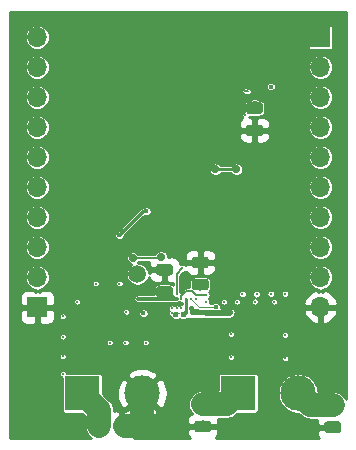
<source format=gbr>
G04 #@! TF.GenerationSoftware,KiCad,Pcbnew,5.1.1-8be2ce7~80~ubuntu18.10.1*
G04 #@! TF.CreationDate,2019-05-27T00:45:37+08:00*
G04 #@! TF.ProjectId,tas2562_dev_pcb,74617332-3536-4325-9f64-65765f706362,rev?*
G04 #@! TF.SameCoordinates,Original*
G04 #@! TF.FileFunction,Copper,L2,Bot*
G04 #@! TF.FilePolarity,Positive*
%FSLAX46Y46*%
G04 Gerber Fmt 4.6, Leading zero omitted, Abs format (unit mm)*
G04 Created by KiCad (PCBNEW 5.1.1-8be2ce7~80~ubuntu18.10.1) date 2019-05-27 00:45:37*
%MOMM*%
%LPD*%
G04 APERTURE LIST*
%ADD10O,1.700000X1.700000*%
%ADD11R,1.700000X1.700000*%
%ADD12C,0.100000*%
%ADD13C,0.975000*%
%ADD14R,3.000000X3.000000*%
%ADD15C,3.000000*%
%ADD16C,1.500000*%
%ADD17C,0.400000*%
%ADD18C,0.300000*%
%ADD19C,0.230000*%
%ADD20C,0.700000*%
%ADD21C,0.200000*%
%ADD22C,0.150000*%
%ADD23C,0.150000*%
%ADD24C,0.200000*%
%ADD25C,0.250000*%
%ADD26C,2.000000*%
%ADD27C,0.300000*%
%ADD28C,0.500000*%
%ADD29C,0.254000*%
G04 APERTURE END LIST*
D10*
X148996400Y-80264000D03*
X148996400Y-82804000D03*
X148996400Y-85344000D03*
X148996400Y-87884000D03*
X148996400Y-90424000D03*
X148996400Y-92964000D03*
X148996400Y-95504000D03*
X148996400Y-98044000D03*
X148996400Y-100584000D03*
D11*
X148996400Y-103124000D03*
D10*
X172974000Y-103124000D03*
X172974000Y-100584000D03*
X172974000Y-98044000D03*
X172974000Y-95504000D03*
X172974000Y-92964000D03*
X172974000Y-90424000D03*
X172974000Y-87884000D03*
X172974000Y-85344000D03*
X172974000Y-82804000D03*
D11*
X172974000Y-80264000D03*
D12*
G36*
X167866142Y-87651674D02*
G01*
X167889803Y-87655184D01*
X167913007Y-87660996D01*
X167935529Y-87669054D01*
X167957153Y-87679282D01*
X167977670Y-87691579D01*
X167996883Y-87705829D01*
X168014607Y-87721893D01*
X168030671Y-87739617D01*
X168044921Y-87758830D01*
X168057218Y-87779347D01*
X168067446Y-87800971D01*
X168075504Y-87823493D01*
X168081316Y-87846697D01*
X168084826Y-87870358D01*
X168086000Y-87894250D01*
X168086000Y-88381750D01*
X168084826Y-88405642D01*
X168081316Y-88429303D01*
X168075504Y-88452507D01*
X168067446Y-88475029D01*
X168057218Y-88496653D01*
X168044921Y-88517170D01*
X168030671Y-88536383D01*
X168014607Y-88554107D01*
X167996883Y-88570171D01*
X167977670Y-88584421D01*
X167957153Y-88596718D01*
X167935529Y-88606946D01*
X167913007Y-88615004D01*
X167889803Y-88620816D01*
X167866142Y-88624326D01*
X167842250Y-88625500D01*
X166929750Y-88625500D01*
X166905858Y-88624326D01*
X166882197Y-88620816D01*
X166858993Y-88615004D01*
X166836471Y-88606946D01*
X166814847Y-88596718D01*
X166794330Y-88584421D01*
X166775117Y-88570171D01*
X166757393Y-88554107D01*
X166741329Y-88536383D01*
X166727079Y-88517170D01*
X166714782Y-88496653D01*
X166704554Y-88475029D01*
X166696496Y-88452507D01*
X166690684Y-88429303D01*
X166687174Y-88405642D01*
X166686000Y-88381750D01*
X166686000Y-87894250D01*
X166687174Y-87870358D01*
X166690684Y-87846697D01*
X166696496Y-87823493D01*
X166704554Y-87800971D01*
X166714782Y-87779347D01*
X166727079Y-87758830D01*
X166741329Y-87739617D01*
X166757393Y-87721893D01*
X166775117Y-87705829D01*
X166794330Y-87691579D01*
X166814847Y-87679282D01*
X166836471Y-87669054D01*
X166858993Y-87660996D01*
X166882197Y-87655184D01*
X166905858Y-87651674D01*
X166929750Y-87650500D01*
X167842250Y-87650500D01*
X167866142Y-87651674D01*
X167866142Y-87651674D01*
G37*
D13*
X167386000Y-88138000D03*
D12*
G36*
X167866142Y-85776674D02*
G01*
X167889803Y-85780184D01*
X167913007Y-85785996D01*
X167935529Y-85794054D01*
X167957153Y-85804282D01*
X167977670Y-85816579D01*
X167996883Y-85830829D01*
X168014607Y-85846893D01*
X168030671Y-85864617D01*
X168044921Y-85883830D01*
X168057218Y-85904347D01*
X168067446Y-85925971D01*
X168075504Y-85948493D01*
X168081316Y-85971697D01*
X168084826Y-85995358D01*
X168086000Y-86019250D01*
X168086000Y-86506750D01*
X168084826Y-86530642D01*
X168081316Y-86554303D01*
X168075504Y-86577507D01*
X168067446Y-86600029D01*
X168057218Y-86621653D01*
X168044921Y-86642170D01*
X168030671Y-86661383D01*
X168014607Y-86679107D01*
X167996883Y-86695171D01*
X167977670Y-86709421D01*
X167957153Y-86721718D01*
X167935529Y-86731946D01*
X167913007Y-86740004D01*
X167889803Y-86745816D01*
X167866142Y-86749326D01*
X167842250Y-86750500D01*
X166929750Y-86750500D01*
X166905858Y-86749326D01*
X166882197Y-86745816D01*
X166858993Y-86740004D01*
X166836471Y-86731946D01*
X166814847Y-86721718D01*
X166794330Y-86709421D01*
X166775117Y-86695171D01*
X166757393Y-86679107D01*
X166741329Y-86661383D01*
X166727079Y-86642170D01*
X166714782Y-86621653D01*
X166704554Y-86600029D01*
X166696496Y-86577507D01*
X166690684Y-86554303D01*
X166687174Y-86530642D01*
X166686000Y-86506750D01*
X166686000Y-86019250D01*
X166687174Y-85995358D01*
X166690684Y-85971697D01*
X166696496Y-85948493D01*
X166704554Y-85925971D01*
X166714782Y-85904347D01*
X166727079Y-85883830D01*
X166741329Y-85864617D01*
X166757393Y-85846893D01*
X166775117Y-85830829D01*
X166794330Y-85816579D01*
X166814847Y-85804282D01*
X166836471Y-85794054D01*
X166858993Y-85785996D01*
X166882197Y-85780184D01*
X166905858Y-85776674D01*
X166929750Y-85775500D01*
X167842250Y-85775500D01*
X167866142Y-85776674D01*
X167866142Y-85776674D01*
G37*
D13*
X167386000Y-86263000D03*
D12*
G36*
X163480142Y-112713674D02*
G01*
X163503803Y-112717184D01*
X163527007Y-112722996D01*
X163549529Y-112731054D01*
X163571153Y-112741282D01*
X163591670Y-112753579D01*
X163610883Y-112767829D01*
X163628607Y-112783893D01*
X163644671Y-112801617D01*
X163658921Y-112820830D01*
X163671218Y-112841347D01*
X163681446Y-112862971D01*
X163689504Y-112885493D01*
X163695316Y-112908697D01*
X163698826Y-112932358D01*
X163700000Y-112956250D01*
X163700000Y-113443750D01*
X163698826Y-113467642D01*
X163695316Y-113491303D01*
X163689504Y-113514507D01*
X163681446Y-113537029D01*
X163671218Y-113558653D01*
X163658921Y-113579170D01*
X163644671Y-113598383D01*
X163628607Y-113616107D01*
X163610883Y-113632171D01*
X163591670Y-113646421D01*
X163571153Y-113658718D01*
X163549529Y-113668946D01*
X163527007Y-113677004D01*
X163503803Y-113682816D01*
X163480142Y-113686326D01*
X163456250Y-113687500D01*
X162543750Y-113687500D01*
X162519858Y-113686326D01*
X162496197Y-113682816D01*
X162472993Y-113677004D01*
X162450471Y-113668946D01*
X162428847Y-113658718D01*
X162408330Y-113646421D01*
X162389117Y-113632171D01*
X162371393Y-113616107D01*
X162355329Y-113598383D01*
X162341079Y-113579170D01*
X162328782Y-113558653D01*
X162318554Y-113537029D01*
X162310496Y-113514507D01*
X162304684Y-113491303D01*
X162301174Y-113467642D01*
X162300000Y-113443750D01*
X162300000Y-112956250D01*
X162301174Y-112932358D01*
X162304684Y-112908697D01*
X162310496Y-112885493D01*
X162318554Y-112862971D01*
X162328782Y-112841347D01*
X162341079Y-112820830D01*
X162355329Y-112801617D01*
X162371393Y-112783893D01*
X162389117Y-112767829D01*
X162408330Y-112753579D01*
X162428847Y-112741282D01*
X162450471Y-112731054D01*
X162472993Y-112722996D01*
X162496197Y-112717184D01*
X162519858Y-112713674D01*
X162543750Y-112712500D01*
X163456250Y-112712500D01*
X163480142Y-112713674D01*
X163480142Y-112713674D01*
G37*
D13*
X163000000Y-113200000D03*
D12*
G36*
X163480142Y-110838674D02*
G01*
X163503803Y-110842184D01*
X163527007Y-110847996D01*
X163549529Y-110856054D01*
X163571153Y-110866282D01*
X163591670Y-110878579D01*
X163610883Y-110892829D01*
X163628607Y-110908893D01*
X163644671Y-110926617D01*
X163658921Y-110945830D01*
X163671218Y-110966347D01*
X163681446Y-110987971D01*
X163689504Y-111010493D01*
X163695316Y-111033697D01*
X163698826Y-111057358D01*
X163700000Y-111081250D01*
X163700000Y-111568750D01*
X163698826Y-111592642D01*
X163695316Y-111616303D01*
X163689504Y-111639507D01*
X163681446Y-111662029D01*
X163671218Y-111683653D01*
X163658921Y-111704170D01*
X163644671Y-111723383D01*
X163628607Y-111741107D01*
X163610883Y-111757171D01*
X163591670Y-111771421D01*
X163571153Y-111783718D01*
X163549529Y-111793946D01*
X163527007Y-111802004D01*
X163503803Y-111807816D01*
X163480142Y-111811326D01*
X163456250Y-111812500D01*
X162543750Y-111812500D01*
X162519858Y-111811326D01*
X162496197Y-111807816D01*
X162472993Y-111802004D01*
X162450471Y-111793946D01*
X162428847Y-111783718D01*
X162408330Y-111771421D01*
X162389117Y-111757171D01*
X162371393Y-111741107D01*
X162355329Y-111723383D01*
X162341079Y-111704170D01*
X162328782Y-111683653D01*
X162318554Y-111662029D01*
X162310496Y-111639507D01*
X162304684Y-111616303D01*
X162301174Y-111592642D01*
X162300000Y-111568750D01*
X162300000Y-111081250D01*
X162301174Y-111057358D01*
X162304684Y-111033697D01*
X162310496Y-111010493D01*
X162318554Y-110987971D01*
X162328782Y-110966347D01*
X162341079Y-110945830D01*
X162355329Y-110926617D01*
X162371393Y-110908893D01*
X162389117Y-110892829D01*
X162408330Y-110878579D01*
X162428847Y-110866282D01*
X162450471Y-110856054D01*
X162472993Y-110847996D01*
X162496197Y-110842184D01*
X162519858Y-110838674D01*
X162543750Y-110837500D01*
X163456250Y-110837500D01*
X163480142Y-110838674D01*
X163480142Y-110838674D01*
G37*
D13*
X163000000Y-111325000D03*
D12*
G36*
X174480142Y-110913674D02*
G01*
X174503803Y-110917184D01*
X174527007Y-110922996D01*
X174549529Y-110931054D01*
X174571153Y-110941282D01*
X174591670Y-110953579D01*
X174610883Y-110967829D01*
X174628607Y-110983893D01*
X174644671Y-111001617D01*
X174658921Y-111020830D01*
X174671218Y-111041347D01*
X174681446Y-111062971D01*
X174689504Y-111085493D01*
X174695316Y-111108697D01*
X174698826Y-111132358D01*
X174700000Y-111156250D01*
X174700000Y-111643750D01*
X174698826Y-111667642D01*
X174695316Y-111691303D01*
X174689504Y-111714507D01*
X174681446Y-111737029D01*
X174671218Y-111758653D01*
X174658921Y-111779170D01*
X174644671Y-111798383D01*
X174628607Y-111816107D01*
X174610883Y-111832171D01*
X174591670Y-111846421D01*
X174571153Y-111858718D01*
X174549529Y-111868946D01*
X174527007Y-111877004D01*
X174503803Y-111882816D01*
X174480142Y-111886326D01*
X174456250Y-111887500D01*
X173543750Y-111887500D01*
X173519858Y-111886326D01*
X173496197Y-111882816D01*
X173472993Y-111877004D01*
X173450471Y-111868946D01*
X173428847Y-111858718D01*
X173408330Y-111846421D01*
X173389117Y-111832171D01*
X173371393Y-111816107D01*
X173355329Y-111798383D01*
X173341079Y-111779170D01*
X173328782Y-111758653D01*
X173318554Y-111737029D01*
X173310496Y-111714507D01*
X173304684Y-111691303D01*
X173301174Y-111667642D01*
X173300000Y-111643750D01*
X173300000Y-111156250D01*
X173301174Y-111132358D01*
X173304684Y-111108697D01*
X173310496Y-111085493D01*
X173318554Y-111062971D01*
X173328782Y-111041347D01*
X173341079Y-111020830D01*
X173355329Y-111001617D01*
X173371393Y-110983893D01*
X173389117Y-110967829D01*
X173408330Y-110953579D01*
X173428847Y-110941282D01*
X173450471Y-110931054D01*
X173472993Y-110922996D01*
X173496197Y-110917184D01*
X173519858Y-110913674D01*
X173543750Y-110912500D01*
X174456250Y-110912500D01*
X174480142Y-110913674D01*
X174480142Y-110913674D01*
G37*
D13*
X174000000Y-111400000D03*
D12*
G36*
X174480142Y-112788674D02*
G01*
X174503803Y-112792184D01*
X174527007Y-112797996D01*
X174549529Y-112806054D01*
X174571153Y-112816282D01*
X174591670Y-112828579D01*
X174610883Y-112842829D01*
X174628607Y-112858893D01*
X174644671Y-112876617D01*
X174658921Y-112895830D01*
X174671218Y-112916347D01*
X174681446Y-112937971D01*
X174689504Y-112960493D01*
X174695316Y-112983697D01*
X174698826Y-113007358D01*
X174700000Y-113031250D01*
X174700000Y-113518750D01*
X174698826Y-113542642D01*
X174695316Y-113566303D01*
X174689504Y-113589507D01*
X174681446Y-113612029D01*
X174671218Y-113633653D01*
X174658921Y-113654170D01*
X174644671Y-113673383D01*
X174628607Y-113691107D01*
X174610883Y-113707171D01*
X174591670Y-113721421D01*
X174571153Y-113733718D01*
X174549529Y-113743946D01*
X174527007Y-113752004D01*
X174503803Y-113757816D01*
X174480142Y-113761326D01*
X174456250Y-113762500D01*
X173543750Y-113762500D01*
X173519858Y-113761326D01*
X173496197Y-113757816D01*
X173472993Y-113752004D01*
X173450471Y-113743946D01*
X173428847Y-113733718D01*
X173408330Y-113721421D01*
X173389117Y-113707171D01*
X173371393Y-113691107D01*
X173355329Y-113673383D01*
X173341079Y-113654170D01*
X173328782Y-113633653D01*
X173318554Y-113612029D01*
X173310496Y-113589507D01*
X173304684Y-113566303D01*
X173301174Y-113542642D01*
X173300000Y-113518750D01*
X173300000Y-113031250D01*
X173301174Y-113007358D01*
X173304684Y-112983697D01*
X173310496Y-112960493D01*
X173318554Y-112937971D01*
X173328782Y-112916347D01*
X173341079Y-112895830D01*
X173355329Y-112876617D01*
X173371393Y-112858893D01*
X173389117Y-112842829D01*
X173408330Y-112828579D01*
X173428847Y-112816282D01*
X173450471Y-112806054D01*
X173472993Y-112797996D01*
X173496197Y-112792184D01*
X173519858Y-112788674D01*
X173543750Y-112787500D01*
X174456250Y-112787500D01*
X174480142Y-112788674D01*
X174480142Y-112788674D01*
G37*
D13*
X174000000Y-113275000D03*
D12*
G36*
X163280142Y-98838674D02*
G01*
X163303803Y-98842184D01*
X163327007Y-98847996D01*
X163349529Y-98856054D01*
X163371153Y-98866282D01*
X163391670Y-98878579D01*
X163410883Y-98892829D01*
X163428607Y-98908893D01*
X163444671Y-98926617D01*
X163458921Y-98945830D01*
X163471218Y-98966347D01*
X163481446Y-98987971D01*
X163489504Y-99010493D01*
X163495316Y-99033697D01*
X163498826Y-99057358D01*
X163500000Y-99081250D01*
X163500000Y-99568750D01*
X163498826Y-99592642D01*
X163495316Y-99616303D01*
X163489504Y-99639507D01*
X163481446Y-99662029D01*
X163471218Y-99683653D01*
X163458921Y-99704170D01*
X163444671Y-99723383D01*
X163428607Y-99741107D01*
X163410883Y-99757171D01*
X163391670Y-99771421D01*
X163371153Y-99783718D01*
X163349529Y-99793946D01*
X163327007Y-99802004D01*
X163303803Y-99807816D01*
X163280142Y-99811326D01*
X163256250Y-99812500D01*
X162343750Y-99812500D01*
X162319858Y-99811326D01*
X162296197Y-99807816D01*
X162272993Y-99802004D01*
X162250471Y-99793946D01*
X162228847Y-99783718D01*
X162208330Y-99771421D01*
X162189117Y-99757171D01*
X162171393Y-99741107D01*
X162155329Y-99723383D01*
X162141079Y-99704170D01*
X162128782Y-99683653D01*
X162118554Y-99662029D01*
X162110496Y-99639507D01*
X162104684Y-99616303D01*
X162101174Y-99592642D01*
X162100000Y-99568750D01*
X162100000Y-99081250D01*
X162101174Y-99057358D01*
X162104684Y-99033697D01*
X162110496Y-99010493D01*
X162118554Y-98987971D01*
X162128782Y-98966347D01*
X162141079Y-98945830D01*
X162155329Y-98926617D01*
X162171393Y-98908893D01*
X162189117Y-98892829D01*
X162208330Y-98878579D01*
X162228847Y-98866282D01*
X162250471Y-98856054D01*
X162272993Y-98847996D01*
X162296197Y-98842184D01*
X162319858Y-98838674D01*
X162343750Y-98837500D01*
X163256250Y-98837500D01*
X163280142Y-98838674D01*
X163280142Y-98838674D01*
G37*
D13*
X162800000Y-99325000D03*
D12*
G36*
X163280142Y-100713674D02*
G01*
X163303803Y-100717184D01*
X163327007Y-100722996D01*
X163349529Y-100731054D01*
X163371153Y-100741282D01*
X163391670Y-100753579D01*
X163410883Y-100767829D01*
X163428607Y-100783893D01*
X163444671Y-100801617D01*
X163458921Y-100820830D01*
X163471218Y-100841347D01*
X163481446Y-100862971D01*
X163489504Y-100885493D01*
X163495316Y-100908697D01*
X163498826Y-100932358D01*
X163500000Y-100956250D01*
X163500000Y-101443750D01*
X163498826Y-101467642D01*
X163495316Y-101491303D01*
X163489504Y-101514507D01*
X163481446Y-101537029D01*
X163471218Y-101558653D01*
X163458921Y-101579170D01*
X163444671Y-101598383D01*
X163428607Y-101616107D01*
X163410883Y-101632171D01*
X163391670Y-101646421D01*
X163371153Y-101658718D01*
X163349529Y-101668946D01*
X163327007Y-101677004D01*
X163303803Y-101682816D01*
X163280142Y-101686326D01*
X163256250Y-101687500D01*
X162343750Y-101687500D01*
X162319858Y-101686326D01*
X162296197Y-101682816D01*
X162272993Y-101677004D01*
X162250471Y-101668946D01*
X162228847Y-101658718D01*
X162208330Y-101646421D01*
X162189117Y-101632171D01*
X162171393Y-101616107D01*
X162155329Y-101598383D01*
X162141079Y-101579170D01*
X162128782Y-101558653D01*
X162118554Y-101537029D01*
X162110496Y-101514507D01*
X162104684Y-101491303D01*
X162101174Y-101467642D01*
X162100000Y-101443750D01*
X162100000Y-100956250D01*
X162101174Y-100932358D01*
X162104684Y-100908697D01*
X162110496Y-100885493D01*
X162118554Y-100862971D01*
X162128782Y-100841347D01*
X162141079Y-100820830D01*
X162155329Y-100801617D01*
X162171393Y-100783893D01*
X162189117Y-100767829D01*
X162208330Y-100753579D01*
X162228847Y-100741282D01*
X162250471Y-100731054D01*
X162272993Y-100722996D01*
X162296197Y-100717184D01*
X162319858Y-100713674D01*
X162343750Y-100712500D01*
X163256250Y-100712500D01*
X163280142Y-100713674D01*
X163280142Y-100713674D01*
G37*
D13*
X162800000Y-101200000D03*
D12*
G36*
X160246142Y-99462674D02*
G01*
X160269803Y-99466184D01*
X160293007Y-99471996D01*
X160315529Y-99480054D01*
X160337153Y-99490282D01*
X160357670Y-99502579D01*
X160376883Y-99516829D01*
X160394607Y-99532893D01*
X160410671Y-99550617D01*
X160424921Y-99569830D01*
X160437218Y-99590347D01*
X160447446Y-99611971D01*
X160455504Y-99634493D01*
X160461316Y-99657697D01*
X160464826Y-99681358D01*
X160466000Y-99705250D01*
X160466000Y-100192750D01*
X160464826Y-100216642D01*
X160461316Y-100240303D01*
X160455504Y-100263507D01*
X160447446Y-100286029D01*
X160437218Y-100307653D01*
X160424921Y-100328170D01*
X160410671Y-100347383D01*
X160394607Y-100365107D01*
X160376883Y-100381171D01*
X160357670Y-100395421D01*
X160337153Y-100407718D01*
X160315529Y-100417946D01*
X160293007Y-100426004D01*
X160269803Y-100431816D01*
X160246142Y-100435326D01*
X160222250Y-100436500D01*
X159309750Y-100436500D01*
X159285858Y-100435326D01*
X159262197Y-100431816D01*
X159238993Y-100426004D01*
X159216471Y-100417946D01*
X159194847Y-100407718D01*
X159174330Y-100395421D01*
X159155117Y-100381171D01*
X159137393Y-100365107D01*
X159121329Y-100347383D01*
X159107079Y-100328170D01*
X159094782Y-100307653D01*
X159084554Y-100286029D01*
X159076496Y-100263507D01*
X159070684Y-100240303D01*
X159067174Y-100216642D01*
X159066000Y-100192750D01*
X159066000Y-99705250D01*
X159067174Y-99681358D01*
X159070684Y-99657697D01*
X159076496Y-99634493D01*
X159084554Y-99611971D01*
X159094782Y-99590347D01*
X159107079Y-99569830D01*
X159121329Y-99550617D01*
X159137393Y-99532893D01*
X159155117Y-99516829D01*
X159174330Y-99502579D01*
X159194847Y-99490282D01*
X159216471Y-99480054D01*
X159238993Y-99471996D01*
X159262197Y-99466184D01*
X159285858Y-99462674D01*
X159309750Y-99461500D01*
X160222250Y-99461500D01*
X160246142Y-99462674D01*
X160246142Y-99462674D01*
G37*
D13*
X159766000Y-99949000D03*
D12*
G36*
X160246142Y-101337674D02*
G01*
X160269803Y-101341184D01*
X160293007Y-101346996D01*
X160315529Y-101355054D01*
X160337153Y-101365282D01*
X160357670Y-101377579D01*
X160376883Y-101391829D01*
X160394607Y-101407893D01*
X160410671Y-101425617D01*
X160424921Y-101444830D01*
X160437218Y-101465347D01*
X160447446Y-101486971D01*
X160455504Y-101509493D01*
X160461316Y-101532697D01*
X160464826Y-101556358D01*
X160466000Y-101580250D01*
X160466000Y-102067750D01*
X160464826Y-102091642D01*
X160461316Y-102115303D01*
X160455504Y-102138507D01*
X160447446Y-102161029D01*
X160437218Y-102182653D01*
X160424921Y-102203170D01*
X160410671Y-102222383D01*
X160394607Y-102240107D01*
X160376883Y-102256171D01*
X160357670Y-102270421D01*
X160337153Y-102282718D01*
X160315529Y-102292946D01*
X160293007Y-102301004D01*
X160269803Y-102306816D01*
X160246142Y-102310326D01*
X160222250Y-102311500D01*
X159309750Y-102311500D01*
X159285858Y-102310326D01*
X159262197Y-102306816D01*
X159238993Y-102301004D01*
X159216471Y-102292946D01*
X159194847Y-102282718D01*
X159174330Y-102270421D01*
X159155117Y-102256171D01*
X159137393Y-102240107D01*
X159121329Y-102222383D01*
X159107079Y-102203170D01*
X159094782Y-102182653D01*
X159084554Y-102161029D01*
X159076496Y-102138507D01*
X159070684Y-102115303D01*
X159067174Y-102091642D01*
X159066000Y-102067750D01*
X159066000Y-101580250D01*
X159067174Y-101556358D01*
X159070684Y-101532697D01*
X159076496Y-101509493D01*
X159084554Y-101486971D01*
X159094782Y-101465347D01*
X159107079Y-101444830D01*
X159121329Y-101425617D01*
X159137393Y-101407893D01*
X159155117Y-101391829D01*
X159174330Y-101377579D01*
X159194847Y-101365282D01*
X159216471Y-101355054D01*
X159238993Y-101346996D01*
X159262197Y-101341184D01*
X159285858Y-101337674D01*
X159309750Y-101336500D01*
X160222250Y-101336500D01*
X160246142Y-101337674D01*
X160246142Y-101337674D01*
G37*
D13*
X159766000Y-101824000D03*
D14*
X152800000Y-110400000D03*
D15*
X157880000Y-110400000D03*
X171080000Y-110400000D03*
D14*
X166000000Y-110400000D03*
D16*
X157480000Y-100330000D03*
D12*
G36*
X156405142Y-112501174D02*
G01*
X156428803Y-112504684D01*
X156452007Y-112510496D01*
X156474529Y-112518554D01*
X156496153Y-112528782D01*
X156516670Y-112541079D01*
X156535883Y-112555329D01*
X156553607Y-112571393D01*
X156569671Y-112589117D01*
X156583921Y-112608330D01*
X156596218Y-112628847D01*
X156606446Y-112650471D01*
X156614504Y-112672993D01*
X156620316Y-112696197D01*
X156623826Y-112719858D01*
X156625000Y-112743750D01*
X156625000Y-113656250D01*
X156623826Y-113680142D01*
X156620316Y-113703803D01*
X156614504Y-113727007D01*
X156606446Y-113749529D01*
X156596218Y-113771153D01*
X156583921Y-113791670D01*
X156569671Y-113810883D01*
X156553607Y-113828607D01*
X156535883Y-113844671D01*
X156516670Y-113858921D01*
X156496153Y-113871218D01*
X156474529Y-113881446D01*
X156452007Y-113889504D01*
X156428803Y-113895316D01*
X156405142Y-113898826D01*
X156381250Y-113900000D01*
X155893750Y-113900000D01*
X155869858Y-113898826D01*
X155846197Y-113895316D01*
X155822993Y-113889504D01*
X155800471Y-113881446D01*
X155778847Y-113871218D01*
X155758330Y-113858921D01*
X155739117Y-113844671D01*
X155721393Y-113828607D01*
X155705329Y-113810883D01*
X155691079Y-113791670D01*
X155678782Y-113771153D01*
X155668554Y-113749529D01*
X155660496Y-113727007D01*
X155654684Y-113703803D01*
X155651174Y-113680142D01*
X155650000Y-113656250D01*
X155650000Y-112743750D01*
X155651174Y-112719858D01*
X155654684Y-112696197D01*
X155660496Y-112672993D01*
X155668554Y-112650471D01*
X155678782Y-112628847D01*
X155691079Y-112608330D01*
X155705329Y-112589117D01*
X155721393Y-112571393D01*
X155739117Y-112555329D01*
X155758330Y-112541079D01*
X155778847Y-112528782D01*
X155800471Y-112518554D01*
X155822993Y-112510496D01*
X155846197Y-112504684D01*
X155869858Y-112501174D01*
X155893750Y-112500000D01*
X156381250Y-112500000D01*
X156405142Y-112501174D01*
X156405142Y-112501174D01*
G37*
D13*
X156137500Y-113200000D03*
D12*
G36*
X154530142Y-112501174D02*
G01*
X154553803Y-112504684D01*
X154577007Y-112510496D01*
X154599529Y-112518554D01*
X154621153Y-112528782D01*
X154641670Y-112541079D01*
X154660883Y-112555329D01*
X154678607Y-112571393D01*
X154694671Y-112589117D01*
X154708921Y-112608330D01*
X154721218Y-112628847D01*
X154731446Y-112650471D01*
X154739504Y-112672993D01*
X154745316Y-112696197D01*
X154748826Y-112719858D01*
X154750000Y-112743750D01*
X154750000Y-113656250D01*
X154748826Y-113680142D01*
X154745316Y-113703803D01*
X154739504Y-113727007D01*
X154731446Y-113749529D01*
X154721218Y-113771153D01*
X154708921Y-113791670D01*
X154694671Y-113810883D01*
X154678607Y-113828607D01*
X154660883Y-113844671D01*
X154641670Y-113858921D01*
X154621153Y-113871218D01*
X154599529Y-113881446D01*
X154577007Y-113889504D01*
X154553803Y-113895316D01*
X154530142Y-113898826D01*
X154506250Y-113900000D01*
X154018750Y-113900000D01*
X153994858Y-113898826D01*
X153971197Y-113895316D01*
X153947993Y-113889504D01*
X153925471Y-113881446D01*
X153903847Y-113871218D01*
X153883330Y-113858921D01*
X153864117Y-113844671D01*
X153846393Y-113828607D01*
X153830329Y-113810883D01*
X153816079Y-113791670D01*
X153803782Y-113771153D01*
X153793554Y-113749529D01*
X153785496Y-113727007D01*
X153779684Y-113703803D01*
X153776174Y-113680142D01*
X153775000Y-113656250D01*
X153775000Y-112743750D01*
X153776174Y-112719858D01*
X153779684Y-112696197D01*
X153785496Y-112672993D01*
X153793554Y-112650471D01*
X153803782Y-112628847D01*
X153816079Y-112608330D01*
X153830329Y-112589117D01*
X153846393Y-112571393D01*
X153864117Y-112555329D01*
X153883330Y-112541079D01*
X153903847Y-112528782D01*
X153925471Y-112518554D01*
X153947993Y-112510496D01*
X153971197Y-112504684D01*
X153994858Y-112501174D01*
X154018750Y-112500000D01*
X154506250Y-112500000D01*
X154530142Y-112501174D01*
X154530142Y-112501174D01*
G37*
D13*
X154262500Y-113200000D03*
D12*
G36*
X160855802Y-103559482D02*
G01*
X160865509Y-103560921D01*
X160875028Y-103563306D01*
X160884268Y-103566612D01*
X160893140Y-103570808D01*
X160901557Y-103575853D01*
X160909439Y-103581699D01*
X160916711Y-103588289D01*
X160923301Y-103595561D01*
X160929147Y-103603443D01*
X160934192Y-103611860D01*
X160938388Y-103620732D01*
X160941694Y-103629972D01*
X160944079Y-103639491D01*
X160945518Y-103649198D01*
X160946000Y-103659000D01*
X160946000Y-103859000D01*
X160945518Y-103868802D01*
X160944079Y-103878509D01*
X160941694Y-103888028D01*
X160938388Y-103897268D01*
X160934192Y-103906140D01*
X160929147Y-103914557D01*
X160923301Y-103922439D01*
X160916711Y-103929711D01*
X160909439Y-103936301D01*
X160901557Y-103942147D01*
X160893140Y-103947192D01*
X160884268Y-103951388D01*
X160875028Y-103954694D01*
X160865509Y-103957079D01*
X160855802Y-103958518D01*
X160846000Y-103959000D01*
X160586000Y-103959000D01*
X160576198Y-103958518D01*
X160566491Y-103957079D01*
X160556972Y-103954694D01*
X160547732Y-103951388D01*
X160538860Y-103947192D01*
X160530443Y-103942147D01*
X160522561Y-103936301D01*
X160515289Y-103929711D01*
X160508699Y-103922439D01*
X160502853Y-103914557D01*
X160497808Y-103906140D01*
X160493612Y-103897268D01*
X160490306Y-103888028D01*
X160487921Y-103878509D01*
X160486482Y-103868802D01*
X160486000Y-103859000D01*
X160486000Y-103659000D01*
X160486482Y-103649198D01*
X160487921Y-103639491D01*
X160490306Y-103629972D01*
X160493612Y-103620732D01*
X160497808Y-103611860D01*
X160502853Y-103603443D01*
X160508699Y-103595561D01*
X160515289Y-103588289D01*
X160522561Y-103581699D01*
X160530443Y-103575853D01*
X160538860Y-103570808D01*
X160547732Y-103566612D01*
X160556972Y-103563306D01*
X160566491Y-103560921D01*
X160576198Y-103559482D01*
X160586000Y-103559000D01*
X160846000Y-103559000D01*
X160855802Y-103559482D01*
X160855802Y-103559482D01*
G37*
D17*
X160716000Y-103759000D03*
D12*
G36*
X161495802Y-103559482D02*
G01*
X161505509Y-103560921D01*
X161515028Y-103563306D01*
X161524268Y-103566612D01*
X161533140Y-103570808D01*
X161541557Y-103575853D01*
X161549439Y-103581699D01*
X161556711Y-103588289D01*
X161563301Y-103595561D01*
X161569147Y-103603443D01*
X161574192Y-103611860D01*
X161578388Y-103620732D01*
X161581694Y-103629972D01*
X161584079Y-103639491D01*
X161585518Y-103649198D01*
X161586000Y-103659000D01*
X161586000Y-103859000D01*
X161585518Y-103868802D01*
X161584079Y-103878509D01*
X161581694Y-103888028D01*
X161578388Y-103897268D01*
X161574192Y-103906140D01*
X161569147Y-103914557D01*
X161563301Y-103922439D01*
X161556711Y-103929711D01*
X161549439Y-103936301D01*
X161541557Y-103942147D01*
X161533140Y-103947192D01*
X161524268Y-103951388D01*
X161515028Y-103954694D01*
X161505509Y-103957079D01*
X161495802Y-103958518D01*
X161486000Y-103959000D01*
X161226000Y-103959000D01*
X161216198Y-103958518D01*
X161206491Y-103957079D01*
X161196972Y-103954694D01*
X161187732Y-103951388D01*
X161178860Y-103947192D01*
X161170443Y-103942147D01*
X161162561Y-103936301D01*
X161155289Y-103929711D01*
X161148699Y-103922439D01*
X161142853Y-103914557D01*
X161137808Y-103906140D01*
X161133612Y-103897268D01*
X161130306Y-103888028D01*
X161127921Y-103878509D01*
X161126482Y-103868802D01*
X161126000Y-103859000D01*
X161126000Y-103659000D01*
X161126482Y-103649198D01*
X161127921Y-103639491D01*
X161130306Y-103629972D01*
X161133612Y-103620732D01*
X161137808Y-103611860D01*
X161142853Y-103603443D01*
X161148699Y-103595561D01*
X161155289Y-103588289D01*
X161162561Y-103581699D01*
X161170443Y-103575853D01*
X161178860Y-103570808D01*
X161187732Y-103566612D01*
X161196972Y-103563306D01*
X161206491Y-103560921D01*
X161216198Y-103559482D01*
X161226000Y-103559000D01*
X161486000Y-103559000D01*
X161495802Y-103559482D01*
X161495802Y-103559482D01*
G37*
D17*
X161356000Y-103759000D03*
D18*
X173634400Y-113487200D03*
X163322000Y-113258600D03*
D17*
X167400000Y-85802000D03*
X167400000Y-85802000D03*
X168765000Y-84437000D03*
D19*
X166624000Y-86868000D03*
X166624000Y-84836000D03*
D20*
X157090712Y-98941265D03*
X159486406Y-98831594D03*
D19*
X160800000Y-102000000D03*
D18*
X161290000Y-99822000D03*
D20*
X164084000Y-91440000D03*
X165862000Y-91440000D03*
X160431000Y-105156000D03*
D19*
X160431000Y-106396000D03*
X160431000Y-107849000D03*
X159349500Y-108930500D03*
X160400000Y-102800000D03*
X160800000Y-102800000D03*
X161200000Y-102800000D03*
D18*
X151257000Y-79959200D03*
X152457000Y-79959200D03*
X153657000Y-79959200D03*
X154857000Y-79959200D03*
X156057000Y-79959200D03*
X157257000Y-79959200D03*
X158457000Y-79959200D03*
X159657000Y-79959200D03*
X160857000Y-79959200D03*
X162057000Y-79959200D03*
X151257000Y-80959200D03*
X152457000Y-80959200D03*
X153657000Y-80959200D03*
X154857000Y-80959200D03*
X156057000Y-80959200D03*
X157257000Y-80959200D03*
X158457000Y-80959200D03*
X159657000Y-80959200D03*
X160857000Y-80959200D03*
X162057000Y-80959200D03*
X151257000Y-81959200D03*
X152457000Y-81959200D03*
X153657000Y-81959200D03*
X154857000Y-81959200D03*
X156057000Y-81959200D03*
X157257000Y-81959200D03*
X158457000Y-81959200D03*
X159657000Y-81959200D03*
X160857000Y-81959200D03*
X162057000Y-81959200D03*
X151257000Y-82959200D03*
X152457000Y-82959200D03*
X153657000Y-82959200D03*
X154857000Y-82959200D03*
X156057000Y-82959200D03*
X157257000Y-82959200D03*
X158457000Y-82959200D03*
X159657000Y-82959200D03*
X160857000Y-82959200D03*
X162057000Y-82959200D03*
X151257000Y-83959200D03*
X152457000Y-83959200D03*
X153657000Y-83959200D03*
X154857000Y-83959200D03*
X156057000Y-83959200D03*
X157257000Y-83959200D03*
X158457000Y-83959200D03*
X159657000Y-83959200D03*
X160857000Y-83959200D03*
X162057000Y-83959200D03*
X166370000Y-92989400D03*
X167570000Y-92989400D03*
X168770000Y-92989400D03*
X169970000Y-92989400D03*
X171170000Y-92989400D03*
X166370000Y-93989400D03*
X167570000Y-93989400D03*
X168770000Y-93989400D03*
X169970000Y-93989400D03*
X171170000Y-93989400D03*
X166370000Y-94989400D03*
X167570000Y-94989400D03*
X168770000Y-94989400D03*
X169970000Y-94989400D03*
X171170000Y-94989400D03*
X166370000Y-95989400D03*
X167570000Y-95989400D03*
X168770000Y-95989400D03*
X169970000Y-95989400D03*
X171170000Y-95989400D03*
X166370000Y-96989400D03*
X167570000Y-96989400D03*
X168770000Y-96989400D03*
X169970000Y-96989400D03*
X171170000Y-96989400D03*
X166370000Y-97989400D03*
X167570000Y-97989400D03*
X168770000Y-97989400D03*
X169970000Y-97989400D03*
X171170000Y-97989400D03*
X166370000Y-98989400D03*
X167570000Y-98989400D03*
X168770000Y-98989400D03*
X169970000Y-98989400D03*
X171170000Y-98989400D03*
X166370000Y-99989400D03*
X167570000Y-99989400D03*
X168770000Y-99989400D03*
X169970000Y-99989400D03*
X171170000Y-99989400D03*
X166370000Y-100989400D03*
X167570000Y-100989400D03*
X168770000Y-100989400D03*
X169970000Y-100989400D03*
X171170000Y-100989400D03*
X166370000Y-101989400D03*
X167570000Y-101989400D03*
X168770000Y-101989400D03*
X169970000Y-101989400D03*
X171170000Y-101989400D03*
X161594800Y-110464600D03*
X161569400Y-111988600D03*
X160020000Y-112471200D03*
X157412960Y-112988360D03*
X149047200Y-113030000D03*
X148158200Y-107797600D03*
X148310600Y-105816400D03*
X168402000Y-113157000D03*
X173634400Y-106349800D03*
X173863000Y-107797600D03*
X147955000Y-111175800D03*
X147624800Y-109372400D03*
X147777200Y-106730800D03*
X157022800Y-85547200D03*
X158013400Y-85623400D03*
X157784800Y-86791800D03*
X159689800Y-86715600D03*
X160248600Y-85623400D03*
X161163000Y-87096600D03*
X159893000Y-88468200D03*
X160096200Y-90398600D03*
X161747200Y-89433400D03*
X160528000Y-89331800D03*
X164617400Y-82448400D03*
X166370000Y-82270600D03*
X169418000Y-79832200D03*
X169392600Y-81610200D03*
X168630600Y-78994000D03*
X170713400Y-78943200D03*
X170840400Y-80797400D03*
X168452800Y-81026000D03*
X170103800Y-81127600D03*
X169697400Y-79095600D03*
X170256200Y-79883000D03*
X168249600Y-80314800D03*
X174015400Y-109423200D03*
D19*
X160800000Y-103600000D03*
X160400000Y-103600000D03*
X161600000Y-102400002D03*
D17*
X155956000Y-97028000D03*
X158242000Y-94996000D03*
D19*
X160400000Y-102400000D03*
X160800000Y-102400000D03*
X153931000Y-101120000D03*
X155956000Y-101120000D03*
X151156000Y-103895000D03*
X151156000Y-105626500D03*
X151156000Y-107289000D03*
X151156000Y-108756000D03*
X152385750Y-102665250D03*
D21*
X157517992Y-102400000D03*
X158280008Y-102400000D03*
X159804000Y-102400000D03*
X159042000Y-102400000D03*
D19*
X161200000Y-103200000D03*
X160800000Y-103200000D03*
X160400000Y-103200000D03*
X156536750Y-103514250D03*
X158178500Y-106108500D03*
X156464000Y-106108500D03*
X155130500Y-106108500D03*
D17*
X157988000Y-103632000D03*
D19*
X162000000Y-102400000D03*
X165400000Y-105400000D03*
X165400000Y-107361000D03*
D17*
X164090603Y-103081990D03*
D19*
X163322000Y-102108000D03*
X170000000Y-105475000D03*
X161200000Y-102400000D03*
X170000000Y-107452500D03*
X162400000Y-101600000D03*
D20*
X162800000Y-101200000D03*
D19*
X162000000Y-103200000D03*
D21*
X162814000Y-103632000D03*
X163322000Y-103632000D03*
X163830000Y-103632000D03*
X164846000Y-103632000D03*
X165293000Y-103632000D03*
D19*
X165901317Y-102655317D03*
X167410183Y-102655317D03*
X164806683Y-102655317D03*
X169055317Y-102655317D03*
X163294733Y-102655317D03*
D21*
X157480000Y-99822000D03*
D22*
X161974762Y-102020553D03*
D19*
X162400000Y-102400000D03*
D23*
X166624000Y-84836000D02*
X166878000Y-84836000D01*
D24*
X157090712Y-98941265D02*
X159376735Y-98941265D01*
X159376735Y-98941265D02*
X159486406Y-98831594D01*
D23*
X160800000Y-100312000D02*
X161290000Y-99822000D01*
X160800000Y-102000000D02*
X160800000Y-100312000D01*
D25*
X164084000Y-91440000D02*
X165862000Y-91440000D01*
D26*
X157201320Y-113200000D02*
X156412510Y-113200000D01*
X157880000Y-110400000D02*
X157880000Y-112521320D01*
X157880000Y-112521320D02*
X157412960Y-112988360D01*
D23*
X160400000Y-102800000D02*
X158947000Y-102800000D01*
X158947000Y-102800000D02*
X161200000Y-102800000D01*
D26*
X157412960Y-112988360D02*
X157201320Y-113200000D01*
D12*
X160938000Y-103600000D02*
X160970000Y-103632000D01*
X160400000Y-103600000D02*
X160938000Y-103600000D01*
D27*
X161600000Y-103622000D02*
X161610000Y-103632000D01*
D25*
X161610000Y-103632000D02*
X161610000Y-102410002D01*
X161610000Y-102410002D02*
X161600000Y-102400002D01*
D27*
X161493000Y-103622000D02*
X161356000Y-103759000D01*
X161600000Y-103622000D02*
X161493000Y-103622000D01*
D25*
X155956000Y-97028000D02*
X157988000Y-94996000D01*
X157988000Y-94996000D02*
X158242000Y-94996000D01*
D26*
X154262500Y-111862500D02*
X152800000Y-110400000D01*
X154262500Y-113200000D02*
X154262500Y-111862500D01*
D27*
X159804000Y-102103500D02*
X160083500Y-101824000D01*
X159804000Y-102400000D02*
X159804000Y-102103500D01*
X160400000Y-102140500D02*
X160083500Y-101824000D01*
X160400000Y-102400000D02*
X160400000Y-102140500D01*
X160659500Y-102400000D02*
X160083500Y-101824000D01*
X160800000Y-102400000D02*
X160659500Y-102400000D01*
X159507500Y-102400000D02*
X160083500Y-101824000D01*
X159042000Y-102400000D02*
X159507500Y-102400000D01*
X160400000Y-102400000D02*
X159804000Y-102400000D01*
X159042000Y-102400000D02*
X159804000Y-102400000D01*
X159804000Y-102400000D02*
X160800000Y-102400000D01*
X159042000Y-102400000D02*
X157517992Y-102400000D01*
D26*
X165075000Y-111325000D02*
X166000000Y-110400000D01*
X163000000Y-111325000D02*
X165075000Y-111325000D01*
D12*
X162681990Y-103081990D02*
X163807761Y-103081990D01*
X163807761Y-103081990D02*
X164090603Y-103081990D01*
X162000000Y-102400000D02*
X162681990Y-103081990D01*
D26*
X172080000Y-111400000D02*
X171080000Y-110400000D01*
X174000000Y-111400000D02*
X174000000Y-111400000D01*
D23*
X162415782Y-102108000D02*
X162057780Y-101749998D01*
X161584502Y-101749998D02*
X161200013Y-102134487D01*
X161200013Y-102134487D02*
X161200013Y-102399987D01*
X162057780Y-101749998D02*
X161584502Y-101749998D01*
X163322000Y-102108000D02*
X162415782Y-102108000D01*
D26*
X174000000Y-111400000D02*
X172080000Y-111400000D01*
D27*
X165293000Y-103632000D02*
X165400000Y-103525000D01*
X162306000Y-103632000D02*
X162814000Y-103632000D01*
X162090010Y-103387018D02*
X162090010Y-103416010D01*
X162000000Y-103200000D02*
X162000000Y-103297008D01*
X162090010Y-103416010D02*
X162306000Y-103632000D01*
X162000000Y-103297008D02*
X162090010Y-103387018D01*
D28*
X163322000Y-103632000D02*
X163830000Y-103632000D01*
X163830000Y-103632000D02*
X164846000Y-103632000D01*
X164846000Y-103632000D02*
X165293000Y-103632000D01*
D23*
X157480000Y-99822000D02*
X157480000Y-100584000D01*
D29*
G36*
X175133000Y-110916794D02*
G01*
X175025149Y-110715017D01*
X174871817Y-110528183D01*
X174684983Y-110374851D01*
X174471824Y-110260916D01*
X174240534Y-110190755D01*
X174060268Y-110173000D01*
X172795681Y-110173000D01*
X172740632Y-109896253D01*
X172610447Y-109581959D01*
X172421448Y-109299102D01*
X172180898Y-109058552D01*
X171898041Y-108869553D01*
X171583747Y-108739368D01*
X171250095Y-108673000D01*
X170909905Y-108673000D01*
X170576253Y-108739368D01*
X170261959Y-108869553D01*
X169979102Y-109058552D01*
X169738552Y-109299102D01*
X169549553Y-109581959D01*
X169419368Y-109896253D01*
X169353000Y-110229905D01*
X169353000Y-110570095D01*
X169419368Y-110903747D01*
X169549553Y-111218041D01*
X169738552Y-111500898D01*
X169979102Y-111741448D01*
X170261959Y-111930447D01*
X170576253Y-112060632D01*
X170909905Y-112127000D01*
X171071760Y-112127000D01*
X171169765Y-112225005D01*
X171208183Y-112271817D01*
X171395017Y-112425149D01*
X171599123Y-112534245D01*
X171608176Y-112539084D01*
X171839466Y-112609246D01*
X171959946Y-112621111D01*
X172019732Y-112627000D01*
X172019737Y-112627000D01*
X172080000Y-112632935D01*
X172140263Y-112627000D01*
X172685114Y-112627000D01*
X172674188Y-112663018D01*
X172661928Y-112787500D01*
X172665000Y-112989250D01*
X172823750Y-113148000D01*
X173873000Y-113148000D01*
X173873000Y-113128000D01*
X174127000Y-113128000D01*
X174127000Y-113148000D01*
X174147000Y-113148000D01*
X174147000Y-113402000D01*
X174127000Y-113402000D01*
X174127000Y-113422000D01*
X173873000Y-113422000D01*
X173873000Y-113402000D01*
X172823750Y-113402000D01*
X172665000Y-113560750D01*
X172661928Y-113762500D01*
X172674188Y-113886982D01*
X172710498Y-114006680D01*
X172769463Y-114116994D01*
X172815426Y-114173000D01*
X164109372Y-114173000D01*
X164151185Y-114138685D01*
X164230537Y-114041994D01*
X164289502Y-113931680D01*
X164325812Y-113811982D01*
X164338072Y-113687500D01*
X164335000Y-113485750D01*
X164176250Y-113327000D01*
X163127000Y-113327000D01*
X163127000Y-113347000D01*
X162873000Y-113347000D01*
X162873000Y-113327000D01*
X161823750Y-113327000D01*
X161665000Y-113485750D01*
X161661928Y-113687500D01*
X161674188Y-113811982D01*
X161710498Y-113931680D01*
X161769463Y-114041994D01*
X161848815Y-114138685D01*
X161890628Y-114173000D01*
X157199097Y-114173000D01*
X157214502Y-114144180D01*
X157250812Y-114024482D01*
X157263072Y-113900000D01*
X157260000Y-113485750D01*
X157101250Y-113327000D01*
X156264500Y-113327000D01*
X156264500Y-113347000D01*
X156010500Y-113347000D01*
X156010500Y-113327000D01*
X155990500Y-113327000D01*
X155990500Y-113073000D01*
X156010500Y-113073000D01*
X156010500Y-112023750D01*
X156264500Y-112023750D01*
X156264500Y-113073000D01*
X157101250Y-113073000D01*
X157260000Y-112914250D01*
X157261496Y-112712500D01*
X161661928Y-112712500D01*
X161665000Y-112914250D01*
X161823750Y-113073000D01*
X162873000Y-113073000D01*
X162873000Y-113053000D01*
X163127000Y-113053000D01*
X163127000Y-113073000D01*
X164176250Y-113073000D01*
X164335000Y-112914250D01*
X164338072Y-112712500D01*
X164325812Y-112588018D01*
X164314886Y-112552000D01*
X165014740Y-112552000D01*
X165075000Y-112557935D01*
X165135260Y-112552000D01*
X165135268Y-112552000D01*
X165315534Y-112534245D01*
X165546824Y-112464084D01*
X165759983Y-112350149D01*
X165946817Y-112196817D01*
X165985239Y-112150000D01*
X166007141Y-112128098D01*
X167500000Y-112128098D01*
X167544500Y-112123715D01*
X167587289Y-112110735D01*
X167626724Y-112089657D01*
X167661290Y-112061290D01*
X167689657Y-112026724D01*
X167710735Y-111987289D01*
X167723715Y-111944500D01*
X167728098Y-111900000D01*
X167728098Y-108900000D01*
X167723715Y-108855500D01*
X167710735Y-108812711D01*
X167689657Y-108773276D01*
X167661290Y-108738710D01*
X167626724Y-108710343D01*
X167587289Y-108689265D01*
X167544500Y-108676285D01*
X167500000Y-108671902D01*
X164500000Y-108671902D01*
X164455500Y-108676285D01*
X164412711Y-108689265D01*
X164373276Y-108710343D01*
X164338710Y-108738710D01*
X164310343Y-108773276D01*
X164289265Y-108812711D01*
X164276285Y-108855500D01*
X164271902Y-108900000D01*
X164271902Y-110098000D01*
X162939732Y-110098000D01*
X162759466Y-110115755D01*
X162528176Y-110185916D01*
X162315017Y-110299851D01*
X162128183Y-110453183D01*
X161974851Y-110640017D01*
X161860916Y-110853176D01*
X161790755Y-111084466D01*
X161767064Y-111325000D01*
X161790755Y-111565534D01*
X161860916Y-111796824D01*
X161974851Y-112009983D01*
X162065253Y-112120137D01*
X162055820Y-112122998D01*
X161945506Y-112181963D01*
X161848815Y-112261315D01*
X161769463Y-112358006D01*
X161710498Y-112468320D01*
X161674188Y-112588018D01*
X161661928Y-112712500D01*
X157261496Y-112712500D01*
X157263072Y-112500000D01*
X157257430Y-112442718D01*
X157503551Y-112512044D01*
X157922824Y-112544902D01*
X158340451Y-112495334D01*
X158740383Y-112365243D01*
X159036038Y-112207214D01*
X159192048Y-111891653D01*
X157880000Y-110579605D01*
X156597255Y-111862350D01*
X156423250Y-111865000D01*
X156264500Y-112023750D01*
X156010500Y-112023750D01*
X155851750Y-111865000D01*
X155650000Y-111861928D01*
X155525518Y-111874188D01*
X155493322Y-111883955D01*
X155495435Y-111862499D01*
X155489500Y-111802239D01*
X155489500Y-111802232D01*
X155471745Y-111621966D01*
X155401584Y-111390676D01*
X155287649Y-111177517D01*
X155134317Y-110990683D01*
X155087505Y-110952265D01*
X154578064Y-110442824D01*
X155735098Y-110442824D01*
X155784666Y-110860451D01*
X155914757Y-111260383D01*
X156072786Y-111556038D01*
X156388347Y-111712048D01*
X157700395Y-110400000D01*
X158059605Y-110400000D01*
X159371653Y-111712048D01*
X159687214Y-111556038D01*
X159878020Y-111181255D01*
X159992044Y-110776449D01*
X160024902Y-110357176D01*
X159975334Y-109939549D01*
X159845243Y-109539617D01*
X159687214Y-109243962D01*
X159371653Y-109087952D01*
X158059605Y-110400000D01*
X157700395Y-110400000D01*
X156388347Y-109087952D01*
X156072786Y-109243962D01*
X155881980Y-109618745D01*
X155767956Y-110023551D01*
X155735098Y-110442824D01*
X154578064Y-110442824D01*
X154528098Y-110392858D01*
X154528098Y-108908347D01*
X156567952Y-108908347D01*
X157880000Y-110220395D01*
X159192048Y-108908347D01*
X159036038Y-108592786D01*
X158661255Y-108401980D01*
X158256449Y-108287956D01*
X157837176Y-108255098D01*
X157419549Y-108304666D01*
X157019617Y-108434757D01*
X156723962Y-108592786D01*
X156567952Y-108908347D01*
X154528098Y-108908347D01*
X154528098Y-108900000D01*
X154523715Y-108855500D01*
X154510735Y-108812711D01*
X154489657Y-108773276D01*
X154461290Y-108738710D01*
X154426724Y-108710343D01*
X154387289Y-108689265D01*
X154344500Y-108676285D01*
X154300000Y-108671902D01*
X151487972Y-108671902D01*
X151484857Y-108656242D01*
X151459077Y-108594002D01*
X151421649Y-108537988D01*
X151374012Y-108490351D01*
X151317998Y-108452923D01*
X151255758Y-108427143D01*
X151189684Y-108414000D01*
X151122316Y-108414000D01*
X151056242Y-108427143D01*
X150994002Y-108452923D01*
X150937988Y-108490351D01*
X150890351Y-108537988D01*
X150852923Y-108594002D01*
X150827143Y-108656242D01*
X150814000Y-108722316D01*
X150814000Y-108789684D01*
X150827143Y-108855758D01*
X150852923Y-108917998D01*
X150890351Y-108974012D01*
X150937988Y-109021649D01*
X150994002Y-109059077D01*
X151056242Y-109084857D01*
X151071902Y-109087972D01*
X151071902Y-111900000D01*
X151076285Y-111944500D01*
X151089265Y-111987289D01*
X151110343Y-112026724D01*
X151138710Y-112061290D01*
X151173276Y-112089657D01*
X151212711Y-112110735D01*
X151255500Y-112123715D01*
X151300000Y-112128098D01*
X152792858Y-112128098D01*
X153035500Y-112370740D01*
X153035500Y-113260267D01*
X153053255Y-113440533D01*
X153123416Y-113671823D01*
X153237351Y-113884982D01*
X153390683Y-114071817D01*
X153513974Y-114173000D01*
X146685000Y-114173000D01*
X146685000Y-107255316D01*
X150814000Y-107255316D01*
X150814000Y-107322684D01*
X150827143Y-107388758D01*
X150852923Y-107450998D01*
X150890351Y-107507012D01*
X150937988Y-107554649D01*
X150994002Y-107592077D01*
X151056242Y-107617857D01*
X151122316Y-107631000D01*
X151189684Y-107631000D01*
X151255758Y-107617857D01*
X151317998Y-107592077D01*
X151374012Y-107554649D01*
X151421649Y-107507012D01*
X151459077Y-107450998D01*
X151484857Y-107388758D01*
X151497078Y-107327316D01*
X165058000Y-107327316D01*
X165058000Y-107394684D01*
X165071143Y-107460758D01*
X165096923Y-107522998D01*
X165134351Y-107579012D01*
X165181988Y-107626649D01*
X165238002Y-107664077D01*
X165300242Y-107689857D01*
X165366316Y-107703000D01*
X165433684Y-107703000D01*
X165499758Y-107689857D01*
X165561998Y-107664077D01*
X165618012Y-107626649D01*
X165665649Y-107579012D01*
X165703077Y-107522998D01*
X165728857Y-107460758D01*
X165737199Y-107418816D01*
X169658000Y-107418816D01*
X169658000Y-107486184D01*
X169671143Y-107552258D01*
X169696923Y-107614498D01*
X169734351Y-107670512D01*
X169781988Y-107718149D01*
X169838002Y-107755577D01*
X169900242Y-107781357D01*
X169966316Y-107794500D01*
X170033684Y-107794500D01*
X170099758Y-107781357D01*
X170161998Y-107755577D01*
X170218012Y-107718149D01*
X170265649Y-107670512D01*
X170303077Y-107614498D01*
X170328857Y-107552258D01*
X170342000Y-107486184D01*
X170342000Y-107418816D01*
X170328857Y-107352742D01*
X170303077Y-107290502D01*
X170265649Y-107234488D01*
X170218012Y-107186851D01*
X170161998Y-107149423D01*
X170099758Y-107123643D01*
X170033684Y-107110500D01*
X169966316Y-107110500D01*
X169900242Y-107123643D01*
X169838002Y-107149423D01*
X169781988Y-107186851D01*
X169734351Y-107234488D01*
X169696923Y-107290502D01*
X169671143Y-107352742D01*
X169658000Y-107418816D01*
X165737199Y-107418816D01*
X165742000Y-107394684D01*
X165742000Y-107327316D01*
X165728857Y-107261242D01*
X165703077Y-107199002D01*
X165665649Y-107142988D01*
X165618012Y-107095351D01*
X165561998Y-107057923D01*
X165499758Y-107032143D01*
X165433684Y-107019000D01*
X165366316Y-107019000D01*
X165300242Y-107032143D01*
X165238002Y-107057923D01*
X165181988Y-107095351D01*
X165134351Y-107142988D01*
X165096923Y-107199002D01*
X165071143Y-107261242D01*
X165058000Y-107327316D01*
X151497078Y-107327316D01*
X151498000Y-107322684D01*
X151498000Y-107255316D01*
X151484857Y-107189242D01*
X151459077Y-107127002D01*
X151421649Y-107070988D01*
X151374012Y-107023351D01*
X151317998Y-106985923D01*
X151255758Y-106960143D01*
X151189684Y-106947000D01*
X151122316Y-106947000D01*
X151056242Y-106960143D01*
X150994002Y-106985923D01*
X150937988Y-107023351D01*
X150890351Y-107070988D01*
X150852923Y-107127002D01*
X150827143Y-107189242D01*
X150814000Y-107255316D01*
X146685000Y-107255316D01*
X146685000Y-106074816D01*
X154788500Y-106074816D01*
X154788500Y-106142184D01*
X154801643Y-106208258D01*
X154827423Y-106270498D01*
X154864851Y-106326512D01*
X154912488Y-106374149D01*
X154968502Y-106411577D01*
X155030742Y-106437357D01*
X155096816Y-106450500D01*
X155164184Y-106450500D01*
X155230258Y-106437357D01*
X155292498Y-106411577D01*
X155348512Y-106374149D01*
X155396149Y-106326512D01*
X155433577Y-106270498D01*
X155459357Y-106208258D01*
X155472500Y-106142184D01*
X155472500Y-106074816D01*
X156122000Y-106074816D01*
X156122000Y-106142184D01*
X156135143Y-106208258D01*
X156160923Y-106270498D01*
X156198351Y-106326512D01*
X156245988Y-106374149D01*
X156302002Y-106411577D01*
X156364242Y-106437357D01*
X156430316Y-106450500D01*
X156497684Y-106450500D01*
X156563758Y-106437357D01*
X156625998Y-106411577D01*
X156682012Y-106374149D01*
X156729649Y-106326512D01*
X156767077Y-106270498D01*
X156792857Y-106208258D01*
X156806000Y-106142184D01*
X156806000Y-106074816D01*
X157836500Y-106074816D01*
X157836500Y-106142184D01*
X157849643Y-106208258D01*
X157875423Y-106270498D01*
X157912851Y-106326512D01*
X157960488Y-106374149D01*
X158016502Y-106411577D01*
X158078742Y-106437357D01*
X158144816Y-106450500D01*
X158212184Y-106450500D01*
X158278258Y-106437357D01*
X158340498Y-106411577D01*
X158396512Y-106374149D01*
X158444149Y-106326512D01*
X158481577Y-106270498D01*
X158507357Y-106208258D01*
X158520500Y-106142184D01*
X158520500Y-106074816D01*
X158507357Y-106008742D01*
X158481577Y-105946502D01*
X158444149Y-105890488D01*
X158396512Y-105842851D01*
X158340498Y-105805423D01*
X158278258Y-105779643D01*
X158212184Y-105766500D01*
X158144816Y-105766500D01*
X158078742Y-105779643D01*
X158016502Y-105805423D01*
X157960488Y-105842851D01*
X157912851Y-105890488D01*
X157875423Y-105946502D01*
X157849643Y-106008742D01*
X157836500Y-106074816D01*
X156806000Y-106074816D01*
X156792857Y-106008742D01*
X156767077Y-105946502D01*
X156729649Y-105890488D01*
X156682012Y-105842851D01*
X156625998Y-105805423D01*
X156563758Y-105779643D01*
X156497684Y-105766500D01*
X156430316Y-105766500D01*
X156364242Y-105779643D01*
X156302002Y-105805423D01*
X156245988Y-105842851D01*
X156198351Y-105890488D01*
X156160923Y-105946502D01*
X156135143Y-106008742D01*
X156122000Y-106074816D01*
X155472500Y-106074816D01*
X155459357Y-106008742D01*
X155433577Y-105946502D01*
X155396149Y-105890488D01*
X155348512Y-105842851D01*
X155292498Y-105805423D01*
X155230258Y-105779643D01*
X155164184Y-105766500D01*
X155096816Y-105766500D01*
X155030742Y-105779643D01*
X154968502Y-105805423D01*
X154912488Y-105842851D01*
X154864851Y-105890488D01*
X154827423Y-105946502D01*
X154801643Y-106008742D01*
X154788500Y-106074816D01*
X146685000Y-106074816D01*
X146685000Y-105592816D01*
X150814000Y-105592816D01*
X150814000Y-105660184D01*
X150827143Y-105726258D01*
X150852923Y-105788498D01*
X150890351Y-105844512D01*
X150937988Y-105892149D01*
X150994002Y-105929577D01*
X151056242Y-105955357D01*
X151122316Y-105968500D01*
X151189684Y-105968500D01*
X151255758Y-105955357D01*
X151317998Y-105929577D01*
X151374012Y-105892149D01*
X151421649Y-105844512D01*
X151459077Y-105788498D01*
X151484857Y-105726258D01*
X151498000Y-105660184D01*
X151498000Y-105592816D01*
X151484857Y-105526742D01*
X151459077Y-105464502D01*
X151421649Y-105408488D01*
X151379477Y-105366316D01*
X165058000Y-105366316D01*
X165058000Y-105433684D01*
X165071143Y-105499758D01*
X165096923Y-105561998D01*
X165134351Y-105618012D01*
X165181988Y-105665649D01*
X165238002Y-105703077D01*
X165300242Y-105728857D01*
X165366316Y-105742000D01*
X165433684Y-105742000D01*
X165499758Y-105728857D01*
X165561998Y-105703077D01*
X165618012Y-105665649D01*
X165665649Y-105618012D01*
X165703077Y-105561998D01*
X165728857Y-105499758D01*
X165740481Y-105441316D01*
X169658000Y-105441316D01*
X169658000Y-105508684D01*
X169671143Y-105574758D01*
X169696923Y-105636998D01*
X169734351Y-105693012D01*
X169781988Y-105740649D01*
X169838002Y-105778077D01*
X169900242Y-105803857D01*
X169966316Y-105817000D01*
X170033684Y-105817000D01*
X170099758Y-105803857D01*
X170161998Y-105778077D01*
X170218012Y-105740649D01*
X170265649Y-105693012D01*
X170303077Y-105636998D01*
X170328857Y-105574758D01*
X170342000Y-105508684D01*
X170342000Y-105441316D01*
X170328857Y-105375242D01*
X170303077Y-105313002D01*
X170265649Y-105256988D01*
X170218012Y-105209351D01*
X170161998Y-105171923D01*
X170099758Y-105146143D01*
X170033684Y-105133000D01*
X169966316Y-105133000D01*
X169900242Y-105146143D01*
X169838002Y-105171923D01*
X169781988Y-105209351D01*
X169734351Y-105256988D01*
X169696923Y-105313002D01*
X169671143Y-105375242D01*
X169658000Y-105441316D01*
X165740481Y-105441316D01*
X165742000Y-105433684D01*
X165742000Y-105366316D01*
X165728857Y-105300242D01*
X165703077Y-105238002D01*
X165665649Y-105181988D01*
X165618012Y-105134351D01*
X165561998Y-105096923D01*
X165499758Y-105071143D01*
X165433684Y-105058000D01*
X165366316Y-105058000D01*
X165300242Y-105071143D01*
X165238002Y-105096923D01*
X165181988Y-105134351D01*
X165134351Y-105181988D01*
X165096923Y-105238002D01*
X165071143Y-105300242D01*
X165058000Y-105366316D01*
X151379477Y-105366316D01*
X151374012Y-105360851D01*
X151317998Y-105323423D01*
X151255758Y-105297643D01*
X151189684Y-105284500D01*
X151122316Y-105284500D01*
X151056242Y-105297643D01*
X150994002Y-105323423D01*
X150937988Y-105360851D01*
X150890351Y-105408488D01*
X150852923Y-105464502D01*
X150827143Y-105526742D01*
X150814000Y-105592816D01*
X146685000Y-105592816D01*
X146685000Y-103974000D01*
X147508328Y-103974000D01*
X147520588Y-104098482D01*
X147556898Y-104218180D01*
X147615863Y-104328494D01*
X147695215Y-104425185D01*
X147791906Y-104504537D01*
X147902220Y-104563502D01*
X148021918Y-104599812D01*
X148146400Y-104612072D01*
X148710650Y-104609000D01*
X148869400Y-104450250D01*
X148869400Y-103251000D01*
X149123400Y-103251000D01*
X149123400Y-104450250D01*
X149282150Y-104609000D01*
X149846400Y-104612072D01*
X149970882Y-104599812D01*
X150090580Y-104563502D01*
X150200894Y-104504537D01*
X150297585Y-104425185D01*
X150376937Y-104328494D01*
X150435902Y-104218180D01*
X150472212Y-104098482D01*
X150484472Y-103974000D01*
X150483859Y-103861316D01*
X150814000Y-103861316D01*
X150814000Y-103928684D01*
X150827143Y-103994758D01*
X150852923Y-104056998D01*
X150890351Y-104113012D01*
X150937988Y-104160649D01*
X150994002Y-104198077D01*
X151056242Y-104223857D01*
X151122316Y-104237000D01*
X151189684Y-104237000D01*
X151255758Y-104223857D01*
X151317998Y-104198077D01*
X151374012Y-104160649D01*
X151421649Y-104113012D01*
X151459077Y-104056998D01*
X151484857Y-103994758D01*
X151498000Y-103928684D01*
X151498000Y-103861316D01*
X151484857Y-103795242D01*
X151459077Y-103733002D01*
X151421649Y-103676988D01*
X151374012Y-103629351D01*
X151317998Y-103591923D01*
X151255758Y-103566143D01*
X151189684Y-103553000D01*
X151122316Y-103553000D01*
X151056242Y-103566143D01*
X150994002Y-103591923D01*
X150937988Y-103629351D01*
X150890351Y-103676988D01*
X150852923Y-103733002D01*
X150827143Y-103795242D01*
X150814000Y-103861316D01*
X150483859Y-103861316D01*
X150481786Y-103480566D01*
X156194750Y-103480566D01*
X156194750Y-103547934D01*
X156207893Y-103614008D01*
X156233673Y-103676248D01*
X156271101Y-103732262D01*
X156318738Y-103779899D01*
X156374752Y-103817327D01*
X156436992Y-103843107D01*
X156503066Y-103856250D01*
X156570434Y-103856250D01*
X156636508Y-103843107D01*
X156698748Y-103817327D01*
X156754762Y-103779899D01*
X156802399Y-103732262D01*
X156839827Y-103676248D01*
X156865607Y-103614008D01*
X156870393Y-103589944D01*
X157561000Y-103589944D01*
X157561000Y-103674056D01*
X157577409Y-103756551D01*
X157609598Y-103834260D01*
X157656327Y-103904197D01*
X157715803Y-103963673D01*
X157785740Y-104010402D01*
X157863449Y-104042591D01*
X157945944Y-104059000D01*
X158030056Y-104059000D01*
X158112551Y-104042591D01*
X158190260Y-104010402D01*
X158260197Y-103963673D01*
X158319673Y-103904197D01*
X158366402Y-103834260D01*
X158398591Y-103756551D01*
X158415000Y-103674056D01*
X158415000Y-103589944D01*
X158398591Y-103507449D01*
X158366402Y-103429740D01*
X158319673Y-103359803D01*
X158260197Y-103300327D01*
X158190260Y-103253598D01*
X158112551Y-103221409D01*
X158030056Y-103205000D01*
X157945944Y-103205000D01*
X157863449Y-103221409D01*
X157785740Y-103253598D01*
X157715803Y-103300327D01*
X157656327Y-103359803D01*
X157609598Y-103429740D01*
X157577409Y-103507449D01*
X157561000Y-103589944D01*
X156870393Y-103589944D01*
X156878750Y-103547934D01*
X156878750Y-103480566D01*
X156865607Y-103414492D01*
X156839827Y-103352252D01*
X156802399Y-103296238D01*
X156754762Y-103248601D01*
X156698748Y-103211173D01*
X156636508Y-103185393D01*
X156570434Y-103172250D01*
X156503066Y-103172250D01*
X156436992Y-103185393D01*
X156374752Y-103211173D01*
X156318738Y-103248601D01*
X156271101Y-103296238D01*
X156233673Y-103352252D01*
X156207893Y-103414492D01*
X156194750Y-103480566D01*
X150481786Y-103480566D01*
X150481400Y-103409750D01*
X150322650Y-103251000D01*
X149123400Y-103251000D01*
X148869400Y-103251000D01*
X147670150Y-103251000D01*
X147511400Y-103409750D01*
X147508328Y-103974000D01*
X146685000Y-103974000D01*
X146685000Y-102274000D01*
X147508328Y-102274000D01*
X147511400Y-102838250D01*
X147670150Y-102997000D01*
X148869400Y-102997000D01*
X148869400Y-102977000D01*
X149123400Y-102977000D01*
X149123400Y-102997000D01*
X150322650Y-102997000D01*
X150481400Y-102838250D01*
X150482525Y-102631566D01*
X152043750Y-102631566D01*
X152043750Y-102698934D01*
X152056893Y-102765008D01*
X152082673Y-102827248D01*
X152120101Y-102883262D01*
X152167738Y-102930899D01*
X152223752Y-102968327D01*
X152285992Y-102994107D01*
X152352066Y-103007250D01*
X152419434Y-103007250D01*
X152485508Y-102994107D01*
X152547748Y-102968327D01*
X152603762Y-102930899D01*
X152651399Y-102883262D01*
X152688827Y-102827248D01*
X152714607Y-102765008D01*
X152727750Y-102698934D01*
X152727750Y-102631566D01*
X152714607Y-102565492D01*
X152688827Y-102503252D01*
X152651399Y-102447238D01*
X152603762Y-102399601D01*
X152547748Y-102362173D01*
X152485508Y-102336393D01*
X152419434Y-102323250D01*
X152352066Y-102323250D01*
X152285992Y-102336393D01*
X152223752Y-102362173D01*
X152167738Y-102399601D01*
X152120101Y-102447238D01*
X152082673Y-102503252D01*
X152056893Y-102565492D01*
X152043750Y-102631566D01*
X150482525Y-102631566D01*
X150484472Y-102274000D01*
X150472212Y-102149518D01*
X150435902Y-102029820D01*
X150376937Y-101919506D01*
X150297585Y-101822815D01*
X150200894Y-101743463D01*
X150090580Y-101684498D01*
X149970882Y-101648188D01*
X149846400Y-101635928D01*
X149282150Y-101639000D01*
X149123402Y-101797748D01*
X149123402Y-101653703D01*
X149207529Y-101645417D01*
X149410544Y-101583833D01*
X149597644Y-101483826D01*
X149761639Y-101349239D01*
X149896226Y-101185244D01*
X149949104Y-101086316D01*
X153589000Y-101086316D01*
X153589000Y-101153684D01*
X153602143Y-101219758D01*
X153627923Y-101281998D01*
X153665351Y-101338012D01*
X153712988Y-101385649D01*
X153769002Y-101423077D01*
X153831242Y-101448857D01*
X153897316Y-101462000D01*
X153964684Y-101462000D01*
X154030758Y-101448857D01*
X154092998Y-101423077D01*
X154149012Y-101385649D01*
X154196649Y-101338012D01*
X154234077Y-101281998D01*
X154259857Y-101219758D01*
X154273000Y-101153684D01*
X154273000Y-101086316D01*
X155614000Y-101086316D01*
X155614000Y-101153684D01*
X155627143Y-101219758D01*
X155652923Y-101281998D01*
X155690351Y-101338012D01*
X155737988Y-101385649D01*
X155794002Y-101423077D01*
X155856242Y-101448857D01*
X155922316Y-101462000D01*
X155989684Y-101462000D01*
X156055758Y-101448857D01*
X156117998Y-101423077D01*
X156174012Y-101385649D01*
X156221649Y-101338012D01*
X156259077Y-101281998D01*
X156284857Y-101219758D01*
X156298000Y-101153684D01*
X156298000Y-101086316D01*
X156284857Y-101020242D01*
X156259077Y-100958002D01*
X156221649Y-100901988D01*
X156174012Y-100854351D01*
X156117998Y-100816923D01*
X156055758Y-100791143D01*
X155989684Y-100778000D01*
X155922316Y-100778000D01*
X155856242Y-100791143D01*
X155794002Y-100816923D01*
X155737988Y-100854351D01*
X155690351Y-100901988D01*
X155652923Y-100958002D01*
X155627143Y-101020242D01*
X155614000Y-101086316D01*
X154273000Y-101086316D01*
X154259857Y-101020242D01*
X154234077Y-100958002D01*
X154196649Y-100901988D01*
X154149012Y-100854351D01*
X154092998Y-100816923D01*
X154030758Y-100791143D01*
X153964684Y-100778000D01*
X153897316Y-100778000D01*
X153831242Y-100791143D01*
X153769002Y-100816923D01*
X153712988Y-100854351D01*
X153665351Y-100901988D01*
X153627923Y-100958002D01*
X153602143Y-101020242D01*
X153589000Y-101086316D01*
X149949104Y-101086316D01*
X149996233Y-100998144D01*
X150057817Y-100795129D01*
X150078611Y-100584000D01*
X150057817Y-100372871D01*
X150015623Y-100233774D01*
X156503000Y-100233774D01*
X156503000Y-100426226D01*
X156540546Y-100614980D01*
X156614194Y-100792783D01*
X156721115Y-100952801D01*
X156857199Y-101088885D01*
X157017217Y-101195806D01*
X157195020Y-101269454D01*
X157383774Y-101307000D01*
X157576226Y-101307000D01*
X157764980Y-101269454D01*
X157942783Y-101195806D01*
X158102801Y-101088885D01*
X158238885Y-100952801D01*
X158345806Y-100792783D01*
X158419454Y-100614980D01*
X158436879Y-100527381D01*
X158440188Y-100560982D01*
X158476498Y-100680680D01*
X158535463Y-100790994D01*
X158614815Y-100887685D01*
X158711506Y-100967037D01*
X158821820Y-101026002D01*
X158941518Y-101062312D01*
X159066000Y-101074572D01*
X159480250Y-101071500D01*
X159639000Y-100912750D01*
X159639000Y-100076000D01*
X158589750Y-100076000D01*
X158452848Y-100212902D01*
X158419454Y-100045020D01*
X158345806Y-99867217D01*
X158238885Y-99707199D01*
X158102801Y-99571115D01*
X157942783Y-99464194D01*
X157764980Y-99390546D01*
X157576226Y-99353000D01*
X157494978Y-99353000D01*
X157538897Y-99309081D01*
X157566170Y-99268265D01*
X158461044Y-99268265D01*
X158440188Y-99337018D01*
X158427928Y-99461500D01*
X158431000Y-99663250D01*
X158589750Y-99822000D01*
X159639000Y-99822000D01*
X159639000Y-99802000D01*
X159893000Y-99802000D01*
X159893000Y-99822000D01*
X159913000Y-99822000D01*
X159913000Y-100076000D01*
X159893000Y-100076000D01*
X159893000Y-100912750D01*
X160051750Y-101071500D01*
X160466000Y-101074572D01*
X160498001Y-101071420D01*
X160498000Y-101199089D01*
X160484395Y-101187923D01*
X160402818Y-101144319D01*
X160314303Y-101117468D01*
X160222250Y-101108402D01*
X159309750Y-101108402D01*
X159217697Y-101117468D01*
X159129182Y-101144319D01*
X159047605Y-101187923D01*
X158976103Y-101246603D01*
X158917423Y-101318105D01*
X158873819Y-101399682D01*
X158846968Y-101488197D01*
X158837902Y-101580250D01*
X158837902Y-102023000D01*
X157499473Y-102023000D01*
X157444087Y-102028455D01*
X157373022Y-102050012D01*
X157307529Y-102085019D01*
X157250123Y-102132131D01*
X157203011Y-102189537D01*
X157168004Y-102255030D01*
X157146447Y-102326095D01*
X157139168Y-102400000D01*
X157146447Y-102473905D01*
X157168004Y-102544970D01*
X157203011Y-102610463D01*
X157250123Y-102667869D01*
X157307529Y-102714981D01*
X157373022Y-102749988D01*
X157444087Y-102771545D01*
X157499473Y-102777000D01*
X159488988Y-102777000D01*
X159507500Y-102778823D01*
X159526012Y-102777000D01*
X159785481Y-102777000D01*
X159804000Y-102778824D01*
X159822519Y-102777000D01*
X160381481Y-102777000D01*
X160400000Y-102778824D01*
X160418519Y-102777000D01*
X160640987Y-102777000D01*
X160659499Y-102778823D01*
X160678011Y-102777000D01*
X160818519Y-102777000D01*
X160873905Y-102771545D01*
X160944970Y-102749988D01*
X161010463Y-102714981D01*
X161030818Y-102698276D01*
X161038002Y-102703077D01*
X161100242Y-102728857D01*
X161166316Y-102742000D01*
X161233684Y-102742000D01*
X161258001Y-102737163D01*
X161258001Y-102862837D01*
X161233684Y-102858000D01*
X161166316Y-102858000D01*
X161100242Y-102871143D01*
X161038002Y-102896923D01*
X161000000Y-102922316D01*
X160961998Y-102896923D01*
X160899758Y-102871143D01*
X160833684Y-102858000D01*
X160766316Y-102858000D01*
X160700242Y-102871143D01*
X160638002Y-102896923D01*
X160600000Y-102922316D01*
X160561998Y-102896923D01*
X160499758Y-102871143D01*
X160433684Y-102858000D01*
X160366316Y-102858000D01*
X160300242Y-102871143D01*
X160238002Y-102896923D01*
X160181988Y-102934351D01*
X160134351Y-102981988D01*
X160096923Y-103038002D01*
X160071143Y-103100242D01*
X160058000Y-103166316D01*
X160058000Y-103233684D01*
X160071143Y-103299758D01*
X160096923Y-103361998D01*
X160122316Y-103400000D01*
X160096923Y-103438002D01*
X160071143Y-103500242D01*
X160058000Y-103566316D01*
X160058000Y-103633684D01*
X160071143Y-103699758D01*
X160096923Y-103761998D01*
X160134351Y-103818012D01*
X160181988Y-103865649D01*
X160238002Y-103903077D01*
X160263274Y-103913545D01*
X160264206Y-103923009D01*
X160282877Y-103984558D01*
X160313196Y-104041281D01*
X160354000Y-104091000D01*
X160403719Y-104131804D01*
X160460442Y-104162123D01*
X160521991Y-104180794D01*
X160586000Y-104187098D01*
X160846000Y-104187098D01*
X160910009Y-104180794D01*
X160971558Y-104162123D01*
X161028281Y-104131804D01*
X161036000Y-104125469D01*
X161043719Y-104131804D01*
X161100442Y-104162123D01*
X161161991Y-104180794D01*
X161226000Y-104187098D01*
X161486000Y-104187098D01*
X161550009Y-104180794D01*
X161611558Y-104162123D01*
X161668281Y-104131804D01*
X161718000Y-104091000D01*
X161721086Y-104087239D01*
X161743960Y-104094178D01*
X161798000Y-104099500D01*
X163219931Y-104099500D01*
X163228492Y-104102097D01*
X163298577Y-104109000D01*
X165316423Y-104109000D01*
X165386508Y-104102097D01*
X165476423Y-104074822D01*
X165559289Y-104030529D01*
X165631921Y-103970921D01*
X165691529Y-103898289D01*
X165735822Y-103815423D01*
X165763097Y-103725508D01*
X165772307Y-103632000D01*
X165769660Y-103605121D01*
X165771545Y-103598906D01*
X165778824Y-103525000D01*
X165774480Y-103480890D01*
X171532524Y-103480890D01*
X171577175Y-103628099D01*
X171702359Y-103890920D01*
X171876412Y-104124269D01*
X172092645Y-104319178D01*
X172342748Y-104468157D01*
X172617109Y-104565481D01*
X172847000Y-104444814D01*
X172847000Y-103251000D01*
X173101000Y-103251000D01*
X173101000Y-104444814D01*
X173330891Y-104565481D01*
X173605252Y-104468157D01*
X173855355Y-104319178D01*
X174071588Y-104124269D01*
X174245641Y-103890920D01*
X174370825Y-103628099D01*
X174415476Y-103480890D01*
X174294155Y-103251000D01*
X173101000Y-103251000D01*
X172847000Y-103251000D01*
X171653845Y-103251000D01*
X171532524Y-103480890D01*
X165774480Y-103480890D01*
X165771545Y-103451095D01*
X165749988Y-103380031D01*
X165714980Y-103314537D01*
X165667869Y-103257131D01*
X165610463Y-103210020D01*
X165544969Y-103175012D01*
X165473905Y-103153455D01*
X165400000Y-103146176D01*
X165326094Y-103153455D01*
X165319879Y-103155340D01*
X165316423Y-103155000D01*
X164511446Y-103155000D01*
X164517603Y-103124046D01*
X164517603Y-103039934D01*
X164501194Y-102957439D01*
X164469005Y-102879730D01*
X164422276Y-102809793D01*
X164362800Y-102750317D01*
X164292863Y-102703588D01*
X164215154Y-102671399D01*
X164132659Y-102654990D01*
X164048547Y-102654990D01*
X163966052Y-102671399D01*
X163888343Y-102703588D01*
X163818406Y-102750317D01*
X163763733Y-102804990D01*
X163602915Y-102804990D01*
X163623590Y-102755075D01*
X163636733Y-102689001D01*
X163636733Y-102621633D01*
X164464683Y-102621633D01*
X164464683Y-102689001D01*
X164477826Y-102755075D01*
X164503606Y-102817315D01*
X164541034Y-102873329D01*
X164588671Y-102920966D01*
X164644685Y-102958394D01*
X164706925Y-102984174D01*
X164772999Y-102997317D01*
X164840367Y-102997317D01*
X164906441Y-102984174D01*
X164968681Y-102958394D01*
X165024695Y-102920966D01*
X165072332Y-102873329D01*
X165109760Y-102817315D01*
X165135540Y-102755075D01*
X165148683Y-102689001D01*
X165148683Y-102621633D01*
X165559317Y-102621633D01*
X165559317Y-102689001D01*
X165572460Y-102755075D01*
X165598240Y-102817315D01*
X165635668Y-102873329D01*
X165683305Y-102920966D01*
X165739319Y-102958394D01*
X165801559Y-102984174D01*
X165867633Y-102997317D01*
X165935001Y-102997317D01*
X166001075Y-102984174D01*
X166063315Y-102958394D01*
X166119329Y-102920966D01*
X166166966Y-102873329D01*
X166204394Y-102817315D01*
X166230174Y-102755075D01*
X166243317Y-102689001D01*
X166243317Y-102621633D01*
X167068183Y-102621633D01*
X167068183Y-102689001D01*
X167081326Y-102755075D01*
X167107106Y-102817315D01*
X167144534Y-102873329D01*
X167192171Y-102920966D01*
X167248185Y-102958394D01*
X167310425Y-102984174D01*
X167376499Y-102997317D01*
X167443867Y-102997317D01*
X167509941Y-102984174D01*
X167572181Y-102958394D01*
X167628195Y-102920966D01*
X167675832Y-102873329D01*
X167713260Y-102817315D01*
X167739040Y-102755075D01*
X167752183Y-102689001D01*
X167752183Y-102621633D01*
X168713317Y-102621633D01*
X168713317Y-102689001D01*
X168726460Y-102755075D01*
X168752240Y-102817315D01*
X168789668Y-102873329D01*
X168837305Y-102920966D01*
X168893319Y-102958394D01*
X168955559Y-102984174D01*
X169021633Y-102997317D01*
X169089001Y-102997317D01*
X169155075Y-102984174D01*
X169217315Y-102958394D01*
X169273329Y-102920966D01*
X169320966Y-102873329D01*
X169358394Y-102817315D01*
X169379189Y-102767110D01*
X171532524Y-102767110D01*
X171653845Y-102997000D01*
X172847000Y-102997000D01*
X172847000Y-102977000D01*
X173101000Y-102977000D01*
X173101000Y-102997000D01*
X174294155Y-102997000D01*
X174415476Y-102767110D01*
X174370825Y-102619901D01*
X174245641Y-102357080D01*
X174071588Y-102123731D01*
X173855355Y-101928822D01*
X173605252Y-101779843D01*
X173330891Y-101682519D01*
X173101002Y-101803185D01*
X173101002Y-101653703D01*
X173185129Y-101645417D01*
X173388144Y-101583833D01*
X173575244Y-101483826D01*
X173739239Y-101349239D01*
X173873826Y-101185244D01*
X173973833Y-100998144D01*
X174035417Y-100795129D01*
X174056211Y-100584000D01*
X174035417Y-100372871D01*
X173973833Y-100169856D01*
X173873826Y-99982756D01*
X173739239Y-99818761D01*
X173575244Y-99684174D01*
X173388144Y-99584167D01*
X173185129Y-99522583D01*
X173026909Y-99507000D01*
X172921091Y-99507000D01*
X172762871Y-99522583D01*
X172559856Y-99584167D01*
X172372756Y-99684174D01*
X172208761Y-99818761D01*
X172074174Y-99982756D01*
X171974167Y-100169856D01*
X171912583Y-100372871D01*
X171891789Y-100584000D01*
X171912583Y-100795129D01*
X171974167Y-100998144D01*
X172074174Y-101185244D01*
X172208761Y-101349239D01*
X172372756Y-101483826D01*
X172559856Y-101583833D01*
X172762871Y-101645417D01*
X172846998Y-101653703D01*
X172846998Y-101803185D01*
X172617109Y-101682519D01*
X172342748Y-101779843D01*
X172092645Y-101928822D01*
X171876412Y-102123731D01*
X171702359Y-102357080D01*
X171577175Y-102619901D01*
X171532524Y-102767110D01*
X169379189Y-102767110D01*
X169384174Y-102755075D01*
X169397317Y-102689001D01*
X169397317Y-102621633D01*
X169384174Y-102555559D01*
X169358394Y-102493319D01*
X169320966Y-102437305D01*
X169273329Y-102389668D01*
X169217315Y-102352240D01*
X169155075Y-102326460D01*
X169089001Y-102313317D01*
X169021633Y-102313317D01*
X168955559Y-102326460D01*
X168893319Y-102352240D01*
X168837305Y-102389668D01*
X168789668Y-102437305D01*
X168752240Y-102493319D01*
X168726460Y-102555559D01*
X168713317Y-102621633D01*
X167752183Y-102621633D01*
X167739040Y-102555559D01*
X167713260Y-102493319D01*
X167675832Y-102437305D01*
X167628195Y-102389668D01*
X167593373Y-102366400D01*
X167607131Y-102366400D01*
X167679967Y-102351912D01*
X167748576Y-102323493D01*
X167810323Y-102282235D01*
X167862835Y-102229723D01*
X167904093Y-102167976D01*
X167932512Y-102099367D01*
X167947000Y-102026531D01*
X167947000Y-101952269D01*
X168393000Y-101952269D01*
X168393000Y-102026531D01*
X168407488Y-102099367D01*
X168435907Y-102167976D01*
X168477165Y-102229723D01*
X168529677Y-102282235D01*
X168591424Y-102323493D01*
X168660033Y-102351912D01*
X168732869Y-102366400D01*
X168807131Y-102366400D01*
X168879967Y-102351912D01*
X168948576Y-102323493D01*
X169010323Y-102282235D01*
X169062835Y-102229723D01*
X169104093Y-102167976D01*
X169132512Y-102099367D01*
X169147000Y-102026531D01*
X169147000Y-101952269D01*
X169593000Y-101952269D01*
X169593000Y-102026531D01*
X169607488Y-102099367D01*
X169635907Y-102167976D01*
X169677165Y-102229723D01*
X169729677Y-102282235D01*
X169791424Y-102323493D01*
X169860033Y-102351912D01*
X169932869Y-102366400D01*
X170007131Y-102366400D01*
X170079967Y-102351912D01*
X170148576Y-102323493D01*
X170210323Y-102282235D01*
X170262835Y-102229723D01*
X170304093Y-102167976D01*
X170332512Y-102099367D01*
X170347000Y-102026531D01*
X170347000Y-101952269D01*
X170332512Y-101879433D01*
X170304093Y-101810824D01*
X170262835Y-101749077D01*
X170210323Y-101696565D01*
X170148576Y-101655307D01*
X170079967Y-101626888D01*
X170007131Y-101612400D01*
X169932869Y-101612400D01*
X169860033Y-101626888D01*
X169791424Y-101655307D01*
X169729677Y-101696565D01*
X169677165Y-101749077D01*
X169635907Y-101810824D01*
X169607488Y-101879433D01*
X169593000Y-101952269D01*
X169147000Y-101952269D01*
X169132512Y-101879433D01*
X169104093Y-101810824D01*
X169062835Y-101749077D01*
X169010323Y-101696565D01*
X168948576Y-101655307D01*
X168879967Y-101626888D01*
X168807131Y-101612400D01*
X168732869Y-101612400D01*
X168660033Y-101626888D01*
X168591424Y-101655307D01*
X168529677Y-101696565D01*
X168477165Y-101749077D01*
X168435907Y-101810824D01*
X168407488Y-101879433D01*
X168393000Y-101952269D01*
X167947000Y-101952269D01*
X167932512Y-101879433D01*
X167904093Y-101810824D01*
X167862835Y-101749077D01*
X167810323Y-101696565D01*
X167748576Y-101655307D01*
X167679967Y-101626888D01*
X167607131Y-101612400D01*
X167532869Y-101612400D01*
X167460033Y-101626888D01*
X167391424Y-101655307D01*
X167329677Y-101696565D01*
X167277165Y-101749077D01*
X167235907Y-101810824D01*
X167207488Y-101879433D01*
X167193000Y-101952269D01*
X167193000Y-102026531D01*
X167207488Y-102099367D01*
X167235907Y-102167976D01*
X167277165Y-102229723D01*
X167329677Y-102282235D01*
X167376264Y-102313364D01*
X167310425Y-102326460D01*
X167248185Y-102352240D01*
X167192171Y-102389668D01*
X167144534Y-102437305D01*
X167107106Y-102493319D01*
X167081326Y-102555559D01*
X167068183Y-102621633D01*
X166243317Y-102621633D01*
X166230174Y-102555559D01*
X166204394Y-102493319D01*
X166166966Y-102437305D01*
X166119329Y-102389668D01*
X166063315Y-102352240D01*
X166001075Y-102326460D01*
X165935001Y-102313317D01*
X165867633Y-102313317D01*
X165801559Y-102326460D01*
X165739319Y-102352240D01*
X165683305Y-102389668D01*
X165635668Y-102437305D01*
X165598240Y-102493319D01*
X165572460Y-102555559D01*
X165559317Y-102621633D01*
X165148683Y-102621633D01*
X165135540Y-102555559D01*
X165109760Y-102493319D01*
X165072332Y-102437305D01*
X165024695Y-102389668D01*
X164968681Y-102352240D01*
X164906441Y-102326460D01*
X164840367Y-102313317D01*
X164772999Y-102313317D01*
X164706925Y-102326460D01*
X164644685Y-102352240D01*
X164588671Y-102389668D01*
X164541034Y-102437305D01*
X164503606Y-102493319D01*
X164477826Y-102555559D01*
X164464683Y-102621633D01*
X163636733Y-102621633D01*
X163623590Y-102555559D01*
X163597810Y-102493319D01*
X163560382Y-102437305D01*
X163514064Y-102390987D01*
X163540012Y-102373649D01*
X163587649Y-102326012D01*
X163625077Y-102269998D01*
X163650857Y-102207758D01*
X163664000Y-102141684D01*
X163664000Y-102074316D01*
X163650857Y-102008242D01*
X163627673Y-101952269D01*
X165993000Y-101952269D01*
X165993000Y-102026531D01*
X166007488Y-102099367D01*
X166035907Y-102167976D01*
X166077165Y-102229723D01*
X166129677Y-102282235D01*
X166191424Y-102323493D01*
X166260033Y-102351912D01*
X166332869Y-102366400D01*
X166407131Y-102366400D01*
X166479967Y-102351912D01*
X166548576Y-102323493D01*
X166610323Y-102282235D01*
X166662835Y-102229723D01*
X166704093Y-102167976D01*
X166732512Y-102099367D01*
X166747000Y-102026531D01*
X166747000Y-101952269D01*
X166732512Y-101879433D01*
X166704093Y-101810824D01*
X166662835Y-101749077D01*
X166610323Y-101696565D01*
X166548576Y-101655307D01*
X166479967Y-101626888D01*
X166407131Y-101612400D01*
X166332869Y-101612400D01*
X166260033Y-101626888D01*
X166191424Y-101655307D01*
X166129677Y-101696565D01*
X166077165Y-101749077D01*
X166035907Y-101810824D01*
X166007488Y-101879433D01*
X165993000Y-101952269D01*
X163627673Y-101952269D01*
X163625077Y-101946002D01*
X163587649Y-101889988D01*
X163540012Y-101842351D01*
X163523883Y-101831573D01*
X163589897Y-101777397D01*
X163648577Y-101705895D01*
X163692181Y-101624318D01*
X163719032Y-101535803D01*
X163728098Y-101443750D01*
X163728098Y-100956250D01*
X163719032Y-100864197D01*
X163692181Y-100775682D01*
X163648577Y-100694105D01*
X163589897Y-100622603D01*
X163518395Y-100563923D01*
X163436818Y-100520319D01*
X163348303Y-100493468D01*
X163256250Y-100484402D01*
X162343750Y-100484402D01*
X162251697Y-100493468D01*
X162163182Y-100520319D01*
X162081605Y-100563923D01*
X162010103Y-100622603D01*
X161951423Y-100694105D01*
X161907819Y-100775682D01*
X161880968Y-100864197D01*
X161871902Y-100956250D01*
X161871902Y-101443750D01*
X161872320Y-101447998D01*
X161599328Y-101447998D01*
X161584502Y-101446538D01*
X161569676Y-101447998D01*
X161569669Y-101447998D01*
X161530943Y-101451812D01*
X161525299Y-101452368D01*
X161468372Y-101469637D01*
X161450098Y-101479405D01*
X161415908Y-101497679D01*
X161395486Y-101514439D01*
X161381444Y-101525963D01*
X161381440Y-101525967D01*
X161369923Y-101535419D01*
X161360470Y-101546937D01*
X161102000Y-101805408D01*
X161102000Y-100457538D01*
X161104072Y-100436500D01*
X161104050Y-100435042D01*
X161343311Y-100195782D01*
X161399967Y-100184512D01*
X161468576Y-100156093D01*
X161530323Y-100114835D01*
X161537661Y-100107497D01*
X161569463Y-100166994D01*
X161648815Y-100263685D01*
X161745506Y-100343037D01*
X161855820Y-100402002D01*
X161975518Y-100438312D01*
X162100000Y-100450572D01*
X162514250Y-100447500D01*
X162673000Y-100288750D01*
X162673000Y-99452000D01*
X162927000Y-99452000D01*
X162927000Y-100288750D01*
X163085750Y-100447500D01*
X163500000Y-100450572D01*
X163624482Y-100438312D01*
X163744180Y-100402002D01*
X163854494Y-100343037D01*
X163951185Y-100263685D01*
X164030537Y-100166994D01*
X164089502Y-100056680D01*
X164125812Y-99936982D01*
X164138072Y-99812500D01*
X164135000Y-99610750D01*
X163976250Y-99452000D01*
X162927000Y-99452000D01*
X162673000Y-99452000D01*
X161623750Y-99452000D01*
X161538454Y-99537296D01*
X161530323Y-99529165D01*
X161468576Y-99487907D01*
X161399967Y-99459488D01*
X161327131Y-99445000D01*
X161252869Y-99445000D01*
X161180033Y-99459488D01*
X161111424Y-99487907D01*
X161103590Y-99493141D01*
X161104072Y-99461500D01*
X161091812Y-99337018D01*
X161055502Y-99217320D01*
X160996537Y-99107006D01*
X160917185Y-99010315D01*
X160820494Y-98930963D01*
X160710180Y-98871998D01*
X160596456Y-98837500D01*
X161461928Y-98837500D01*
X161465000Y-99039250D01*
X161623750Y-99198000D01*
X162673000Y-99198000D01*
X162673000Y-98361250D01*
X162927000Y-98361250D01*
X162927000Y-99198000D01*
X163976250Y-99198000D01*
X164135000Y-99039250D01*
X164138072Y-98837500D01*
X164125812Y-98713018D01*
X164089502Y-98593320D01*
X164030537Y-98483006D01*
X163951185Y-98386315D01*
X163854494Y-98306963D01*
X163744180Y-98247998D01*
X163624482Y-98211688D01*
X163500000Y-98199428D01*
X163085750Y-98202500D01*
X162927000Y-98361250D01*
X162673000Y-98361250D01*
X162514250Y-98202500D01*
X162100000Y-98199428D01*
X161975518Y-98211688D01*
X161855820Y-98247998D01*
X161745506Y-98306963D01*
X161648815Y-98386315D01*
X161569463Y-98483006D01*
X161510498Y-98593320D01*
X161474188Y-98713018D01*
X161461928Y-98837500D01*
X160596456Y-98837500D01*
X160590482Y-98835688D01*
X160466000Y-98823428D01*
X160063406Y-98826414D01*
X160063406Y-98774764D01*
X160041232Y-98663289D01*
X159997737Y-98558282D01*
X159934591Y-98463778D01*
X159854222Y-98383409D01*
X159759718Y-98320263D01*
X159654711Y-98276768D01*
X159543236Y-98254594D01*
X159429576Y-98254594D01*
X159318101Y-98276768D01*
X159213094Y-98320263D01*
X159118590Y-98383409D01*
X159038221Y-98463778D01*
X158975075Y-98558282D01*
X158951886Y-98614265D01*
X157566170Y-98614265D01*
X157538897Y-98573449D01*
X157458528Y-98493080D01*
X157364024Y-98429934D01*
X157259017Y-98386439D01*
X157147542Y-98364265D01*
X157033882Y-98364265D01*
X156922407Y-98386439D01*
X156817400Y-98429934D01*
X156722896Y-98493080D01*
X156642527Y-98573449D01*
X156579381Y-98667953D01*
X156535886Y-98772960D01*
X156513712Y-98884435D01*
X156513712Y-98998095D01*
X156535886Y-99109570D01*
X156579381Y-99214577D01*
X156642527Y-99309081D01*
X156722896Y-99389450D01*
X156817400Y-99452596D01*
X156922407Y-99496091D01*
X156958681Y-99503306D01*
X156857199Y-99571115D01*
X156721115Y-99707199D01*
X156614194Y-99867217D01*
X156540546Y-100045020D01*
X156503000Y-100233774D01*
X150015623Y-100233774D01*
X149996233Y-100169856D01*
X149896226Y-99982756D01*
X149761639Y-99818761D01*
X149597644Y-99684174D01*
X149410544Y-99584167D01*
X149207529Y-99522583D01*
X149049309Y-99507000D01*
X148943491Y-99507000D01*
X148785271Y-99522583D01*
X148582256Y-99584167D01*
X148395156Y-99684174D01*
X148231161Y-99818761D01*
X148096574Y-99982756D01*
X147996567Y-100169856D01*
X147934983Y-100372871D01*
X147914189Y-100584000D01*
X147934983Y-100795129D01*
X147996567Y-100998144D01*
X148096574Y-101185244D01*
X148231161Y-101349239D01*
X148395156Y-101483826D01*
X148582256Y-101583833D01*
X148785271Y-101645417D01*
X148869398Y-101653703D01*
X148869398Y-101797748D01*
X148710650Y-101639000D01*
X148146400Y-101635928D01*
X148021918Y-101648188D01*
X147902220Y-101684498D01*
X147791906Y-101743463D01*
X147695215Y-101822815D01*
X147615863Y-101919506D01*
X147556898Y-102029820D01*
X147520588Y-102149518D01*
X147508328Y-102274000D01*
X146685000Y-102274000D01*
X146685000Y-98044000D01*
X147914189Y-98044000D01*
X147934983Y-98255129D01*
X147996567Y-98458144D01*
X148096574Y-98645244D01*
X148231161Y-98809239D01*
X148395156Y-98943826D01*
X148582256Y-99043833D01*
X148785271Y-99105417D01*
X148943491Y-99121000D01*
X149049309Y-99121000D01*
X149207529Y-99105417D01*
X149410544Y-99043833D01*
X149597644Y-98943826D01*
X149761639Y-98809239D01*
X149896226Y-98645244D01*
X149996233Y-98458144D01*
X150057817Y-98255129D01*
X150078611Y-98044000D01*
X171891789Y-98044000D01*
X171912583Y-98255129D01*
X171974167Y-98458144D01*
X172074174Y-98645244D01*
X172208761Y-98809239D01*
X172372756Y-98943826D01*
X172559856Y-99043833D01*
X172762871Y-99105417D01*
X172921091Y-99121000D01*
X173026909Y-99121000D01*
X173185129Y-99105417D01*
X173388144Y-99043833D01*
X173575244Y-98943826D01*
X173739239Y-98809239D01*
X173873826Y-98645244D01*
X173973833Y-98458144D01*
X174035417Y-98255129D01*
X174056211Y-98044000D01*
X174035417Y-97832871D01*
X173973833Y-97629856D01*
X173873826Y-97442756D01*
X173739239Y-97278761D01*
X173575244Y-97144174D01*
X173388144Y-97044167D01*
X173185129Y-96982583D01*
X173026909Y-96967000D01*
X172921091Y-96967000D01*
X172762871Y-96982583D01*
X172559856Y-97044167D01*
X172372756Y-97144174D01*
X172208761Y-97278761D01*
X172074174Y-97442756D01*
X171974167Y-97629856D01*
X171912583Y-97832871D01*
X171891789Y-98044000D01*
X150078611Y-98044000D01*
X150057817Y-97832871D01*
X149996233Y-97629856D01*
X149896226Y-97442756D01*
X149761639Y-97278761D01*
X149597644Y-97144174D01*
X149410544Y-97044167D01*
X149218609Y-96985944D01*
X155529000Y-96985944D01*
X155529000Y-97070056D01*
X155545409Y-97152551D01*
X155577598Y-97230260D01*
X155624327Y-97300197D01*
X155683803Y-97359673D01*
X155753740Y-97406402D01*
X155831449Y-97438591D01*
X155913944Y-97455000D01*
X155998056Y-97455000D01*
X156080551Y-97438591D01*
X156158260Y-97406402D01*
X156228197Y-97359673D01*
X156287673Y-97300197D01*
X156334402Y-97230260D01*
X156366591Y-97152551D01*
X156375862Y-97105940D01*
X157977802Y-95504000D01*
X171891789Y-95504000D01*
X171912583Y-95715129D01*
X171974167Y-95918144D01*
X172074174Y-96105244D01*
X172208761Y-96269239D01*
X172372756Y-96403826D01*
X172559856Y-96503833D01*
X172762871Y-96565417D01*
X172921091Y-96581000D01*
X173026909Y-96581000D01*
X173185129Y-96565417D01*
X173388144Y-96503833D01*
X173575244Y-96403826D01*
X173739239Y-96269239D01*
X173873826Y-96105244D01*
X173973833Y-95918144D01*
X174035417Y-95715129D01*
X174056211Y-95504000D01*
X174035417Y-95292871D01*
X173973833Y-95089856D01*
X173873826Y-94902756D01*
X173739239Y-94738761D01*
X173575244Y-94604174D01*
X173388144Y-94504167D01*
X173185129Y-94442583D01*
X173026909Y-94427000D01*
X172921091Y-94427000D01*
X172762871Y-94442583D01*
X172559856Y-94504167D01*
X172372756Y-94604174D01*
X172208761Y-94738761D01*
X172074174Y-94902756D01*
X171974167Y-95089856D01*
X171912583Y-95292871D01*
X171891789Y-95504000D01*
X157977802Y-95504000D01*
X158087583Y-95394220D01*
X158117449Y-95406591D01*
X158199944Y-95423000D01*
X158284056Y-95423000D01*
X158366551Y-95406591D01*
X158444260Y-95374402D01*
X158514197Y-95327673D01*
X158573673Y-95268197D01*
X158620402Y-95198260D01*
X158652591Y-95120551D01*
X158669000Y-95038056D01*
X158669000Y-94953944D01*
X158652591Y-94871449D01*
X158620402Y-94793740D01*
X158573673Y-94723803D01*
X158514197Y-94664327D01*
X158444260Y-94617598D01*
X158366551Y-94585409D01*
X158284056Y-94569000D01*
X158199944Y-94569000D01*
X158117449Y-94585409D01*
X158039740Y-94617598D01*
X158000876Y-94643565D01*
X157988000Y-94642297D01*
X157970711Y-94644000D01*
X157970708Y-94644000D01*
X157918996Y-94649093D01*
X157852644Y-94669221D01*
X157824178Y-94684436D01*
X157791492Y-94701907D01*
X157764812Y-94723803D01*
X157737894Y-94745894D01*
X157726870Y-94759327D01*
X155878060Y-96608138D01*
X155831449Y-96617409D01*
X155753740Y-96649598D01*
X155683803Y-96696327D01*
X155624327Y-96755803D01*
X155577598Y-96825740D01*
X155545409Y-96903449D01*
X155529000Y-96985944D01*
X149218609Y-96985944D01*
X149207529Y-96982583D01*
X149049309Y-96967000D01*
X148943491Y-96967000D01*
X148785271Y-96982583D01*
X148582256Y-97044167D01*
X148395156Y-97144174D01*
X148231161Y-97278761D01*
X148096574Y-97442756D01*
X147996567Y-97629856D01*
X147934983Y-97832871D01*
X147914189Y-98044000D01*
X146685000Y-98044000D01*
X146685000Y-95504000D01*
X147914189Y-95504000D01*
X147934983Y-95715129D01*
X147996567Y-95918144D01*
X148096574Y-96105244D01*
X148231161Y-96269239D01*
X148395156Y-96403826D01*
X148582256Y-96503833D01*
X148785271Y-96565417D01*
X148943491Y-96581000D01*
X149049309Y-96581000D01*
X149207529Y-96565417D01*
X149410544Y-96503833D01*
X149597644Y-96403826D01*
X149761639Y-96269239D01*
X149896226Y-96105244D01*
X149996233Y-95918144D01*
X150057817Y-95715129D01*
X150078611Y-95504000D01*
X150057817Y-95292871D01*
X149996233Y-95089856D01*
X149896226Y-94902756D01*
X149761639Y-94738761D01*
X149597644Y-94604174D01*
X149410544Y-94504167D01*
X149207529Y-94442583D01*
X149049309Y-94427000D01*
X148943491Y-94427000D01*
X148785271Y-94442583D01*
X148582256Y-94504167D01*
X148395156Y-94604174D01*
X148231161Y-94738761D01*
X148096574Y-94902756D01*
X147996567Y-95089856D01*
X147934983Y-95292871D01*
X147914189Y-95504000D01*
X146685000Y-95504000D01*
X146685000Y-92964000D01*
X147914189Y-92964000D01*
X147934983Y-93175129D01*
X147996567Y-93378144D01*
X148096574Y-93565244D01*
X148231161Y-93729239D01*
X148395156Y-93863826D01*
X148582256Y-93963833D01*
X148785271Y-94025417D01*
X148943491Y-94041000D01*
X149049309Y-94041000D01*
X149207529Y-94025417D01*
X149410544Y-93963833D01*
X149597644Y-93863826D01*
X149761639Y-93729239D01*
X149896226Y-93565244D01*
X149996233Y-93378144D01*
X150057817Y-93175129D01*
X150078611Y-92964000D01*
X171891789Y-92964000D01*
X171912583Y-93175129D01*
X171974167Y-93378144D01*
X172074174Y-93565244D01*
X172208761Y-93729239D01*
X172372756Y-93863826D01*
X172559856Y-93963833D01*
X172762871Y-94025417D01*
X172921091Y-94041000D01*
X173026909Y-94041000D01*
X173185129Y-94025417D01*
X173388144Y-93963833D01*
X173575244Y-93863826D01*
X173739239Y-93729239D01*
X173873826Y-93565244D01*
X173973833Y-93378144D01*
X174035417Y-93175129D01*
X174056211Y-92964000D01*
X174035417Y-92752871D01*
X173973833Y-92549856D01*
X173873826Y-92362756D01*
X173739239Y-92198761D01*
X173575244Y-92064174D01*
X173388144Y-91964167D01*
X173185129Y-91902583D01*
X173026909Y-91887000D01*
X172921091Y-91887000D01*
X172762871Y-91902583D01*
X172559856Y-91964167D01*
X172372756Y-92064174D01*
X172208761Y-92198761D01*
X172074174Y-92362756D01*
X171974167Y-92549856D01*
X171912583Y-92752871D01*
X171891789Y-92964000D01*
X150078611Y-92964000D01*
X150057817Y-92752871D01*
X149996233Y-92549856D01*
X149896226Y-92362756D01*
X149761639Y-92198761D01*
X149597644Y-92064174D01*
X149410544Y-91964167D01*
X149207529Y-91902583D01*
X149049309Y-91887000D01*
X148943491Y-91887000D01*
X148785271Y-91902583D01*
X148582256Y-91964167D01*
X148395156Y-92064174D01*
X148231161Y-92198761D01*
X148096574Y-92362756D01*
X147996567Y-92549856D01*
X147934983Y-92752871D01*
X147914189Y-92964000D01*
X146685000Y-92964000D01*
X146685000Y-90424000D01*
X147914189Y-90424000D01*
X147934983Y-90635129D01*
X147996567Y-90838144D01*
X148096574Y-91025244D01*
X148231161Y-91189239D01*
X148395156Y-91323826D01*
X148582256Y-91423833D01*
X148785271Y-91485417D01*
X148943491Y-91501000D01*
X149049309Y-91501000D01*
X149207529Y-91485417D01*
X149410544Y-91423833D01*
X149486619Y-91383170D01*
X163507000Y-91383170D01*
X163507000Y-91496830D01*
X163529174Y-91608305D01*
X163572669Y-91713312D01*
X163635815Y-91807816D01*
X163716184Y-91888185D01*
X163810688Y-91951331D01*
X163915695Y-91994826D01*
X164027170Y-92017000D01*
X164140830Y-92017000D01*
X164252305Y-91994826D01*
X164357312Y-91951331D01*
X164451816Y-91888185D01*
X164532185Y-91807816D01*
X164542753Y-91792000D01*
X165403247Y-91792000D01*
X165413815Y-91807816D01*
X165494184Y-91888185D01*
X165588688Y-91951331D01*
X165693695Y-91994826D01*
X165805170Y-92017000D01*
X165918830Y-92017000D01*
X166030305Y-91994826D01*
X166135312Y-91951331D01*
X166229816Y-91888185D01*
X166310185Y-91807816D01*
X166373331Y-91713312D01*
X166416826Y-91608305D01*
X166439000Y-91496830D01*
X166439000Y-91383170D01*
X166416826Y-91271695D01*
X166373331Y-91166688D01*
X166310185Y-91072184D01*
X166229816Y-90991815D01*
X166135312Y-90928669D01*
X166030305Y-90885174D01*
X165918830Y-90863000D01*
X165805170Y-90863000D01*
X165693695Y-90885174D01*
X165588688Y-90928669D01*
X165494184Y-90991815D01*
X165413815Y-91072184D01*
X165403247Y-91088000D01*
X164542753Y-91088000D01*
X164532185Y-91072184D01*
X164451816Y-90991815D01*
X164357312Y-90928669D01*
X164252305Y-90885174D01*
X164140830Y-90863000D01*
X164027170Y-90863000D01*
X163915695Y-90885174D01*
X163810688Y-90928669D01*
X163716184Y-90991815D01*
X163635815Y-91072184D01*
X163572669Y-91166688D01*
X163529174Y-91271695D01*
X163507000Y-91383170D01*
X149486619Y-91383170D01*
X149597644Y-91323826D01*
X149761639Y-91189239D01*
X149896226Y-91025244D01*
X149996233Y-90838144D01*
X150057817Y-90635129D01*
X150078611Y-90424000D01*
X171891789Y-90424000D01*
X171912583Y-90635129D01*
X171974167Y-90838144D01*
X172074174Y-91025244D01*
X172208761Y-91189239D01*
X172372756Y-91323826D01*
X172559856Y-91423833D01*
X172762871Y-91485417D01*
X172921091Y-91501000D01*
X173026909Y-91501000D01*
X173185129Y-91485417D01*
X173388144Y-91423833D01*
X173575244Y-91323826D01*
X173739239Y-91189239D01*
X173873826Y-91025244D01*
X173973833Y-90838144D01*
X174035417Y-90635129D01*
X174056211Y-90424000D01*
X174035417Y-90212871D01*
X173973833Y-90009856D01*
X173873826Y-89822756D01*
X173739239Y-89658761D01*
X173575244Y-89524174D01*
X173388144Y-89424167D01*
X173185129Y-89362583D01*
X173026909Y-89347000D01*
X172921091Y-89347000D01*
X172762871Y-89362583D01*
X172559856Y-89424167D01*
X172372756Y-89524174D01*
X172208761Y-89658761D01*
X172074174Y-89822756D01*
X171974167Y-90009856D01*
X171912583Y-90212871D01*
X171891789Y-90424000D01*
X150078611Y-90424000D01*
X150057817Y-90212871D01*
X149996233Y-90009856D01*
X149896226Y-89822756D01*
X149761639Y-89658761D01*
X149597644Y-89524174D01*
X149410544Y-89424167D01*
X149207529Y-89362583D01*
X149049309Y-89347000D01*
X148943491Y-89347000D01*
X148785271Y-89362583D01*
X148582256Y-89424167D01*
X148395156Y-89524174D01*
X148231161Y-89658761D01*
X148096574Y-89822756D01*
X147996567Y-90009856D01*
X147934983Y-90212871D01*
X147914189Y-90424000D01*
X146685000Y-90424000D01*
X146685000Y-87884000D01*
X147914189Y-87884000D01*
X147934983Y-88095129D01*
X147996567Y-88298144D01*
X148096574Y-88485244D01*
X148231161Y-88649239D01*
X148395156Y-88783826D01*
X148582256Y-88883833D01*
X148785271Y-88945417D01*
X148943491Y-88961000D01*
X149049309Y-88961000D01*
X149207529Y-88945417D01*
X149410544Y-88883833D01*
X149597644Y-88783826D01*
X149761639Y-88649239D01*
X149781121Y-88625500D01*
X166047928Y-88625500D01*
X166060188Y-88749982D01*
X166096498Y-88869680D01*
X166155463Y-88979994D01*
X166234815Y-89076685D01*
X166331506Y-89156037D01*
X166441820Y-89215002D01*
X166561518Y-89251312D01*
X166686000Y-89263572D01*
X167100250Y-89260500D01*
X167259000Y-89101750D01*
X167259000Y-88265000D01*
X167513000Y-88265000D01*
X167513000Y-89101750D01*
X167671750Y-89260500D01*
X168086000Y-89263572D01*
X168210482Y-89251312D01*
X168330180Y-89215002D01*
X168440494Y-89156037D01*
X168537185Y-89076685D01*
X168616537Y-88979994D01*
X168675502Y-88869680D01*
X168711812Y-88749982D01*
X168724072Y-88625500D01*
X168721000Y-88423750D01*
X168562250Y-88265000D01*
X167513000Y-88265000D01*
X167259000Y-88265000D01*
X166209750Y-88265000D01*
X166051000Y-88423750D01*
X166047928Y-88625500D01*
X149781121Y-88625500D01*
X149896226Y-88485244D01*
X149996233Y-88298144D01*
X150057817Y-88095129D01*
X150078611Y-87884000D01*
X150057817Y-87672871D01*
X150051031Y-87650500D01*
X166047928Y-87650500D01*
X166051000Y-87852250D01*
X166209750Y-88011000D01*
X167259000Y-88011000D01*
X167259000Y-87174250D01*
X167513000Y-87174250D01*
X167513000Y-88011000D01*
X168562250Y-88011000D01*
X168689250Y-87884000D01*
X171891789Y-87884000D01*
X171912583Y-88095129D01*
X171974167Y-88298144D01*
X172074174Y-88485244D01*
X172208761Y-88649239D01*
X172372756Y-88783826D01*
X172559856Y-88883833D01*
X172762871Y-88945417D01*
X172921091Y-88961000D01*
X173026909Y-88961000D01*
X173185129Y-88945417D01*
X173388144Y-88883833D01*
X173575244Y-88783826D01*
X173739239Y-88649239D01*
X173873826Y-88485244D01*
X173973833Y-88298144D01*
X174035417Y-88095129D01*
X174056211Y-87884000D01*
X174035417Y-87672871D01*
X173973833Y-87469856D01*
X173873826Y-87282756D01*
X173739239Y-87118761D01*
X173575244Y-86984174D01*
X173388144Y-86884167D01*
X173185129Y-86822583D01*
X173026909Y-86807000D01*
X172921091Y-86807000D01*
X172762871Y-86822583D01*
X172559856Y-86884167D01*
X172372756Y-86984174D01*
X172208761Y-87118761D01*
X172074174Y-87282756D01*
X171974167Y-87469856D01*
X171912583Y-87672871D01*
X171891789Y-87884000D01*
X168689250Y-87884000D01*
X168721000Y-87852250D01*
X168724072Y-87650500D01*
X168711812Y-87526018D01*
X168675502Y-87406320D01*
X168616537Y-87296006D01*
X168537185Y-87199315D01*
X168440494Y-87119963D01*
X168330180Y-87060998D01*
X168210482Y-87024688D01*
X168086000Y-87012428D01*
X167671750Y-87015500D01*
X167513000Y-87174250D01*
X167259000Y-87174250D01*
X167100250Y-87015500D01*
X166933594Y-87014264D01*
X166948367Y-86978598D01*
X167842250Y-86978598D01*
X167934303Y-86969532D01*
X168022818Y-86942681D01*
X168104395Y-86899077D01*
X168175897Y-86840397D01*
X168234577Y-86768895D01*
X168278181Y-86687318D01*
X168305032Y-86598803D01*
X168314098Y-86506750D01*
X168314098Y-86019250D01*
X168305032Y-85927197D01*
X168278181Y-85838682D01*
X168234577Y-85757105D01*
X168175897Y-85685603D01*
X168104395Y-85626923D01*
X168022818Y-85583319D01*
X167934303Y-85556468D01*
X167842250Y-85547402D01*
X167743432Y-85547402D01*
X167731673Y-85529803D01*
X167672197Y-85470327D01*
X167602260Y-85423598D01*
X167524551Y-85391409D01*
X167442056Y-85375000D01*
X167357944Y-85375000D01*
X167275449Y-85391409D01*
X167197740Y-85423598D01*
X167127803Y-85470327D01*
X167068327Y-85529803D01*
X167056568Y-85547402D01*
X166929750Y-85547402D01*
X166837697Y-85556468D01*
X166749182Y-85583319D01*
X166667605Y-85626923D01*
X166596103Y-85685603D01*
X166537423Y-85757105D01*
X166493819Y-85838682D01*
X166466968Y-85927197D01*
X166457902Y-86019250D01*
X166457902Y-86506750D01*
X166463567Y-86564275D01*
X166462002Y-86564923D01*
X166405988Y-86602351D01*
X166358351Y-86649988D01*
X166320923Y-86706002D01*
X166295143Y-86768242D01*
X166282000Y-86834316D01*
X166282000Y-86901684D01*
X166295143Y-86967758D01*
X166320923Y-87029998D01*
X166358351Y-87086012D01*
X166371125Y-87098786D01*
X166331506Y-87119963D01*
X166234815Y-87199315D01*
X166155463Y-87296006D01*
X166096498Y-87406320D01*
X166060188Y-87526018D01*
X166047928Y-87650500D01*
X150051031Y-87650500D01*
X149996233Y-87469856D01*
X149896226Y-87282756D01*
X149761639Y-87118761D01*
X149597644Y-86984174D01*
X149410544Y-86884167D01*
X149207529Y-86822583D01*
X149049309Y-86807000D01*
X148943491Y-86807000D01*
X148785271Y-86822583D01*
X148582256Y-86884167D01*
X148395156Y-86984174D01*
X148231161Y-87118761D01*
X148096574Y-87282756D01*
X147996567Y-87469856D01*
X147934983Y-87672871D01*
X147914189Y-87884000D01*
X146685000Y-87884000D01*
X146685000Y-85344000D01*
X147914189Y-85344000D01*
X147934983Y-85555129D01*
X147996567Y-85758144D01*
X148096574Y-85945244D01*
X148231161Y-86109239D01*
X148395156Y-86243826D01*
X148582256Y-86343833D01*
X148785271Y-86405417D01*
X148943491Y-86421000D01*
X149049309Y-86421000D01*
X149207529Y-86405417D01*
X149410544Y-86343833D01*
X149597644Y-86243826D01*
X149761639Y-86109239D01*
X149896226Y-85945244D01*
X149996233Y-85758144D01*
X150057817Y-85555129D01*
X150078611Y-85344000D01*
X171891789Y-85344000D01*
X171912583Y-85555129D01*
X171974167Y-85758144D01*
X172074174Y-85945244D01*
X172208761Y-86109239D01*
X172372756Y-86243826D01*
X172559856Y-86343833D01*
X172762871Y-86405417D01*
X172921091Y-86421000D01*
X173026909Y-86421000D01*
X173185129Y-86405417D01*
X173388144Y-86343833D01*
X173575244Y-86243826D01*
X173739239Y-86109239D01*
X173873826Y-85945244D01*
X173973833Y-85758144D01*
X174035417Y-85555129D01*
X174056211Y-85344000D01*
X174035417Y-85132871D01*
X173973833Y-84929856D01*
X173873826Y-84742756D01*
X173739239Y-84578761D01*
X173575244Y-84444174D01*
X173388144Y-84344167D01*
X173185129Y-84282583D01*
X173026909Y-84267000D01*
X172921091Y-84267000D01*
X172762871Y-84282583D01*
X172559856Y-84344167D01*
X172372756Y-84444174D01*
X172208761Y-84578761D01*
X172074174Y-84742756D01*
X171974167Y-84929856D01*
X171912583Y-85132871D01*
X171891789Y-85344000D01*
X150078611Y-85344000D01*
X150057817Y-85132871D01*
X149996233Y-84929856D01*
X149928062Y-84802316D01*
X166282000Y-84802316D01*
X166282000Y-84869684D01*
X166295143Y-84935758D01*
X166320923Y-84997998D01*
X166358351Y-85054012D01*
X166405988Y-85101649D01*
X166462002Y-85139077D01*
X166524242Y-85164857D01*
X166590316Y-85178000D01*
X166657684Y-85178000D01*
X166723758Y-85164857D01*
X166785998Y-85139077D01*
X166787610Y-85138000D01*
X166892833Y-85138000D01*
X166937202Y-85133630D01*
X166994129Y-85116361D01*
X167046594Y-85088319D01*
X167092579Y-85050579D01*
X167130319Y-85004594D01*
X167158361Y-84952129D01*
X167175630Y-84895202D01*
X167181461Y-84836000D01*
X167175630Y-84776798D01*
X167158361Y-84719871D01*
X167130319Y-84667406D01*
X167092579Y-84621421D01*
X167046594Y-84583681D01*
X166994129Y-84555639D01*
X166937202Y-84538370D01*
X166892833Y-84534000D01*
X166787610Y-84534000D01*
X166785998Y-84532923D01*
X166723758Y-84507143D01*
X166657684Y-84494000D01*
X166590316Y-84494000D01*
X166524242Y-84507143D01*
X166462002Y-84532923D01*
X166405988Y-84570351D01*
X166358351Y-84617988D01*
X166320923Y-84674002D01*
X166295143Y-84736242D01*
X166282000Y-84802316D01*
X149928062Y-84802316D01*
X149896226Y-84742756D01*
X149761639Y-84578761D01*
X149597644Y-84444174D01*
X149505542Y-84394944D01*
X168338000Y-84394944D01*
X168338000Y-84479056D01*
X168354409Y-84561551D01*
X168386598Y-84639260D01*
X168433327Y-84709197D01*
X168492803Y-84768673D01*
X168562740Y-84815402D01*
X168640449Y-84847591D01*
X168722944Y-84864000D01*
X168807056Y-84864000D01*
X168889551Y-84847591D01*
X168967260Y-84815402D01*
X169037197Y-84768673D01*
X169096673Y-84709197D01*
X169143402Y-84639260D01*
X169175591Y-84561551D01*
X169192000Y-84479056D01*
X169192000Y-84394944D01*
X169175591Y-84312449D01*
X169143402Y-84234740D01*
X169096673Y-84164803D01*
X169037197Y-84105327D01*
X168967260Y-84058598D01*
X168889551Y-84026409D01*
X168807056Y-84010000D01*
X168722944Y-84010000D01*
X168640449Y-84026409D01*
X168562740Y-84058598D01*
X168492803Y-84105327D01*
X168433327Y-84164803D01*
X168386598Y-84234740D01*
X168354409Y-84312449D01*
X168338000Y-84394944D01*
X149505542Y-84394944D01*
X149410544Y-84344167D01*
X149207529Y-84282583D01*
X149049309Y-84267000D01*
X148943491Y-84267000D01*
X148785271Y-84282583D01*
X148582256Y-84344167D01*
X148395156Y-84444174D01*
X148231161Y-84578761D01*
X148096574Y-84742756D01*
X147996567Y-84929856D01*
X147934983Y-85132871D01*
X147914189Y-85344000D01*
X146685000Y-85344000D01*
X146685000Y-82804000D01*
X147914189Y-82804000D01*
X147934983Y-83015129D01*
X147996567Y-83218144D01*
X148096574Y-83405244D01*
X148231161Y-83569239D01*
X148395156Y-83703826D01*
X148582256Y-83803833D01*
X148785271Y-83865417D01*
X148943491Y-83881000D01*
X149049309Y-83881000D01*
X149207529Y-83865417D01*
X149410544Y-83803833D01*
X149597644Y-83703826D01*
X149761639Y-83569239D01*
X149896226Y-83405244D01*
X149996233Y-83218144D01*
X150057817Y-83015129D01*
X150078611Y-82804000D01*
X171891789Y-82804000D01*
X171912583Y-83015129D01*
X171974167Y-83218144D01*
X172074174Y-83405244D01*
X172208761Y-83569239D01*
X172372756Y-83703826D01*
X172559856Y-83803833D01*
X172762871Y-83865417D01*
X172921091Y-83881000D01*
X173026909Y-83881000D01*
X173185129Y-83865417D01*
X173388144Y-83803833D01*
X173575244Y-83703826D01*
X173739239Y-83569239D01*
X173873826Y-83405244D01*
X173973833Y-83218144D01*
X174035417Y-83015129D01*
X174056211Y-82804000D01*
X174035417Y-82592871D01*
X173973833Y-82389856D01*
X173873826Y-82202756D01*
X173739239Y-82038761D01*
X173575244Y-81904174D01*
X173388144Y-81804167D01*
X173185129Y-81742583D01*
X173026909Y-81727000D01*
X172921091Y-81727000D01*
X172762871Y-81742583D01*
X172559856Y-81804167D01*
X172372756Y-81904174D01*
X172208761Y-82038761D01*
X172074174Y-82202756D01*
X171974167Y-82389856D01*
X171912583Y-82592871D01*
X171891789Y-82804000D01*
X150078611Y-82804000D01*
X150057817Y-82592871D01*
X149996233Y-82389856D01*
X149896226Y-82202756D01*
X149761639Y-82038761D01*
X149597644Y-81904174D01*
X149410544Y-81804167D01*
X149207529Y-81742583D01*
X149049309Y-81727000D01*
X148943491Y-81727000D01*
X148785271Y-81742583D01*
X148582256Y-81804167D01*
X148395156Y-81904174D01*
X148231161Y-82038761D01*
X148096574Y-82202756D01*
X147996567Y-82389856D01*
X147934983Y-82592871D01*
X147914189Y-82804000D01*
X146685000Y-82804000D01*
X146685000Y-80264000D01*
X147914189Y-80264000D01*
X147934983Y-80475129D01*
X147996567Y-80678144D01*
X148096574Y-80865244D01*
X148231161Y-81029239D01*
X148395156Y-81163826D01*
X148582256Y-81263833D01*
X148785271Y-81325417D01*
X148943491Y-81341000D01*
X149049309Y-81341000D01*
X149207529Y-81325417D01*
X149410544Y-81263833D01*
X149597644Y-81163826D01*
X149761639Y-81029239D01*
X149896226Y-80865244D01*
X149996233Y-80678144D01*
X150057817Y-80475129D01*
X150078611Y-80264000D01*
X150057817Y-80052871D01*
X149996233Y-79849856D01*
X149896226Y-79662756D01*
X149761639Y-79498761D01*
X149658358Y-79414000D01*
X171895902Y-79414000D01*
X171895902Y-81114000D01*
X171900285Y-81158500D01*
X171913265Y-81201289D01*
X171934343Y-81240724D01*
X171962710Y-81275290D01*
X171997276Y-81303657D01*
X172036711Y-81324735D01*
X172079500Y-81337715D01*
X172124000Y-81342098D01*
X173824000Y-81342098D01*
X173868500Y-81337715D01*
X173911289Y-81324735D01*
X173950724Y-81303657D01*
X173985290Y-81275290D01*
X174013657Y-81240724D01*
X174034735Y-81201289D01*
X174047715Y-81158500D01*
X174052098Y-81114000D01*
X174052098Y-79414000D01*
X174047715Y-79369500D01*
X174034735Y-79326711D01*
X174013657Y-79287276D01*
X173985290Y-79252710D01*
X173950724Y-79224343D01*
X173911289Y-79203265D01*
X173868500Y-79190285D01*
X173824000Y-79185902D01*
X172124000Y-79185902D01*
X172079500Y-79190285D01*
X172036711Y-79203265D01*
X171997276Y-79224343D01*
X171962710Y-79252710D01*
X171934343Y-79287276D01*
X171913265Y-79326711D01*
X171900285Y-79369500D01*
X171895902Y-79414000D01*
X149658358Y-79414000D01*
X149597644Y-79364174D01*
X149410544Y-79264167D01*
X149207529Y-79202583D01*
X149049309Y-79187000D01*
X148943491Y-79187000D01*
X148785271Y-79202583D01*
X148582256Y-79264167D01*
X148395156Y-79364174D01*
X148231161Y-79498761D01*
X148096574Y-79662756D01*
X147996567Y-79849856D01*
X147934983Y-80052871D01*
X147914189Y-80264000D01*
X146685000Y-80264000D01*
X146685000Y-78105000D01*
X175133000Y-78105000D01*
X175133000Y-110916794D01*
X175133000Y-110916794D01*
G37*
X175133000Y-110916794D02*
X175025149Y-110715017D01*
X174871817Y-110528183D01*
X174684983Y-110374851D01*
X174471824Y-110260916D01*
X174240534Y-110190755D01*
X174060268Y-110173000D01*
X172795681Y-110173000D01*
X172740632Y-109896253D01*
X172610447Y-109581959D01*
X172421448Y-109299102D01*
X172180898Y-109058552D01*
X171898041Y-108869553D01*
X171583747Y-108739368D01*
X171250095Y-108673000D01*
X170909905Y-108673000D01*
X170576253Y-108739368D01*
X170261959Y-108869553D01*
X169979102Y-109058552D01*
X169738552Y-109299102D01*
X169549553Y-109581959D01*
X169419368Y-109896253D01*
X169353000Y-110229905D01*
X169353000Y-110570095D01*
X169419368Y-110903747D01*
X169549553Y-111218041D01*
X169738552Y-111500898D01*
X169979102Y-111741448D01*
X170261959Y-111930447D01*
X170576253Y-112060632D01*
X170909905Y-112127000D01*
X171071760Y-112127000D01*
X171169765Y-112225005D01*
X171208183Y-112271817D01*
X171395017Y-112425149D01*
X171599123Y-112534245D01*
X171608176Y-112539084D01*
X171839466Y-112609246D01*
X171959946Y-112621111D01*
X172019732Y-112627000D01*
X172019737Y-112627000D01*
X172080000Y-112632935D01*
X172140263Y-112627000D01*
X172685114Y-112627000D01*
X172674188Y-112663018D01*
X172661928Y-112787500D01*
X172665000Y-112989250D01*
X172823750Y-113148000D01*
X173873000Y-113148000D01*
X173873000Y-113128000D01*
X174127000Y-113128000D01*
X174127000Y-113148000D01*
X174147000Y-113148000D01*
X174147000Y-113402000D01*
X174127000Y-113402000D01*
X174127000Y-113422000D01*
X173873000Y-113422000D01*
X173873000Y-113402000D01*
X172823750Y-113402000D01*
X172665000Y-113560750D01*
X172661928Y-113762500D01*
X172674188Y-113886982D01*
X172710498Y-114006680D01*
X172769463Y-114116994D01*
X172815426Y-114173000D01*
X164109372Y-114173000D01*
X164151185Y-114138685D01*
X164230537Y-114041994D01*
X164289502Y-113931680D01*
X164325812Y-113811982D01*
X164338072Y-113687500D01*
X164335000Y-113485750D01*
X164176250Y-113327000D01*
X163127000Y-113327000D01*
X163127000Y-113347000D01*
X162873000Y-113347000D01*
X162873000Y-113327000D01*
X161823750Y-113327000D01*
X161665000Y-113485750D01*
X161661928Y-113687500D01*
X161674188Y-113811982D01*
X161710498Y-113931680D01*
X161769463Y-114041994D01*
X161848815Y-114138685D01*
X161890628Y-114173000D01*
X157199097Y-114173000D01*
X157214502Y-114144180D01*
X157250812Y-114024482D01*
X157263072Y-113900000D01*
X157260000Y-113485750D01*
X157101250Y-113327000D01*
X156264500Y-113327000D01*
X156264500Y-113347000D01*
X156010500Y-113347000D01*
X156010500Y-113327000D01*
X155990500Y-113327000D01*
X155990500Y-113073000D01*
X156010500Y-113073000D01*
X156010500Y-112023750D01*
X156264500Y-112023750D01*
X156264500Y-113073000D01*
X157101250Y-113073000D01*
X157260000Y-112914250D01*
X157261496Y-112712500D01*
X161661928Y-112712500D01*
X161665000Y-112914250D01*
X161823750Y-113073000D01*
X162873000Y-113073000D01*
X162873000Y-113053000D01*
X163127000Y-113053000D01*
X163127000Y-113073000D01*
X164176250Y-113073000D01*
X164335000Y-112914250D01*
X164338072Y-112712500D01*
X164325812Y-112588018D01*
X164314886Y-112552000D01*
X165014740Y-112552000D01*
X165075000Y-112557935D01*
X165135260Y-112552000D01*
X165135268Y-112552000D01*
X165315534Y-112534245D01*
X165546824Y-112464084D01*
X165759983Y-112350149D01*
X165946817Y-112196817D01*
X165985239Y-112150000D01*
X166007141Y-112128098D01*
X167500000Y-112128098D01*
X167544500Y-112123715D01*
X167587289Y-112110735D01*
X167626724Y-112089657D01*
X167661290Y-112061290D01*
X167689657Y-112026724D01*
X167710735Y-111987289D01*
X167723715Y-111944500D01*
X167728098Y-111900000D01*
X167728098Y-108900000D01*
X167723715Y-108855500D01*
X167710735Y-108812711D01*
X167689657Y-108773276D01*
X167661290Y-108738710D01*
X167626724Y-108710343D01*
X167587289Y-108689265D01*
X167544500Y-108676285D01*
X167500000Y-108671902D01*
X164500000Y-108671902D01*
X164455500Y-108676285D01*
X164412711Y-108689265D01*
X164373276Y-108710343D01*
X164338710Y-108738710D01*
X164310343Y-108773276D01*
X164289265Y-108812711D01*
X164276285Y-108855500D01*
X164271902Y-108900000D01*
X164271902Y-110098000D01*
X162939732Y-110098000D01*
X162759466Y-110115755D01*
X162528176Y-110185916D01*
X162315017Y-110299851D01*
X162128183Y-110453183D01*
X161974851Y-110640017D01*
X161860916Y-110853176D01*
X161790755Y-111084466D01*
X161767064Y-111325000D01*
X161790755Y-111565534D01*
X161860916Y-111796824D01*
X161974851Y-112009983D01*
X162065253Y-112120137D01*
X162055820Y-112122998D01*
X161945506Y-112181963D01*
X161848815Y-112261315D01*
X161769463Y-112358006D01*
X161710498Y-112468320D01*
X161674188Y-112588018D01*
X161661928Y-112712500D01*
X157261496Y-112712500D01*
X157263072Y-112500000D01*
X157257430Y-112442718D01*
X157503551Y-112512044D01*
X157922824Y-112544902D01*
X158340451Y-112495334D01*
X158740383Y-112365243D01*
X159036038Y-112207214D01*
X159192048Y-111891653D01*
X157880000Y-110579605D01*
X156597255Y-111862350D01*
X156423250Y-111865000D01*
X156264500Y-112023750D01*
X156010500Y-112023750D01*
X155851750Y-111865000D01*
X155650000Y-111861928D01*
X155525518Y-111874188D01*
X155493322Y-111883955D01*
X155495435Y-111862499D01*
X155489500Y-111802239D01*
X155489500Y-111802232D01*
X155471745Y-111621966D01*
X155401584Y-111390676D01*
X155287649Y-111177517D01*
X155134317Y-110990683D01*
X155087505Y-110952265D01*
X154578064Y-110442824D01*
X155735098Y-110442824D01*
X155784666Y-110860451D01*
X155914757Y-111260383D01*
X156072786Y-111556038D01*
X156388347Y-111712048D01*
X157700395Y-110400000D01*
X158059605Y-110400000D01*
X159371653Y-111712048D01*
X159687214Y-111556038D01*
X159878020Y-111181255D01*
X159992044Y-110776449D01*
X160024902Y-110357176D01*
X159975334Y-109939549D01*
X159845243Y-109539617D01*
X159687214Y-109243962D01*
X159371653Y-109087952D01*
X158059605Y-110400000D01*
X157700395Y-110400000D01*
X156388347Y-109087952D01*
X156072786Y-109243962D01*
X155881980Y-109618745D01*
X155767956Y-110023551D01*
X155735098Y-110442824D01*
X154578064Y-110442824D01*
X154528098Y-110392858D01*
X154528098Y-108908347D01*
X156567952Y-108908347D01*
X157880000Y-110220395D01*
X159192048Y-108908347D01*
X159036038Y-108592786D01*
X158661255Y-108401980D01*
X158256449Y-108287956D01*
X157837176Y-108255098D01*
X157419549Y-108304666D01*
X157019617Y-108434757D01*
X156723962Y-108592786D01*
X156567952Y-108908347D01*
X154528098Y-108908347D01*
X154528098Y-108900000D01*
X154523715Y-108855500D01*
X154510735Y-108812711D01*
X154489657Y-108773276D01*
X154461290Y-108738710D01*
X154426724Y-108710343D01*
X154387289Y-108689265D01*
X154344500Y-108676285D01*
X154300000Y-108671902D01*
X151487972Y-108671902D01*
X151484857Y-108656242D01*
X151459077Y-108594002D01*
X151421649Y-108537988D01*
X151374012Y-108490351D01*
X151317998Y-108452923D01*
X151255758Y-108427143D01*
X151189684Y-108414000D01*
X151122316Y-108414000D01*
X151056242Y-108427143D01*
X150994002Y-108452923D01*
X150937988Y-108490351D01*
X150890351Y-108537988D01*
X150852923Y-108594002D01*
X150827143Y-108656242D01*
X150814000Y-108722316D01*
X150814000Y-108789684D01*
X150827143Y-108855758D01*
X150852923Y-108917998D01*
X150890351Y-108974012D01*
X150937988Y-109021649D01*
X150994002Y-109059077D01*
X151056242Y-109084857D01*
X151071902Y-109087972D01*
X151071902Y-111900000D01*
X151076285Y-111944500D01*
X151089265Y-111987289D01*
X151110343Y-112026724D01*
X151138710Y-112061290D01*
X151173276Y-112089657D01*
X151212711Y-112110735D01*
X151255500Y-112123715D01*
X151300000Y-112128098D01*
X152792858Y-112128098D01*
X153035500Y-112370740D01*
X153035500Y-113260267D01*
X153053255Y-113440533D01*
X153123416Y-113671823D01*
X153237351Y-113884982D01*
X153390683Y-114071817D01*
X153513974Y-114173000D01*
X146685000Y-114173000D01*
X146685000Y-107255316D01*
X150814000Y-107255316D01*
X150814000Y-107322684D01*
X150827143Y-107388758D01*
X150852923Y-107450998D01*
X150890351Y-107507012D01*
X150937988Y-107554649D01*
X150994002Y-107592077D01*
X151056242Y-107617857D01*
X151122316Y-107631000D01*
X151189684Y-107631000D01*
X151255758Y-107617857D01*
X151317998Y-107592077D01*
X151374012Y-107554649D01*
X151421649Y-107507012D01*
X151459077Y-107450998D01*
X151484857Y-107388758D01*
X151497078Y-107327316D01*
X165058000Y-107327316D01*
X165058000Y-107394684D01*
X165071143Y-107460758D01*
X165096923Y-107522998D01*
X165134351Y-107579012D01*
X165181988Y-107626649D01*
X165238002Y-107664077D01*
X165300242Y-107689857D01*
X165366316Y-107703000D01*
X165433684Y-107703000D01*
X165499758Y-107689857D01*
X165561998Y-107664077D01*
X165618012Y-107626649D01*
X165665649Y-107579012D01*
X165703077Y-107522998D01*
X165728857Y-107460758D01*
X165737199Y-107418816D01*
X169658000Y-107418816D01*
X169658000Y-107486184D01*
X169671143Y-107552258D01*
X169696923Y-107614498D01*
X169734351Y-107670512D01*
X169781988Y-107718149D01*
X169838002Y-107755577D01*
X169900242Y-107781357D01*
X169966316Y-107794500D01*
X170033684Y-107794500D01*
X170099758Y-107781357D01*
X170161998Y-107755577D01*
X170218012Y-107718149D01*
X170265649Y-107670512D01*
X170303077Y-107614498D01*
X170328857Y-107552258D01*
X170342000Y-107486184D01*
X170342000Y-107418816D01*
X170328857Y-107352742D01*
X170303077Y-107290502D01*
X170265649Y-107234488D01*
X170218012Y-107186851D01*
X170161998Y-107149423D01*
X170099758Y-107123643D01*
X170033684Y-107110500D01*
X169966316Y-107110500D01*
X169900242Y-107123643D01*
X169838002Y-107149423D01*
X169781988Y-107186851D01*
X169734351Y-107234488D01*
X169696923Y-107290502D01*
X169671143Y-107352742D01*
X169658000Y-107418816D01*
X165737199Y-107418816D01*
X165742000Y-107394684D01*
X165742000Y-107327316D01*
X165728857Y-107261242D01*
X165703077Y-107199002D01*
X165665649Y-107142988D01*
X165618012Y-107095351D01*
X165561998Y-107057923D01*
X165499758Y-107032143D01*
X165433684Y-107019000D01*
X165366316Y-107019000D01*
X165300242Y-107032143D01*
X165238002Y-107057923D01*
X165181988Y-107095351D01*
X165134351Y-107142988D01*
X165096923Y-107199002D01*
X165071143Y-107261242D01*
X165058000Y-107327316D01*
X151497078Y-107327316D01*
X151498000Y-107322684D01*
X151498000Y-107255316D01*
X151484857Y-107189242D01*
X151459077Y-107127002D01*
X151421649Y-107070988D01*
X151374012Y-107023351D01*
X151317998Y-106985923D01*
X151255758Y-106960143D01*
X151189684Y-106947000D01*
X151122316Y-106947000D01*
X151056242Y-106960143D01*
X150994002Y-106985923D01*
X150937988Y-107023351D01*
X150890351Y-107070988D01*
X150852923Y-107127002D01*
X150827143Y-107189242D01*
X150814000Y-107255316D01*
X146685000Y-107255316D01*
X146685000Y-106074816D01*
X154788500Y-106074816D01*
X154788500Y-106142184D01*
X154801643Y-106208258D01*
X154827423Y-106270498D01*
X154864851Y-106326512D01*
X154912488Y-106374149D01*
X154968502Y-106411577D01*
X155030742Y-106437357D01*
X155096816Y-106450500D01*
X155164184Y-106450500D01*
X155230258Y-106437357D01*
X155292498Y-106411577D01*
X155348512Y-106374149D01*
X155396149Y-106326512D01*
X155433577Y-106270498D01*
X155459357Y-106208258D01*
X155472500Y-106142184D01*
X155472500Y-106074816D01*
X156122000Y-106074816D01*
X156122000Y-106142184D01*
X156135143Y-106208258D01*
X156160923Y-106270498D01*
X156198351Y-106326512D01*
X156245988Y-106374149D01*
X156302002Y-106411577D01*
X156364242Y-106437357D01*
X156430316Y-106450500D01*
X156497684Y-106450500D01*
X156563758Y-106437357D01*
X156625998Y-106411577D01*
X156682012Y-106374149D01*
X156729649Y-106326512D01*
X156767077Y-106270498D01*
X156792857Y-106208258D01*
X156806000Y-106142184D01*
X156806000Y-106074816D01*
X157836500Y-106074816D01*
X157836500Y-106142184D01*
X157849643Y-106208258D01*
X157875423Y-106270498D01*
X157912851Y-106326512D01*
X157960488Y-106374149D01*
X158016502Y-106411577D01*
X158078742Y-106437357D01*
X158144816Y-106450500D01*
X158212184Y-106450500D01*
X158278258Y-106437357D01*
X158340498Y-106411577D01*
X158396512Y-106374149D01*
X158444149Y-106326512D01*
X158481577Y-106270498D01*
X158507357Y-106208258D01*
X158520500Y-106142184D01*
X158520500Y-106074816D01*
X158507357Y-106008742D01*
X158481577Y-105946502D01*
X158444149Y-105890488D01*
X158396512Y-105842851D01*
X158340498Y-105805423D01*
X158278258Y-105779643D01*
X158212184Y-105766500D01*
X158144816Y-105766500D01*
X158078742Y-105779643D01*
X158016502Y-105805423D01*
X157960488Y-105842851D01*
X157912851Y-105890488D01*
X157875423Y-105946502D01*
X157849643Y-106008742D01*
X157836500Y-106074816D01*
X156806000Y-106074816D01*
X156792857Y-106008742D01*
X156767077Y-105946502D01*
X156729649Y-105890488D01*
X156682012Y-105842851D01*
X156625998Y-105805423D01*
X156563758Y-105779643D01*
X156497684Y-105766500D01*
X156430316Y-105766500D01*
X156364242Y-105779643D01*
X156302002Y-105805423D01*
X156245988Y-105842851D01*
X156198351Y-105890488D01*
X156160923Y-105946502D01*
X156135143Y-106008742D01*
X156122000Y-106074816D01*
X155472500Y-106074816D01*
X155459357Y-106008742D01*
X155433577Y-105946502D01*
X155396149Y-105890488D01*
X155348512Y-105842851D01*
X155292498Y-105805423D01*
X155230258Y-105779643D01*
X155164184Y-105766500D01*
X155096816Y-105766500D01*
X155030742Y-105779643D01*
X154968502Y-105805423D01*
X154912488Y-105842851D01*
X154864851Y-105890488D01*
X154827423Y-105946502D01*
X154801643Y-106008742D01*
X154788500Y-106074816D01*
X146685000Y-106074816D01*
X146685000Y-105592816D01*
X150814000Y-105592816D01*
X150814000Y-105660184D01*
X150827143Y-105726258D01*
X150852923Y-105788498D01*
X150890351Y-105844512D01*
X150937988Y-105892149D01*
X150994002Y-105929577D01*
X151056242Y-105955357D01*
X151122316Y-105968500D01*
X151189684Y-105968500D01*
X151255758Y-105955357D01*
X151317998Y-105929577D01*
X151374012Y-105892149D01*
X151421649Y-105844512D01*
X151459077Y-105788498D01*
X151484857Y-105726258D01*
X151498000Y-105660184D01*
X151498000Y-105592816D01*
X151484857Y-105526742D01*
X151459077Y-105464502D01*
X151421649Y-105408488D01*
X151379477Y-105366316D01*
X165058000Y-105366316D01*
X165058000Y-105433684D01*
X165071143Y-105499758D01*
X165096923Y-105561998D01*
X165134351Y-105618012D01*
X165181988Y-105665649D01*
X165238002Y-105703077D01*
X165300242Y-105728857D01*
X165366316Y-105742000D01*
X165433684Y-105742000D01*
X165499758Y-105728857D01*
X165561998Y-105703077D01*
X165618012Y-105665649D01*
X165665649Y-105618012D01*
X165703077Y-105561998D01*
X165728857Y-105499758D01*
X165740481Y-105441316D01*
X169658000Y-105441316D01*
X169658000Y-105508684D01*
X169671143Y-105574758D01*
X169696923Y-105636998D01*
X169734351Y-105693012D01*
X169781988Y-105740649D01*
X169838002Y-105778077D01*
X169900242Y-105803857D01*
X169966316Y-105817000D01*
X170033684Y-105817000D01*
X170099758Y-105803857D01*
X170161998Y-105778077D01*
X170218012Y-105740649D01*
X170265649Y-105693012D01*
X170303077Y-105636998D01*
X170328857Y-105574758D01*
X170342000Y-105508684D01*
X170342000Y-105441316D01*
X170328857Y-105375242D01*
X170303077Y-105313002D01*
X170265649Y-105256988D01*
X170218012Y-105209351D01*
X170161998Y-105171923D01*
X170099758Y-105146143D01*
X170033684Y-105133000D01*
X169966316Y-105133000D01*
X169900242Y-105146143D01*
X169838002Y-105171923D01*
X169781988Y-105209351D01*
X169734351Y-105256988D01*
X169696923Y-105313002D01*
X169671143Y-105375242D01*
X169658000Y-105441316D01*
X165740481Y-105441316D01*
X165742000Y-105433684D01*
X165742000Y-105366316D01*
X165728857Y-105300242D01*
X165703077Y-105238002D01*
X165665649Y-105181988D01*
X165618012Y-105134351D01*
X165561998Y-105096923D01*
X165499758Y-105071143D01*
X165433684Y-105058000D01*
X165366316Y-105058000D01*
X165300242Y-105071143D01*
X165238002Y-105096923D01*
X165181988Y-105134351D01*
X165134351Y-105181988D01*
X165096923Y-105238002D01*
X165071143Y-105300242D01*
X165058000Y-105366316D01*
X151379477Y-105366316D01*
X151374012Y-105360851D01*
X151317998Y-105323423D01*
X151255758Y-105297643D01*
X151189684Y-105284500D01*
X151122316Y-105284500D01*
X151056242Y-105297643D01*
X150994002Y-105323423D01*
X150937988Y-105360851D01*
X150890351Y-105408488D01*
X150852923Y-105464502D01*
X150827143Y-105526742D01*
X150814000Y-105592816D01*
X146685000Y-105592816D01*
X146685000Y-103974000D01*
X147508328Y-103974000D01*
X147520588Y-104098482D01*
X147556898Y-104218180D01*
X147615863Y-104328494D01*
X147695215Y-104425185D01*
X147791906Y-104504537D01*
X147902220Y-104563502D01*
X148021918Y-104599812D01*
X148146400Y-104612072D01*
X148710650Y-104609000D01*
X148869400Y-104450250D01*
X148869400Y-103251000D01*
X149123400Y-103251000D01*
X149123400Y-104450250D01*
X149282150Y-104609000D01*
X149846400Y-104612072D01*
X149970882Y-104599812D01*
X150090580Y-104563502D01*
X150200894Y-104504537D01*
X150297585Y-104425185D01*
X150376937Y-104328494D01*
X150435902Y-104218180D01*
X150472212Y-104098482D01*
X150484472Y-103974000D01*
X150483859Y-103861316D01*
X150814000Y-103861316D01*
X150814000Y-103928684D01*
X150827143Y-103994758D01*
X150852923Y-104056998D01*
X150890351Y-104113012D01*
X150937988Y-104160649D01*
X150994002Y-104198077D01*
X151056242Y-104223857D01*
X151122316Y-104237000D01*
X151189684Y-104237000D01*
X151255758Y-104223857D01*
X151317998Y-104198077D01*
X151374012Y-104160649D01*
X151421649Y-104113012D01*
X151459077Y-104056998D01*
X151484857Y-103994758D01*
X151498000Y-103928684D01*
X151498000Y-103861316D01*
X151484857Y-103795242D01*
X151459077Y-103733002D01*
X151421649Y-103676988D01*
X151374012Y-103629351D01*
X151317998Y-103591923D01*
X151255758Y-103566143D01*
X151189684Y-103553000D01*
X151122316Y-103553000D01*
X151056242Y-103566143D01*
X150994002Y-103591923D01*
X150937988Y-103629351D01*
X150890351Y-103676988D01*
X150852923Y-103733002D01*
X150827143Y-103795242D01*
X150814000Y-103861316D01*
X150483859Y-103861316D01*
X150481786Y-103480566D01*
X156194750Y-103480566D01*
X156194750Y-103547934D01*
X156207893Y-103614008D01*
X156233673Y-103676248D01*
X156271101Y-103732262D01*
X156318738Y-103779899D01*
X156374752Y-103817327D01*
X156436992Y-103843107D01*
X156503066Y-103856250D01*
X156570434Y-103856250D01*
X156636508Y-103843107D01*
X156698748Y-103817327D01*
X156754762Y-103779899D01*
X156802399Y-103732262D01*
X156839827Y-103676248D01*
X156865607Y-103614008D01*
X156870393Y-103589944D01*
X157561000Y-103589944D01*
X157561000Y-103674056D01*
X157577409Y-103756551D01*
X157609598Y-103834260D01*
X157656327Y-103904197D01*
X157715803Y-103963673D01*
X157785740Y-104010402D01*
X157863449Y-104042591D01*
X157945944Y-104059000D01*
X158030056Y-104059000D01*
X158112551Y-104042591D01*
X158190260Y-104010402D01*
X158260197Y-103963673D01*
X158319673Y-103904197D01*
X158366402Y-103834260D01*
X158398591Y-103756551D01*
X158415000Y-103674056D01*
X158415000Y-103589944D01*
X158398591Y-103507449D01*
X158366402Y-103429740D01*
X158319673Y-103359803D01*
X158260197Y-103300327D01*
X158190260Y-103253598D01*
X158112551Y-103221409D01*
X158030056Y-103205000D01*
X157945944Y-103205000D01*
X157863449Y-103221409D01*
X157785740Y-103253598D01*
X157715803Y-103300327D01*
X157656327Y-103359803D01*
X157609598Y-103429740D01*
X157577409Y-103507449D01*
X157561000Y-103589944D01*
X156870393Y-103589944D01*
X156878750Y-103547934D01*
X156878750Y-103480566D01*
X156865607Y-103414492D01*
X156839827Y-103352252D01*
X156802399Y-103296238D01*
X156754762Y-103248601D01*
X156698748Y-103211173D01*
X156636508Y-103185393D01*
X156570434Y-103172250D01*
X156503066Y-103172250D01*
X156436992Y-103185393D01*
X156374752Y-103211173D01*
X156318738Y-103248601D01*
X156271101Y-103296238D01*
X156233673Y-103352252D01*
X156207893Y-103414492D01*
X156194750Y-103480566D01*
X150481786Y-103480566D01*
X150481400Y-103409750D01*
X150322650Y-103251000D01*
X149123400Y-103251000D01*
X148869400Y-103251000D01*
X147670150Y-103251000D01*
X147511400Y-103409750D01*
X147508328Y-103974000D01*
X146685000Y-103974000D01*
X146685000Y-102274000D01*
X147508328Y-102274000D01*
X147511400Y-102838250D01*
X147670150Y-102997000D01*
X148869400Y-102997000D01*
X148869400Y-102977000D01*
X149123400Y-102977000D01*
X149123400Y-102997000D01*
X150322650Y-102997000D01*
X150481400Y-102838250D01*
X150482525Y-102631566D01*
X152043750Y-102631566D01*
X152043750Y-102698934D01*
X152056893Y-102765008D01*
X152082673Y-102827248D01*
X152120101Y-102883262D01*
X152167738Y-102930899D01*
X152223752Y-102968327D01*
X152285992Y-102994107D01*
X152352066Y-103007250D01*
X152419434Y-103007250D01*
X152485508Y-102994107D01*
X152547748Y-102968327D01*
X152603762Y-102930899D01*
X152651399Y-102883262D01*
X152688827Y-102827248D01*
X152714607Y-102765008D01*
X152727750Y-102698934D01*
X152727750Y-102631566D01*
X152714607Y-102565492D01*
X152688827Y-102503252D01*
X152651399Y-102447238D01*
X152603762Y-102399601D01*
X152547748Y-102362173D01*
X152485508Y-102336393D01*
X152419434Y-102323250D01*
X152352066Y-102323250D01*
X152285992Y-102336393D01*
X152223752Y-102362173D01*
X152167738Y-102399601D01*
X152120101Y-102447238D01*
X152082673Y-102503252D01*
X152056893Y-102565492D01*
X152043750Y-102631566D01*
X150482525Y-102631566D01*
X150484472Y-102274000D01*
X150472212Y-102149518D01*
X150435902Y-102029820D01*
X150376937Y-101919506D01*
X150297585Y-101822815D01*
X150200894Y-101743463D01*
X150090580Y-101684498D01*
X149970882Y-101648188D01*
X149846400Y-101635928D01*
X149282150Y-101639000D01*
X149123402Y-101797748D01*
X149123402Y-101653703D01*
X149207529Y-101645417D01*
X149410544Y-101583833D01*
X149597644Y-101483826D01*
X149761639Y-101349239D01*
X149896226Y-101185244D01*
X149949104Y-101086316D01*
X153589000Y-101086316D01*
X153589000Y-101153684D01*
X153602143Y-101219758D01*
X153627923Y-101281998D01*
X153665351Y-101338012D01*
X153712988Y-101385649D01*
X153769002Y-101423077D01*
X153831242Y-101448857D01*
X153897316Y-101462000D01*
X153964684Y-101462000D01*
X154030758Y-101448857D01*
X154092998Y-101423077D01*
X154149012Y-101385649D01*
X154196649Y-101338012D01*
X154234077Y-101281998D01*
X154259857Y-101219758D01*
X154273000Y-101153684D01*
X154273000Y-101086316D01*
X155614000Y-101086316D01*
X155614000Y-101153684D01*
X155627143Y-101219758D01*
X155652923Y-101281998D01*
X155690351Y-101338012D01*
X155737988Y-101385649D01*
X155794002Y-101423077D01*
X155856242Y-101448857D01*
X155922316Y-101462000D01*
X155989684Y-101462000D01*
X156055758Y-101448857D01*
X156117998Y-101423077D01*
X156174012Y-101385649D01*
X156221649Y-101338012D01*
X156259077Y-101281998D01*
X156284857Y-101219758D01*
X156298000Y-101153684D01*
X156298000Y-101086316D01*
X156284857Y-101020242D01*
X156259077Y-100958002D01*
X156221649Y-100901988D01*
X156174012Y-100854351D01*
X156117998Y-100816923D01*
X156055758Y-100791143D01*
X155989684Y-100778000D01*
X155922316Y-100778000D01*
X155856242Y-100791143D01*
X155794002Y-100816923D01*
X155737988Y-100854351D01*
X155690351Y-100901988D01*
X155652923Y-100958002D01*
X155627143Y-101020242D01*
X155614000Y-101086316D01*
X154273000Y-101086316D01*
X154259857Y-101020242D01*
X154234077Y-100958002D01*
X154196649Y-100901988D01*
X154149012Y-100854351D01*
X154092998Y-100816923D01*
X154030758Y-100791143D01*
X153964684Y-100778000D01*
X153897316Y-100778000D01*
X153831242Y-100791143D01*
X153769002Y-100816923D01*
X153712988Y-100854351D01*
X153665351Y-100901988D01*
X153627923Y-100958002D01*
X153602143Y-101020242D01*
X153589000Y-101086316D01*
X149949104Y-101086316D01*
X149996233Y-100998144D01*
X150057817Y-100795129D01*
X150078611Y-100584000D01*
X150057817Y-100372871D01*
X150015623Y-100233774D01*
X156503000Y-100233774D01*
X156503000Y-100426226D01*
X156540546Y-100614980D01*
X156614194Y-100792783D01*
X156721115Y-100952801D01*
X156857199Y-101088885D01*
X157017217Y-101195806D01*
X157195020Y-101269454D01*
X157383774Y-101307000D01*
X157576226Y-101307000D01*
X157764980Y-101269454D01*
X157942783Y-101195806D01*
X158102801Y-101088885D01*
X158238885Y-100952801D01*
X158345806Y-100792783D01*
X158419454Y-100614980D01*
X158436879Y-100527381D01*
X158440188Y-100560982D01*
X158476498Y-100680680D01*
X158535463Y-100790994D01*
X158614815Y-100887685D01*
X158711506Y-100967037D01*
X158821820Y-101026002D01*
X158941518Y-101062312D01*
X159066000Y-101074572D01*
X159480250Y-101071500D01*
X159639000Y-100912750D01*
X159639000Y-100076000D01*
X158589750Y-100076000D01*
X158452848Y-100212902D01*
X158419454Y-100045020D01*
X158345806Y-99867217D01*
X158238885Y-99707199D01*
X158102801Y-99571115D01*
X157942783Y-99464194D01*
X157764980Y-99390546D01*
X157576226Y-99353000D01*
X157494978Y-99353000D01*
X157538897Y-99309081D01*
X157566170Y-99268265D01*
X158461044Y-99268265D01*
X158440188Y-99337018D01*
X158427928Y-99461500D01*
X158431000Y-99663250D01*
X158589750Y-99822000D01*
X159639000Y-99822000D01*
X159639000Y-99802000D01*
X159893000Y-99802000D01*
X159893000Y-99822000D01*
X159913000Y-99822000D01*
X159913000Y-100076000D01*
X159893000Y-100076000D01*
X159893000Y-100912750D01*
X160051750Y-101071500D01*
X160466000Y-101074572D01*
X160498001Y-101071420D01*
X160498000Y-101199089D01*
X160484395Y-101187923D01*
X160402818Y-101144319D01*
X160314303Y-101117468D01*
X160222250Y-101108402D01*
X159309750Y-101108402D01*
X159217697Y-101117468D01*
X159129182Y-101144319D01*
X159047605Y-101187923D01*
X158976103Y-101246603D01*
X158917423Y-101318105D01*
X158873819Y-101399682D01*
X158846968Y-101488197D01*
X158837902Y-101580250D01*
X158837902Y-102023000D01*
X157499473Y-102023000D01*
X157444087Y-102028455D01*
X157373022Y-102050012D01*
X157307529Y-102085019D01*
X157250123Y-102132131D01*
X157203011Y-102189537D01*
X157168004Y-102255030D01*
X157146447Y-102326095D01*
X157139168Y-102400000D01*
X157146447Y-102473905D01*
X157168004Y-102544970D01*
X157203011Y-102610463D01*
X157250123Y-102667869D01*
X157307529Y-102714981D01*
X157373022Y-102749988D01*
X157444087Y-102771545D01*
X157499473Y-102777000D01*
X159488988Y-102777000D01*
X159507500Y-102778823D01*
X159526012Y-102777000D01*
X159785481Y-102777000D01*
X159804000Y-102778824D01*
X159822519Y-102777000D01*
X160381481Y-102777000D01*
X160400000Y-102778824D01*
X160418519Y-102777000D01*
X160640987Y-102777000D01*
X160659499Y-102778823D01*
X160678011Y-102777000D01*
X160818519Y-102777000D01*
X160873905Y-102771545D01*
X160944970Y-102749988D01*
X161010463Y-102714981D01*
X161030818Y-102698276D01*
X161038002Y-102703077D01*
X161100242Y-102728857D01*
X161166316Y-102742000D01*
X161233684Y-102742000D01*
X161258001Y-102737163D01*
X161258001Y-102862837D01*
X161233684Y-102858000D01*
X161166316Y-102858000D01*
X161100242Y-102871143D01*
X161038002Y-102896923D01*
X161000000Y-102922316D01*
X160961998Y-102896923D01*
X160899758Y-102871143D01*
X160833684Y-102858000D01*
X160766316Y-102858000D01*
X160700242Y-102871143D01*
X160638002Y-102896923D01*
X160600000Y-102922316D01*
X160561998Y-102896923D01*
X160499758Y-102871143D01*
X160433684Y-102858000D01*
X160366316Y-102858000D01*
X160300242Y-102871143D01*
X160238002Y-102896923D01*
X160181988Y-102934351D01*
X160134351Y-102981988D01*
X160096923Y-103038002D01*
X160071143Y-103100242D01*
X160058000Y-103166316D01*
X160058000Y-103233684D01*
X160071143Y-103299758D01*
X160096923Y-103361998D01*
X160122316Y-103400000D01*
X160096923Y-103438002D01*
X160071143Y-103500242D01*
X160058000Y-103566316D01*
X160058000Y-103633684D01*
X160071143Y-103699758D01*
X160096923Y-103761998D01*
X160134351Y-103818012D01*
X160181988Y-103865649D01*
X160238002Y-103903077D01*
X160263274Y-103913545D01*
X160264206Y-103923009D01*
X160282877Y-103984558D01*
X160313196Y-104041281D01*
X160354000Y-104091000D01*
X160403719Y-104131804D01*
X160460442Y-104162123D01*
X160521991Y-104180794D01*
X160586000Y-104187098D01*
X160846000Y-104187098D01*
X160910009Y-104180794D01*
X160971558Y-104162123D01*
X161028281Y-104131804D01*
X161036000Y-104125469D01*
X161043719Y-104131804D01*
X161100442Y-104162123D01*
X161161991Y-104180794D01*
X161226000Y-104187098D01*
X161486000Y-104187098D01*
X161550009Y-104180794D01*
X161611558Y-104162123D01*
X161668281Y-104131804D01*
X161718000Y-104091000D01*
X161721086Y-104087239D01*
X161743960Y-104094178D01*
X161798000Y-104099500D01*
X163219931Y-104099500D01*
X163228492Y-104102097D01*
X163298577Y-104109000D01*
X165316423Y-104109000D01*
X165386508Y-104102097D01*
X165476423Y-104074822D01*
X165559289Y-104030529D01*
X165631921Y-103970921D01*
X165691529Y-103898289D01*
X165735822Y-103815423D01*
X165763097Y-103725508D01*
X165772307Y-103632000D01*
X165769660Y-103605121D01*
X165771545Y-103598906D01*
X165778824Y-103525000D01*
X165774480Y-103480890D01*
X171532524Y-103480890D01*
X171577175Y-103628099D01*
X171702359Y-103890920D01*
X171876412Y-104124269D01*
X172092645Y-104319178D01*
X172342748Y-104468157D01*
X172617109Y-104565481D01*
X172847000Y-104444814D01*
X172847000Y-103251000D01*
X173101000Y-103251000D01*
X173101000Y-104444814D01*
X173330891Y-104565481D01*
X173605252Y-104468157D01*
X173855355Y-104319178D01*
X174071588Y-104124269D01*
X174245641Y-103890920D01*
X174370825Y-103628099D01*
X174415476Y-103480890D01*
X174294155Y-103251000D01*
X173101000Y-103251000D01*
X172847000Y-103251000D01*
X171653845Y-103251000D01*
X171532524Y-103480890D01*
X165774480Y-103480890D01*
X165771545Y-103451095D01*
X165749988Y-103380031D01*
X165714980Y-103314537D01*
X165667869Y-103257131D01*
X165610463Y-103210020D01*
X165544969Y-103175012D01*
X165473905Y-103153455D01*
X165400000Y-103146176D01*
X165326094Y-103153455D01*
X165319879Y-103155340D01*
X165316423Y-103155000D01*
X164511446Y-103155000D01*
X164517603Y-103124046D01*
X164517603Y-103039934D01*
X164501194Y-102957439D01*
X164469005Y-102879730D01*
X164422276Y-102809793D01*
X164362800Y-102750317D01*
X164292863Y-102703588D01*
X164215154Y-102671399D01*
X164132659Y-102654990D01*
X164048547Y-102654990D01*
X163966052Y-102671399D01*
X163888343Y-102703588D01*
X163818406Y-102750317D01*
X163763733Y-102804990D01*
X163602915Y-102804990D01*
X163623590Y-102755075D01*
X163636733Y-102689001D01*
X163636733Y-102621633D01*
X164464683Y-102621633D01*
X164464683Y-102689001D01*
X164477826Y-102755075D01*
X164503606Y-102817315D01*
X164541034Y-102873329D01*
X164588671Y-102920966D01*
X164644685Y-102958394D01*
X164706925Y-102984174D01*
X164772999Y-102997317D01*
X164840367Y-102997317D01*
X164906441Y-102984174D01*
X164968681Y-102958394D01*
X165024695Y-102920966D01*
X165072332Y-102873329D01*
X165109760Y-102817315D01*
X165135540Y-102755075D01*
X165148683Y-102689001D01*
X165148683Y-102621633D01*
X165559317Y-102621633D01*
X165559317Y-102689001D01*
X165572460Y-102755075D01*
X165598240Y-102817315D01*
X165635668Y-102873329D01*
X165683305Y-102920966D01*
X165739319Y-102958394D01*
X165801559Y-102984174D01*
X165867633Y-102997317D01*
X165935001Y-102997317D01*
X166001075Y-102984174D01*
X166063315Y-102958394D01*
X166119329Y-102920966D01*
X166166966Y-102873329D01*
X166204394Y-102817315D01*
X166230174Y-102755075D01*
X166243317Y-102689001D01*
X166243317Y-102621633D01*
X167068183Y-102621633D01*
X167068183Y-102689001D01*
X167081326Y-102755075D01*
X167107106Y-102817315D01*
X167144534Y-102873329D01*
X167192171Y-102920966D01*
X167248185Y-102958394D01*
X167310425Y-102984174D01*
X167376499Y-102997317D01*
X167443867Y-102997317D01*
X167509941Y-102984174D01*
X167572181Y-102958394D01*
X167628195Y-102920966D01*
X167675832Y-102873329D01*
X167713260Y-102817315D01*
X167739040Y-102755075D01*
X167752183Y-102689001D01*
X167752183Y-102621633D01*
X168713317Y-102621633D01*
X168713317Y-102689001D01*
X168726460Y-102755075D01*
X168752240Y-102817315D01*
X168789668Y-102873329D01*
X168837305Y-102920966D01*
X168893319Y-102958394D01*
X168955559Y-102984174D01*
X169021633Y-102997317D01*
X169089001Y-102997317D01*
X169155075Y-102984174D01*
X169217315Y-102958394D01*
X169273329Y-102920966D01*
X169320966Y-102873329D01*
X169358394Y-102817315D01*
X169379189Y-102767110D01*
X171532524Y-102767110D01*
X171653845Y-102997000D01*
X172847000Y-102997000D01*
X172847000Y-102977000D01*
X173101000Y-102977000D01*
X173101000Y-102997000D01*
X174294155Y-102997000D01*
X174415476Y-102767110D01*
X174370825Y-102619901D01*
X174245641Y-102357080D01*
X174071588Y-102123731D01*
X173855355Y-101928822D01*
X173605252Y-101779843D01*
X173330891Y-101682519D01*
X173101002Y-101803185D01*
X173101002Y-101653703D01*
X173185129Y-101645417D01*
X173388144Y-101583833D01*
X173575244Y-101483826D01*
X173739239Y-101349239D01*
X173873826Y-101185244D01*
X173973833Y-100998144D01*
X174035417Y-100795129D01*
X174056211Y-100584000D01*
X174035417Y-100372871D01*
X173973833Y-100169856D01*
X173873826Y-99982756D01*
X173739239Y-99818761D01*
X173575244Y-99684174D01*
X173388144Y-99584167D01*
X173185129Y-99522583D01*
X173026909Y-99507000D01*
X172921091Y-99507000D01*
X172762871Y-99522583D01*
X172559856Y-99584167D01*
X172372756Y-99684174D01*
X172208761Y-99818761D01*
X172074174Y-99982756D01*
X171974167Y-100169856D01*
X171912583Y-100372871D01*
X171891789Y-100584000D01*
X171912583Y-100795129D01*
X171974167Y-100998144D01*
X172074174Y-101185244D01*
X172208761Y-101349239D01*
X172372756Y-101483826D01*
X172559856Y-101583833D01*
X172762871Y-101645417D01*
X172846998Y-101653703D01*
X172846998Y-101803185D01*
X172617109Y-101682519D01*
X172342748Y-101779843D01*
X172092645Y-101928822D01*
X171876412Y-102123731D01*
X171702359Y-102357080D01*
X171577175Y-102619901D01*
X171532524Y-102767110D01*
X169379189Y-102767110D01*
X169384174Y-102755075D01*
X169397317Y-102689001D01*
X169397317Y-102621633D01*
X169384174Y-102555559D01*
X169358394Y-102493319D01*
X169320966Y-102437305D01*
X169273329Y-102389668D01*
X169217315Y-102352240D01*
X169155075Y-102326460D01*
X169089001Y-102313317D01*
X169021633Y-102313317D01*
X168955559Y-102326460D01*
X168893319Y-102352240D01*
X168837305Y-102389668D01*
X168789668Y-102437305D01*
X168752240Y-102493319D01*
X168726460Y-102555559D01*
X168713317Y-102621633D01*
X167752183Y-102621633D01*
X167739040Y-102555559D01*
X167713260Y-102493319D01*
X167675832Y-102437305D01*
X167628195Y-102389668D01*
X167593373Y-102366400D01*
X167607131Y-102366400D01*
X167679967Y-102351912D01*
X167748576Y-102323493D01*
X167810323Y-102282235D01*
X167862835Y-102229723D01*
X167904093Y-102167976D01*
X167932512Y-102099367D01*
X167947000Y-102026531D01*
X167947000Y-101952269D01*
X168393000Y-101952269D01*
X168393000Y-102026531D01*
X168407488Y-102099367D01*
X168435907Y-102167976D01*
X168477165Y-102229723D01*
X168529677Y-102282235D01*
X168591424Y-102323493D01*
X168660033Y-102351912D01*
X168732869Y-102366400D01*
X168807131Y-102366400D01*
X168879967Y-102351912D01*
X168948576Y-102323493D01*
X169010323Y-102282235D01*
X169062835Y-102229723D01*
X169104093Y-102167976D01*
X169132512Y-102099367D01*
X169147000Y-102026531D01*
X169147000Y-101952269D01*
X169593000Y-101952269D01*
X169593000Y-102026531D01*
X169607488Y-102099367D01*
X169635907Y-102167976D01*
X169677165Y-102229723D01*
X169729677Y-102282235D01*
X169791424Y-102323493D01*
X169860033Y-102351912D01*
X169932869Y-102366400D01*
X170007131Y-102366400D01*
X170079967Y-102351912D01*
X170148576Y-102323493D01*
X170210323Y-102282235D01*
X170262835Y-102229723D01*
X170304093Y-102167976D01*
X170332512Y-102099367D01*
X170347000Y-102026531D01*
X170347000Y-101952269D01*
X170332512Y-101879433D01*
X170304093Y-101810824D01*
X170262835Y-101749077D01*
X170210323Y-101696565D01*
X170148576Y-101655307D01*
X170079967Y-101626888D01*
X170007131Y-101612400D01*
X169932869Y-101612400D01*
X169860033Y-101626888D01*
X169791424Y-101655307D01*
X169729677Y-101696565D01*
X169677165Y-101749077D01*
X169635907Y-101810824D01*
X169607488Y-101879433D01*
X169593000Y-101952269D01*
X169147000Y-101952269D01*
X169132512Y-101879433D01*
X169104093Y-101810824D01*
X169062835Y-101749077D01*
X169010323Y-101696565D01*
X168948576Y-101655307D01*
X168879967Y-101626888D01*
X168807131Y-101612400D01*
X168732869Y-101612400D01*
X168660033Y-101626888D01*
X168591424Y-101655307D01*
X168529677Y-101696565D01*
X168477165Y-101749077D01*
X168435907Y-101810824D01*
X168407488Y-101879433D01*
X168393000Y-101952269D01*
X167947000Y-101952269D01*
X167932512Y-101879433D01*
X167904093Y-101810824D01*
X167862835Y-101749077D01*
X167810323Y-101696565D01*
X167748576Y-101655307D01*
X167679967Y-101626888D01*
X167607131Y-101612400D01*
X167532869Y-101612400D01*
X167460033Y-101626888D01*
X167391424Y-101655307D01*
X167329677Y-101696565D01*
X167277165Y-101749077D01*
X167235907Y-101810824D01*
X167207488Y-101879433D01*
X167193000Y-101952269D01*
X167193000Y-102026531D01*
X167207488Y-102099367D01*
X167235907Y-102167976D01*
X167277165Y-102229723D01*
X167329677Y-102282235D01*
X167376264Y-102313364D01*
X167310425Y-102326460D01*
X167248185Y-102352240D01*
X167192171Y-102389668D01*
X167144534Y-102437305D01*
X167107106Y-102493319D01*
X167081326Y-102555559D01*
X167068183Y-102621633D01*
X166243317Y-102621633D01*
X166230174Y-102555559D01*
X166204394Y-102493319D01*
X166166966Y-102437305D01*
X166119329Y-102389668D01*
X166063315Y-102352240D01*
X166001075Y-102326460D01*
X165935001Y-102313317D01*
X165867633Y-102313317D01*
X165801559Y-102326460D01*
X165739319Y-102352240D01*
X165683305Y-102389668D01*
X165635668Y-102437305D01*
X165598240Y-102493319D01*
X165572460Y-102555559D01*
X165559317Y-102621633D01*
X165148683Y-102621633D01*
X165135540Y-102555559D01*
X165109760Y-102493319D01*
X165072332Y-102437305D01*
X165024695Y-102389668D01*
X164968681Y-102352240D01*
X164906441Y-102326460D01*
X164840367Y-102313317D01*
X164772999Y-102313317D01*
X164706925Y-102326460D01*
X164644685Y-102352240D01*
X164588671Y-102389668D01*
X164541034Y-102437305D01*
X164503606Y-102493319D01*
X164477826Y-102555559D01*
X164464683Y-102621633D01*
X163636733Y-102621633D01*
X163623590Y-102555559D01*
X163597810Y-102493319D01*
X163560382Y-102437305D01*
X163514064Y-102390987D01*
X163540012Y-102373649D01*
X163587649Y-102326012D01*
X163625077Y-102269998D01*
X163650857Y-102207758D01*
X163664000Y-102141684D01*
X163664000Y-102074316D01*
X163650857Y-102008242D01*
X163627673Y-101952269D01*
X165993000Y-101952269D01*
X165993000Y-102026531D01*
X166007488Y-102099367D01*
X166035907Y-102167976D01*
X166077165Y-102229723D01*
X166129677Y-102282235D01*
X166191424Y-102323493D01*
X166260033Y-102351912D01*
X166332869Y-102366400D01*
X166407131Y-102366400D01*
X166479967Y-102351912D01*
X166548576Y-102323493D01*
X166610323Y-102282235D01*
X166662835Y-102229723D01*
X166704093Y-102167976D01*
X166732512Y-102099367D01*
X166747000Y-102026531D01*
X166747000Y-101952269D01*
X166732512Y-101879433D01*
X166704093Y-101810824D01*
X166662835Y-101749077D01*
X166610323Y-101696565D01*
X166548576Y-101655307D01*
X166479967Y-101626888D01*
X166407131Y-101612400D01*
X166332869Y-101612400D01*
X166260033Y-101626888D01*
X166191424Y-101655307D01*
X166129677Y-101696565D01*
X166077165Y-101749077D01*
X166035907Y-101810824D01*
X166007488Y-101879433D01*
X165993000Y-101952269D01*
X163627673Y-101952269D01*
X163625077Y-101946002D01*
X163587649Y-101889988D01*
X163540012Y-101842351D01*
X163523883Y-101831573D01*
X163589897Y-101777397D01*
X163648577Y-101705895D01*
X163692181Y-101624318D01*
X163719032Y-101535803D01*
X163728098Y-101443750D01*
X163728098Y-100956250D01*
X163719032Y-100864197D01*
X163692181Y-100775682D01*
X163648577Y-100694105D01*
X163589897Y-100622603D01*
X163518395Y-100563923D01*
X163436818Y-100520319D01*
X163348303Y-100493468D01*
X163256250Y-100484402D01*
X162343750Y-100484402D01*
X162251697Y-100493468D01*
X162163182Y-100520319D01*
X162081605Y-100563923D01*
X162010103Y-100622603D01*
X161951423Y-100694105D01*
X161907819Y-100775682D01*
X161880968Y-100864197D01*
X161871902Y-100956250D01*
X161871902Y-101443750D01*
X161872320Y-101447998D01*
X161599328Y-101447998D01*
X161584502Y-101446538D01*
X161569676Y-101447998D01*
X161569669Y-101447998D01*
X161530943Y-101451812D01*
X161525299Y-101452368D01*
X161468372Y-101469637D01*
X161450098Y-101479405D01*
X161415908Y-101497679D01*
X161395486Y-101514439D01*
X161381444Y-101525963D01*
X161381440Y-101525967D01*
X161369923Y-101535419D01*
X161360470Y-101546937D01*
X161102000Y-101805408D01*
X161102000Y-100457538D01*
X161104072Y-100436500D01*
X161104050Y-100435042D01*
X161343311Y-100195782D01*
X161399967Y-100184512D01*
X161468576Y-100156093D01*
X161530323Y-100114835D01*
X161537661Y-100107497D01*
X161569463Y-100166994D01*
X161648815Y-100263685D01*
X161745506Y-100343037D01*
X161855820Y-100402002D01*
X161975518Y-100438312D01*
X162100000Y-100450572D01*
X162514250Y-100447500D01*
X162673000Y-100288750D01*
X162673000Y-99452000D01*
X162927000Y-99452000D01*
X162927000Y-100288750D01*
X163085750Y-100447500D01*
X163500000Y-100450572D01*
X163624482Y-100438312D01*
X163744180Y-100402002D01*
X163854494Y-100343037D01*
X163951185Y-100263685D01*
X164030537Y-100166994D01*
X164089502Y-100056680D01*
X164125812Y-99936982D01*
X164138072Y-99812500D01*
X164135000Y-99610750D01*
X163976250Y-99452000D01*
X162927000Y-99452000D01*
X162673000Y-99452000D01*
X161623750Y-99452000D01*
X161538454Y-99537296D01*
X161530323Y-99529165D01*
X161468576Y-99487907D01*
X161399967Y-99459488D01*
X161327131Y-99445000D01*
X161252869Y-99445000D01*
X161180033Y-99459488D01*
X161111424Y-99487907D01*
X161103590Y-99493141D01*
X161104072Y-99461500D01*
X161091812Y-99337018D01*
X161055502Y-99217320D01*
X160996537Y-99107006D01*
X160917185Y-99010315D01*
X160820494Y-98930963D01*
X160710180Y-98871998D01*
X160596456Y-98837500D01*
X161461928Y-98837500D01*
X161465000Y-99039250D01*
X161623750Y-99198000D01*
X162673000Y-99198000D01*
X162673000Y-98361250D01*
X162927000Y-98361250D01*
X162927000Y-99198000D01*
X163976250Y-99198000D01*
X164135000Y-99039250D01*
X164138072Y-98837500D01*
X164125812Y-98713018D01*
X164089502Y-98593320D01*
X164030537Y-98483006D01*
X163951185Y-98386315D01*
X163854494Y-98306963D01*
X163744180Y-98247998D01*
X163624482Y-98211688D01*
X163500000Y-98199428D01*
X163085750Y-98202500D01*
X162927000Y-98361250D01*
X162673000Y-98361250D01*
X162514250Y-98202500D01*
X162100000Y-98199428D01*
X161975518Y-98211688D01*
X161855820Y-98247998D01*
X161745506Y-98306963D01*
X161648815Y-98386315D01*
X161569463Y-98483006D01*
X161510498Y-98593320D01*
X161474188Y-98713018D01*
X161461928Y-98837500D01*
X160596456Y-98837500D01*
X160590482Y-98835688D01*
X160466000Y-98823428D01*
X160063406Y-98826414D01*
X160063406Y-98774764D01*
X160041232Y-98663289D01*
X159997737Y-98558282D01*
X159934591Y-98463778D01*
X159854222Y-98383409D01*
X159759718Y-98320263D01*
X159654711Y-98276768D01*
X159543236Y-98254594D01*
X159429576Y-98254594D01*
X159318101Y-98276768D01*
X159213094Y-98320263D01*
X159118590Y-98383409D01*
X159038221Y-98463778D01*
X158975075Y-98558282D01*
X158951886Y-98614265D01*
X157566170Y-98614265D01*
X157538897Y-98573449D01*
X157458528Y-98493080D01*
X157364024Y-98429934D01*
X157259017Y-98386439D01*
X157147542Y-98364265D01*
X157033882Y-98364265D01*
X156922407Y-98386439D01*
X156817400Y-98429934D01*
X156722896Y-98493080D01*
X156642527Y-98573449D01*
X156579381Y-98667953D01*
X156535886Y-98772960D01*
X156513712Y-98884435D01*
X156513712Y-98998095D01*
X156535886Y-99109570D01*
X156579381Y-99214577D01*
X156642527Y-99309081D01*
X156722896Y-99389450D01*
X156817400Y-99452596D01*
X156922407Y-99496091D01*
X156958681Y-99503306D01*
X156857199Y-99571115D01*
X156721115Y-99707199D01*
X156614194Y-99867217D01*
X156540546Y-100045020D01*
X156503000Y-100233774D01*
X150015623Y-100233774D01*
X149996233Y-100169856D01*
X149896226Y-99982756D01*
X149761639Y-99818761D01*
X149597644Y-99684174D01*
X149410544Y-99584167D01*
X149207529Y-99522583D01*
X149049309Y-99507000D01*
X148943491Y-99507000D01*
X148785271Y-99522583D01*
X148582256Y-99584167D01*
X148395156Y-99684174D01*
X148231161Y-99818761D01*
X148096574Y-99982756D01*
X147996567Y-100169856D01*
X147934983Y-100372871D01*
X147914189Y-100584000D01*
X147934983Y-100795129D01*
X147996567Y-100998144D01*
X148096574Y-101185244D01*
X148231161Y-101349239D01*
X148395156Y-101483826D01*
X148582256Y-101583833D01*
X148785271Y-101645417D01*
X148869398Y-101653703D01*
X148869398Y-101797748D01*
X148710650Y-101639000D01*
X148146400Y-101635928D01*
X148021918Y-101648188D01*
X147902220Y-101684498D01*
X147791906Y-101743463D01*
X147695215Y-101822815D01*
X147615863Y-101919506D01*
X147556898Y-102029820D01*
X147520588Y-102149518D01*
X147508328Y-102274000D01*
X146685000Y-102274000D01*
X146685000Y-98044000D01*
X147914189Y-98044000D01*
X147934983Y-98255129D01*
X147996567Y-98458144D01*
X148096574Y-98645244D01*
X148231161Y-98809239D01*
X148395156Y-98943826D01*
X148582256Y-99043833D01*
X148785271Y-99105417D01*
X148943491Y-99121000D01*
X149049309Y-99121000D01*
X149207529Y-99105417D01*
X149410544Y-99043833D01*
X149597644Y-98943826D01*
X149761639Y-98809239D01*
X149896226Y-98645244D01*
X149996233Y-98458144D01*
X150057817Y-98255129D01*
X150078611Y-98044000D01*
X171891789Y-98044000D01*
X171912583Y-98255129D01*
X171974167Y-98458144D01*
X172074174Y-98645244D01*
X172208761Y-98809239D01*
X172372756Y-98943826D01*
X172559856Y-99043833D01*
X172762871Y-99105417D01*
X172921091Y-99121000D01*
X173026909Y-99121000D01*
X173185129Y-99105417D01*
X173388144Y-99043833D01*
X173575244Y-98943826D01*
X173739239Y-98809239D01*
X173873826Y-98645244D01*
X173973833Y-98458144D01*
X174035417Y-98255129D01*
X174056211Y-98044000D01*
X174035417Y-97832871D01*
X173973833Y-97629856D01*
X173873826Y-97442756D01*
X173739239Y-97278761D01*
X173575244Y-97144174D01*
X173388144Y-97044167D01*
X173185129Y-96982583D01*
X173026909Y-96967000D01*
X172921091Y-96967000D01*
X172762871Y-96982583D01*
X172559856Y-97044167D01*
X172372756Y-97144174D01*
X172208761Y-97278761D01*
X172074174Y-97442756D01*
X171974167Y-97629856D01*
X171912583Y-97832871D01*
X171891789Y-98044000D01*
X150078611Y-98044000D01*
X150057817Y-97832871D01*
X149996233Y-97629856D01*
X149896226Y-97442756D01*
X149761639Y-97278761D01*
X149597644Y-97144174D01*
X149410544Y-97044167D01*
X149218609Y-96985944D01*
X155529000Y-96985944D01*
X155529000Y-97070056D01*
X155545409Y-97152551D01*
X155577598Y-97230260D01*
X155624327Y-97300197D01*
X155683803Y-97359673D01*
X155753740Y-97406402D01*
X155831449Y-97438591D01*
X155913944Y-97455000D01*
X155998056Y-97455000D01*
X156080551Y-97438591D01*
X156158260Y-97406402D01*
X156228197Y-97359673D01*
X156287673Y-97300197D01*
X156334402Y-97230260D01*
X156366591Y-97152551D01*
X156375862Y-97105940D01*
X157977802Y-95504000D01*
X171891789Y-95504000D01*
X171912583Y-95715129D01*
X171974167Y-95918144D01*
X172074174Y-96105244D01*
X172208761Y-96269239D01*
X172372756Y-96403826D01*
X172559856Y-96503833D01*
X172762871Y-96565417D01*
X172921091Y-96581000D01*
X173026909Y-96581000D01*
X173185129Y-96565417D01*
X173388144Y-96503833D01*
X173575244Y-96403826D01*
X173739239Y-96269239D01*
X173873826Y-96105244D01*
X173973833Y-95918144D01*
X174035417Y-95715129D01*
X174056211Y-95504000D01*
X174035417Y-95292871D01*
X173973833Y-95089856D01*
X173873826Y-94902756D01*
X173739239Y-94738761D01*
X173575244Y-94604174D01*
X173388144Y-94504167D01*
X173185129Y-94442583D01*
X173026909Y-94427000D01*
X172921091Y-94427000D01*
X172762871Y-94442583D01*
X172559856Y-94504167D01*
X172372756Y-94604174D01*
X172208761Y-94738761D01*
X172074174Y-94902756D01*
X171974167Y-95089856D01*
X171912583Y-95292871D01*
X171891789Y-95504000D01*
X157977802Y-95504000D01*
X158087583Y-95394220D01*
X158117449Y-95406591D01*
X158199944Y-95423000D01*
X158284056Y-95423000D01*
X158366551Y-95406591D01*
X158444260Y-95374402D01*
X158514197Y-95327673D01*
X158573673Y-95268197D01*
X158620402Y-95198260D01*
X158652591Y-95120551D01*
X158669000Y-95038056D01*
X158669000Y-94953944D01*
X158652591Y-94871449D01*
X158620402Y-94793740D01*
X158573673Y-94723803D01*
X158514197Y-94664327D01*
X158444260Y-94617598D01*
X158366551Y-94585409D01*
X158284056Y-94569000D01*
X158199944Y-94569000D01*
X158117449Y-94585409D01*
X158039740Y-94617598D01*
X158000876Y-94643565D01*
X157988000Y-94642297D01*
X157970711Y-94644000D01*
X157970708Y-94644000D01*
X157918996Y-94649093D01*
X157852644Y-94669221D01*
X157824178Y-94684436D01*
X157791492Y-94701907D01*
X157764812Y-94723803D01*
X157737894Y-94745894D01*
X157726870Y-94759327D01*
X155878060Y-96608138D01*
X155831449Y-96617409D01*
X155753740Y-96649598D01*
X155683803Y-96696327D01*
X155624327Y-96755803D01*
X155577598Y-96825740D01*
X155545409Y-96903449D01*
X155529000Y-96985944D01*
X149218609Y-96985944D01*
X149207529Y-96982583D01*
X149049309Y-96967000D01*
X148943491Y-96967000D01*
X148785271Y-96982583D01*
X148582256Y-97044167D01*
X148395156Y-97144174D01*
X148231161Y-97278761D01*
X148096574Y-97442756D01*
X147996567Y-97629856D01*
X147934983Y-97832871D01*
X147914189Y-98044000D01*
X146685000Y-98044000D01*
X146685000Y-95504000D01*
X147914189Y-95504000D01*
X147934983Y-95715129D01*
X147996567Y-95918144D01*
X148096574Y-96105244D01*
X148231161Y-96269239D01*
X148395156Y-96403826D01*
X148582256Y-96503833D01*
X148785271Y-96565417D01*
X148943491Y-96581000D01*
X149049309Y-96581000D01*
X149207529Y-96565417D01*
X149410544Y-96503833D01*
X149597644Y-96403826D01*
X149761639Y-96269239D01*
X149896226Y-96105244D01*
X149996233Y-95918144D01*
X150057817Y-95715129D01*
X150078611Y-95504000D01*
X150057817Y-95292871D01*
X149996233Y-95089856D01*
X149896226Y-94902756D01*
X149761639Y-94738761D01*
X149597644Y-94604174D01*
X149410544Y-94504167D01*
X149207529Y-94442583D01*
X149049309Y-94427000D01*
X148943491Y-94427000D01*
X148785271Y-94442583D01*
X148582256Y-94504167D01*
X148395156Y-94604174D01*
X148231161Y-94738761D01*
X148096574Y-94902756D01*
X147996567Y-95089856D01*
X147934983Y-95292871D01*
X147914189Y-95504000D01*
X146685000Y-95504000D01*
X146685000Y-92964000D01*
X147914189Y-92964000D01*
X147934983Y-93175129D01*
X147996567Y-93378144D01*
X148096574Y-93565244D01*
X148231161Y-93729239D01*
X148395156Y-93863826D01*
X148582256Y-93963833D01*
X148785271Y-94025417D01*
X148943491Y-94041000D01*
X149049309Y-94041000D01*
X149207529Y-94025417D01*
X149410544Y-93963833D01*
X149597644Y-93863826D01*
X149761639Y-93729239D01*
X149896226Y-93565244D01*
X149996233Y-93378144D01*
X150057817Y-93175129D01*
X150078611Y-92964000D01*
X171891789Y-92964000D01*
X171912583Y-93175129D01*
X171974167Y-93378144D01*
X172074174Y-93565244D01*
X172208761Y-93729239D01*
X172372756Y-93863826D01*
X172559856Y-93963833D01*
X172762871Y-94025417D01*
X172921091Y-94041000D01*
X173026909Y-94041000D01*
X173185129Y-94025417D01*
X173388144Y-93963833D01*
X173575244Y-93863826D01*
X173739239Y-93729239D01*
X173873826Y-93565244D01*
X173973833Y-93378144D01*
X174035417Y-93175129D01*
X174056211Y-92964000D01*
X174035417Y-92752871D01*
X173973833Y-92549856D01*
X173873826Y-92362756D01*
X173739239Y-92198761D01*
X173575244Y-92064174D01*
X173388144Y-91964167D01*
X173185129Y-91902583D01*
X173026909Y-91887000D01*
X172921091Y-91887000D01*
X172762871Y-91902583D01*
X172559856Y-91964167D01*
X172372756Y-92064174D01*
X172208761Y-92198761D01*
X172074174Y-92362756D01*
X171974167Y-92549856D01*
X171912583Y-92752871D01*
X171891789Y-92964000D01*
X150078611Y-92964000D01*
X150057817Y-92752871D01*
X149996233Y-92549856D01*
X149896226Y-92362756D01*
X149761639Y-92198761D01*
X149597644Y-92064174D01*
X149410544Y-91964167D01*
X149207529Y-91902583D01*
X149049309Y-91887000D01*
X148943491Y-91887000D01*
X148785271Y-91902583D01*
X148582256Y-91964167D01*
X148395156Y-92064174D01*
X148231161Y-92198761D01*
X148096574Y-92362756D01*
X147996567Y-92549856D01*
X147934983Y-92752871D01*
X147914189Y-92964000D01*
X146685000Y-92964000D01*
X146685000Y-90424000D01*
X147914189Y-90424000D01*
X147934983Y-90635129D01*
X147996567Y-90838144D01*
X148096574Y-91025244D01*
X148231161Y-91189239D01*
X148395156Y-91323826D01*
X148582256Y-91423833D01*
X148785271Y-91485417D01*
X148943491Y-91501000D01*
X149049309Y-91501000D01*
X149207529Y-91485417D01*
X149410544Y-91423833D01*
X149486619Y-91383170D01*
X163507000Y-91383170D01*
X163507000Y-91496830D01*
X163529174Y-91608305D01*
X163572669Y-91713312D01*
X163635815Y-91807816D01*
X163716184Y-91888185D01*
X163810688Y-91951331D01*
X163915695Y-91994826D01*
X164027170Y-92017000D01*
X164140830Y-92017000D01*
X164252305Y-91994826D01*
X164357312Y-91951331D01*
X164451816Y-91888185D01*
X164532185Y-91807816D01*
X164542753Y-91792000D01*
X165403247Y-91792000D01*
X165413815Y-91807816D01*
X165494184Y-91888185D01*
X165588688Y-91951331D01*
X165693695Y-91994826D01*
X165805170Y-92017000D01*
X165918830Y-92017000D01*
X166030305Y-91994826D01*
X166135312Y-91951331D01*
X166229816Y-91888185D01*
X166310185Y-91807816D01*
X166373331Y-91713312D01*
X166416826Y-91608305D01*
X166439000Y-91496830D01*
X166439000Y-91383170D01*
X166416826Y-91271695D01*
X166373331Y-91166688D01*
X166310185Y-91072184D01*
X166229816Y-90991815D01*
X166135312Y-90928669D01*
X166030305Y-90885174D01*
X165918830Y-90863000D01*
X165805170Y-90863000D01*
X165693695Y-90885174D01*
X165588688Y-90928669D01*
X165494184Y-90991815D01*
X165413815Y-91072184D01*
X165403247Y-91088000D01*
X164542753Y-91088000D01*
X164532185Y-91072184D01*
X164451816Y-90991815D01*
X164357312Y-90928669D01*
X164252305Y-90885174D01*
X164140830Y-90863000D01*
X164027170Y-90863000D01*
X163915695Y-90885174D01*
X163810688Y-90928669D01*
X163716184Y-90991815D01*
X163635815Y-91072184D01*
X163572669Y-91166688D01*
X163529174Y-91271695D01*
X163507000Y-91383170D01*
X149486619Y-91383170D01*
X149597644Y-91323826D01*
X149761639Y-91189239D01*
X149896226Y-91025244D01*
X149996233Y-90838144D01*
X150057817Y-90635129D01*
X150078611Y-90424000D01*
X171891789Y-90424000D01*
X171912583Y-90635129D01*
X171974167Y-90838144D01*
X172074174Y-91025244D01*
X172208761Y-91189239D01*
X172372756Y-91323826D01*
X172559856Y-91423833D01*
X172762871Y-91485417D01*
X172921091Y-91501000D01*
X173026909Y-91501000D01*
X173185129Y-91485417D01*
X173388144Y-91423833D01*
X173575244Y-91323826D01*
X173739239Y-91189239D01*
X173873826Y-91025244D01*
X173973833Y-90838144D01*
X174035417Y-90635129D01*
X174056211Y-90424000D01*
X174035417Y-90212871D01*
X173973833Y-90009856D01*
X173873826Y-89822756D01*
X173739239Y-89658761D01*
X173575244Y-89524174D01*
X173388144Y-89424167D01*
X173185129Y-89362583D01*
X173026909Y-89347000D01*
X172921091Y-89347000D01*
X172762871Y-89362583D01*
X172559856Y-89424167D01*
X172372756Y-89524174D01*
X172208761Y-89658761D01*
X172074174Y-89822756D01*
X171974167Y-90009856D01*
X171912583Y-90212871D01*
X171891789Y-90424000D01*
X150078611Y-90424000D01*
X150057817Y-90212871D01*
X149996233Y-90009856D01*
X149896226Y-89822756D01*
X149761639Y-89658761D01*
X149597644Y-89524174D01*
X149410544Y-89424167D01*
X149207529Y-89362583D01*
X149049309Y-89347000D01*
X148943491Y-89347000D01*
X148785271Y-89362583D01*
X148582256Y-89424167D01*
X148395156Y-89524174D01*
X148231161Y-89658761D01*
X148096574Y-89822756D01*
X147996567Y-90009856D01*
X147934983Y-90212871D01*
X147914189Y-90424000D01*
X146685000Y-90424000D01*
X146685000Y-87884000D01*
X147914189Y-87884000D01*
X147934983Y-88095129D01*
X147996567Y-88298144D01*
X148096574Y-88485244D01*
X148231161Y-88649239D01*
X148395156Y-88783826D01*
X148582256Y-88883833D01*
X148785271Y-88945417D01*
X148943491Y-88961000D01*
X149049309Y-88961000D01*
X149207529Y-88945417D01*
X149410544Y-88883833D01*
X149597644Y-88783826D01*
X149761639Y-88649239D01*
X149781121Y-88625500D01*
X166047928Y-88625500D01*
X166060188Y-88749982D01*
X166096498Y-88869680D01*
X166155463Y-88979994D01*
X166234815Y-89076685D01*
X166331506Y-89156037D01*
X166441820Y-89215002D01*
X166561518Y-89251312D01*
X166686000Y-89263572D01*
X167100250Y-89260500D01*
X167259000Y-89101750D01*
X167259000Y-88265000D01*
X167513000Y-88265000D01*
X167513000Y-89101750D01*
X167671750Y-89260500D01*
X168086000Y-89263572D01*
X168210482Y-89251312D01*
X168330180Y-89215002D01*
X168440494Y-89156037D01*
X168537185Y-89076685D01*
X168616537Y-88979994D01*
X168675502Y-88869680D01*
X168711812Y-88749982D01*
X168724072Y-88625500D01*
X168721000Y-88423750D01*
X168562250Y-88265000D01*
X167513000Y-88265000D01*
X167259000Y-88265000D01*
X166209750Y-88265000D01*
X166051000Y-88423750D01*
X166047928Y-88625500D01*
X149781121Y-88625500D01*
X149896226Y-88485244D01*
X149996233Y-88298144D01*
X150057817Y-88095129D01*
X150078611Y-87884000D01*
X150057817Y-87672871D01*
X150051031Y-87650500D01*
X166047928Y-87650500D01*
X166051000Y-87852250D01*
X166209750Y-88011000D01*
X167259000Y-88011000D01*
X167259000Y-87174250D01*
X167513000Y-87174250D01*
X167513000Y-88011000D01*
X168562250Y-88011000D01*
X168689250Y-87884000D01*
X171891789Y-87884000D01*
X171912583Y-88095129D01*
X171974167Y-88298144D01*
X172074174Y-88485244D01*
X172208761Y-88649239D01*
X172372756Y-88783826D01*
X172559856Y-88883833D01*
X172762871Y-88945417D01*
X172921091Y-88961000D01*
X173026909Y-88961000D01*
X173185129Y-88945417D01*
X173388144Y-88883833D01*
X173575244Y-88783826D01*
X173739239Y-88649239D01*
X173873826Y-88485244D01*
X173973833Y-88298144D01*
X174035417Y-88095129D01*
X174056211Y-87884000D01*
X174035417Y-87672871D01*
X173973833Y-87469856D01*
X173873826Y-87282756D01*
X173739239Y-87118761D01*
X173575244Y-86984174D01*
X173388144Y-86884167D01*
X173185129Y-86822583D01*
X173026909Y-86807000D01*
X172921091Y-86807000D01*
X172762871Y-86822583D01*
X172559856Y-86884167D01*
X172372756Y-86984174D01*
X172208761Y-87118761D01*
X172074174Y-87282756D01*
X171974167Y-87469856D01*
X171912583Y-87672871D01*
X171891789Y-87884000D01*
X168689250Y-87884000D01*
X168721000Y-87852250D01*
X168724072Y-87650500D01*
X168711812Y-87526018D01*
X168675502Y-87406320D01*
X168616537Y-87296006D01*
X168537185Y-87199315D01*
X168440494Y-87119963D01*
X168330180Y-87060998D01*
X168210482Y-87024688D01*
X168086000Y-87012428D01*
X167671750Y-87015500D01*
X167513000Y-87174250D01*
X167259000Y-87174250D01*
X167100250Y-87015500D01*
X166933594Y-87014264D01*
X166948367Y-86978598D01*
X167842250Y-86978598D01*
X167934303Y-86969532D01*
X168022818Y-86942681D01*
X168104395Y-86899077D01*
X168175897Y-86840397D01*
X168234577Y-86768895D01*
X168278181Y-86687318D01*
X168305032Y-86598803D01*
X168314098Y-86506750D01*
X168314098Y-86019250D01*
X168305032Y-85927197D01*
X168278181Y-85838682D01*
X168234577Y-85757105D01*
X168175897Y-85685603D01*
X168104395Y-85626923D01*
X168022818Y-85583319D01*
X167934303Y-85556468D01*
X167842250Y-85547402D01*
X167743432Y-85547402D01*
X167731673Y-85529803D01*
X167672197Y-85470327D01*
X167602260Y-85423598D01*
X167524551Y-85391409D01*
X167442056Y-85375000D01*
X167357944Y-85375000D01*
X167275449Y-85391409D01*
X167197740Y-85423598D01*
X167127803Y-85470327D01*
X167068327Y-85529803D01*
X167056568Y-85547402D01*
X166929750Y-85547402D01*
X166837697Y-85556468D01*
X166749182Y-85583319D01*
X166667605Y-85626923D01*
X166596103Y-85685603D01*
X166537423Y-85757105D01*
X166493819Y-85838682D01*
X166466968Y-85927197D01*
X166457902Y-86019250D01*
X166457902Y-86506750D01*
X166463567Y-86564275D01*
X166462002Y-86564923D01*
X166405988Y-86602351D01*
X166358351Y-86649988D01*
X166320923Y-86706002D01*
X166295143Y-86768242D01*
X166282000Y-86834316D01*
X166282000Y-86901684D01*
X166295143Y-86967758D01*
X166320923Y-87029998D01*
X166358351Y-87086012D01*
X166371125Y-87098786D01*
X166331506Y-87119963D01*
X166234815Y-87199315D01*
X166155463Y-87296006D01*
X166096498Y-87406320D01*
X166060188Y-87526018D01*
X166047928Y-87650500D01*
X150051031Y-87650500D01*
X149996233Y-87469856D01*
X149896226Y-87282756D01*
X149761639Y-87118761D01*
X149597644Y-86984174D01*
X149410544Y-86884167D01*
X149207529Y-86822583D01*
X149049309Y-86807000D01*
X148943491Y-86807000D01*
X148785271Y-86822583D01*
X148582256Y-86884167D01*
X148395156Y-86984174D01*
X148231161Y-87118761D01*
X148096574Y-87282756D01*
X147996567Y-87469856D01*
X147934983Y-87672871D01*
X147914189Y-87884000D01*
X146685000Y-87884000D01*
X146685000Y-85344000D01*
X147914189Y-85344000D01*
X147934983Y-85555129D01*
X147996567Y-85758144D01*
X148096574Y-85945244D01*
X148231161Y-86109239D01*
X148395156Y-86243826D01*
X148582256Y-86343833D01*
X148785271Y-86405417D01*
X148943491Y-86421000D01*
X149049309Y-86421000D01*
X149207529Y-86405417D01*
X149410544Y-86343833D01*
X149597644Y-86243826D01*
X149761639Y-86109239D01*
X149896226Y-85945244D01*
X149996233Y-85758144D01*
X150057817Y-85555129D01*
X150078611Y-85344000D01*
X171891789Y-85344000D01*
X171912583Y-85555129D01*
X171974167Y-85758144D01*
X172074174Y-85945244D01*
X172208761Y-86109239D01*
X172372756Y-86243826D01*
X172559856Y-86343833D01*
X172762871Y-86405417D01*
X172921091Y-86421000D01*
X173026909Y-86421000D01*
X173185129Y-86405417D01*
X173388144Y-86343833D01*
X173575244Y-86243826D01*
X173739239Y-86109239D01*
X173873826Y-85945244D01*
X173973833Y-85758144D01*
X174035417Y-85555129D01*
X174056211Y-85344000D01*
X174035417Y-85132871D01*
X173973833Y-84929856D01*
X173873826Y-84742756D01*
X173739239Y-84578761D01*
X173575244Y-84444174D01*
X173388144Y-84344167D01*
X173185129Y-84282583D01*
X173026909Y-84267000D01*
X172921091Y-84267000D01*
X172762871Y-84282583D01*
X172559856Y-84344167D01*
X172372756Y-84444174D01*
X172208761Y-84578761D01*
X172074174Y-84742756D01*
X171974167Y-84929856D01*
X171912583Y-85132871D01*
X171891789Y-85344000D01*
X150078611Y-85344000D01*
X150057817Y-85132871D01*
X149996233Y-84929856D01*
X149928062Y-84802316D01*
X166282000Y-84802316D01*
X166282000Y-84869684D01*
X166295143Y-84935758D01*
X166320923Y-84997998D01*
X166358351Y-85054012D01*
X166405988Y-85101649D01*
X166462002Y-85139077D01*
X166524242Y-85164857D01*
X166590316Y-85178000D01*
X166657684Y-85178000D01*
X166723758Y-85164857D01*
X166785998Y-85139077D01*
X166787610Y-85138000D01*
X166892833Y-85138000D01*
X166937202Y-85133630D01*
X166994129Y-85116361D01*
X167046594Y-85088319D01*
X167092579Y-85050579D01*
X167130319Y-85004594D01*
X167158361Y-84952129D01*
X167175630Y-84895202D01*
X167181461Y-84836000D01*
X167175630Y-84776798D01*
X167158361Y-84719871D01*
X167130319Y-84667406D01*
X167092579Y-84621421D01*
X167046594Y-84583681D01*
X166994129Y-84555639D01*
X166937202Y-84538370D01*
X166892833Y-84534000D01*
X166787610Y-84534000D01*
X166785998Y-84532923D01*
X166723758Y-84507143D01*
X166657684Y-84494000D01*
X166590316Y-84494000D01*
X166524242Y-84507143D01*
X166462002Y-84532923D01*
X166405988Y-84570351D01*
X166358351Y-84617988D01*
X166320923Y-84674002D01*
X166295143Y-84736242D01*
X166282000Y-84802316D01*
X149928062Y-84802316D01*
X149896226Y-84742756D01*
X149761639Y-84578761D01*
X149597644Y-84444174D01*
X149505542Y-84394944D01*
X168338000Y-84394944D01*
X168338000Y-84479056D01*
X168354409Y-84561551D01*
X168386598Y-84639260D01*
X168433327Y-84709197D01*
X168492803Y-84768673D01*
X168562740Y-84815402D01*
X168640449Y-84847591D01*
X168722944Y-84864000D01*
X168807056Y-84864000D01*
X168889551Y-84847591D01*
X168967260Y-84815402D01*
X169037197Y-84768673D01*
X169096673Y-84709197D01*
X169143402Y-84639260D01*
X169175591Y-84561551D01*
X169192000Y-84479056D01*
X169192000Y-84394944D01*
X169175591Y-84312449D01*
X169143402Y-84234740D01*
X169096673Y-84164803D01*
X169037197Y-84105327D01*
X168967260Y-84058598D01*
X168889551Y-84026409D01*
X168807056Y-84010000D01*
X168722944Y-84010000D01*
X168640449Y-84026409D01*
X168562740Y-84058598D01*
X168492803Y-84105327D01*
X168433327Y-84164803D01*
X168386598Y-84234740D01*
X168354409Y-84312449D01*
X168338000Y-84394944D01*
X149505542Y-84394944D01*
X149410544Y-84344167D01*
X149207529Y-84282583D01*
X149049309Y-84267000D01*
X148943491Y-84267000D01*
X148785271Y-84282583D01*
X148582256Y-84344167D01*
X148395156Y-84444174D01*
X148231161Y-84578761D01*
X148096574Y-84742756D01*
X147996567Y-84929856D01*
X147934983Y-85132871D01*
X147914189Y-85344000D01*
X146685000Y-85344000D01*
X146685000Y-82804000D01*
X147914189Y-82804000D01*
X147934983Y-83015129D01*
X147996567Y-83218144D01*
X148096574Y-83405244D01*
X148231161Y-83569239D01*
X148395156Y-83703826D01*
X148582256Y-83803833D01*
X148785271Y-83865417D01*
X148943491Y-83881000D01*
X149049309Y-83881000D01*
X149207529Y-83865417D01*
X149410544Y-83803833D01*
X149597644Y-83703826D01*
X149761639Y-83569239D01*
X149896226Y-83405244D01*
X149996233Y-83218144D01*
X150057817Y-83015129D01*
X150078611Y-82804000D01*
X171891789Y-82804000D01*
X171912583Y-83015129D01*
X171974167Y-83218144D01*
X172074174Y-83405244D01*
X172208761Y-83569239D01*
X172372756Y-83703826D01*
X172559856Y-83803833D01*
X172762871Y-83865417D01*
X172921091Y-83881000D01*
X173026909Y-83881000D01*
X173185129Y-83865417D01*
X173388144Y-83803833D01*
X173575244Y-83703826D01*
X173739239Y-83569239D01*
X173873826Y-83405244D01*
X173973833Y-83218144D01*
X174035417Y-83015129D01*
X174056211Y-82804000D01*
X174035417Y-82592871D01*
X173973833Y-82389856D01*
X173873826Y-82202756D01*
X173739239Y-82038761D01*
X173575244Y-81904174D01*
X173388144Y-81804167D01*
X173185129Y-81742583D01*
X173026909Y-81727000D01*
X172921091Y-81727000D01*
X172762871Y-81742583D01*
X172559856Y-81804167D01*
X172372756Y-81904174D01*
X172208761Y-82038761D01*
X172074174Y-82202756D01*
X171974167Y-82389856D01*
X171912583Y-82592871D01*
X171891789Y-82804000D01*
X150078611Y-82804000D01*
X150057817Y-82592871D01*
X149996233Y-82389856D01*
X149896226Y-82202756D01*
X149761639Y-82038761D01*
X149597644Y-81904174D01*
X149410544Y-81804167D01*
X149207529Y-81742583D01*
X149049309Y-81727000D01*
X148943491Y-81727000D01*
X148785271Y-81742583D01*
X148582256Y-81804167D01*
X148395156Y-81904174D01*
X148231161Y-82038761D01*
X148096574Y-82202756D01*
X147996567Y-82389856D01*
X147934983Y-82592871D01*
X147914189Y-82804000D01*
X146685000Y-82804000D01*
X146685000Y-80264000D01*
X147914189Y-80264000D01*
X147934983Y-80475129D01*
X147996567Y-80678144D01*
X148096574Y-80865244D01*
X148231161Y-81029239D01*
X148395156Y-81163826D01*
X148582256Y-81263833D01*
X148785271Y-81325417D01*
X148943491Y-81341000D01*
X149049309Y-81341000D01*
X149207529Y-81325417D01*
X149410544Y-81263833D01*
X149597644Y-81163826D01*
X149761639Y-81029239D01*
X149896226Y-80865244D01*
X149996233Y-80678144D01*
X150057817Y-80475129D01*
X150078611Y-80264000D01*
X150057817Y-80052871D01*
X149996233Y-79849856D01*
X149896226Y-79662756D01*
X149761639Y-79498761D01*
X149658358Y-79414000D01*
X171895902Y-79414000D01*
X171895902Y-81114000D01*
X171900285Y-81158500D01*
X171913265Y-81201289D01*
X171934343Y-81240724D01*
X171962710Y-81275290D01*
X171997276Y-81303657D01*
X172036711Y-81324735D01*
X172079500Y-81337715D01*
X172124000Y-81342098D01*
X173824000Y-81342098D01*
X173868500Y-81337715D01*
X173911289Y-81324735D01*
X173950724Y-81303657D01*
X173985290Y-81275290D01*
X174013657Y-81240724D01*
X174034735Y-81201289D01*
X174047715Y-81158500D01*
X174052098Y-81114000D01*
X174052098Y-79414000D01*
X174047715Y-79369500D01*
X174034735Y-79326711D01*
X174013657Y-79287276D01*
X173985290Y-79252710D01*
X173950724Y-79224343D01*
X173911289Y-79203265D01*
X173868500Y-79190285D01*
X173824000Y-79185902D01*
X172124000Y-79185902D01*
X172079500Y-79190285D01*
X172036711Y-79203265D01*
X171997276Y-79224343D01*
X171962710Y-79252710D01*
X171934343Y-79287276D01*
X171913265Y-79326711D01*
X171900285Y-79369500D01*
X171895902Y-79414000D01*
X149658358Y-79414000D01*
X149597644Y-79364174D01*
X149410544Y-79264167D01*
X149207529Y-79202583D01*
X149049309Y-79187000D01*
X148943491Y-79187000D01*
X148785271Y-79202583D01*
X148582256Y-79264167D01*
X148395156Y-79364174D01*
X148231161Y-79498761D01*
X148096574Y-79662756D01*
X147996567Y-79849856D01*
X147934983Y-80052871D01*
X147914189Y-80264000D01*
X146685000Y-80264000D01*
X146685000Y-78105000D01*
X175133000Y-78105000D01*
X175133000Y-110916794D01*
G36*
X162115500Y-103251000D02*
G01*
X162117940Y-103275776D01*
X162125167Y-103299601D01*
X162136903Y-103321557D01*
X162152697Y-103340803D01*
X162171943Y-103356597D01*
X162193899Y-103368333D01*
X162217724Y-103375560D01*
X162242500Y-103378000D01*
X162542103Y-103378000D01*
X162552625Y-103383624D01*
X162556247Y-103385560D01*
X162617886Y-103404258D01*
X162681990Y-103410572D01*
X162698051Y-103408990D01*
X163449000Y-103408990D01*
X163449000Y-103632000D01*
X162039065Y-103632000D01*
X162039065Y-103631999D01*
X162030821Y-103548294D01*
X162012000Y-103486251D01*
X162012000Y-103124000D01*
X162115500Y-103124000D01*
X162115500Y-103251000D01*
X162115500Y-103251000D01*
G37*
X162115500Y-103251000D02*
X162117940Y-103275776D01*
X162125167Y-103299601D01*
X162136903Y-103321557D01*
X162152697Y-103340803D01*
X162171943Y-103356597D01*
X162193899Y-103368333D01*
X162217724Y-103375560D01*
X162242500Y-103378000D01*
X162542103Y-103378000D01*
X162552625Y-103383624D01*
X162556247Y-103385560D01*
X162617886Y-103404258D01*
X162681990Y-103410572D01*
X162698051Y-103408990D01*
X163449000Y-103408990D01*
X163449000Y-103632000D01*
X162039065Y-103632000D01*
X162039065Y-103631999D01*
X162030821Y-103548294D01*
X162012000Y-103486251D01*
X162012000Y-103124000D01*
X162115500Y-103124000D01*
X162115500Y-103251000D01*
M02*

</source>
